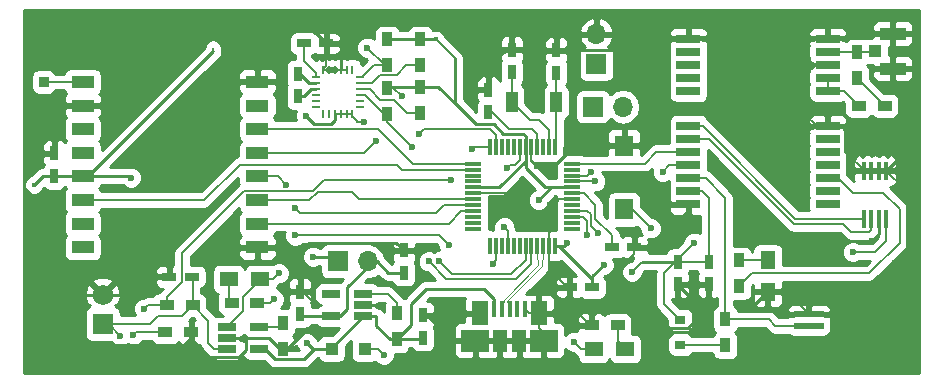
<source format=gbr>
G04 #@! TF.FileFunction,Copper,L1,Top,Signal*
%FSLAX46Y46*%
G04 Gerber Fmt 4.6, Leading zero omitted, Abs format (unit mm)*
G04 Created by KiCad (PCBNEW 4.0.7) date 01/02/18 22:23:31*
%MOMM*%
%LPD*%
G01*
G04 APERTURE LIST*
%ADD10C,0.100000*%
%ADD11R,1.050000X1.000000*%
%ADD12R,2.200000X1.050000*%
%ADD13R,0.300000X1.450000*%
%ADD14R,1.450000X0.300000*%
%ADD15R,1.200000X0.750000*%
%ADD16R,2.000000X0.800000*%
%ADD17R,1.950000X1.050000*%
%ADD18R,2.500000X0.500000*%
%ADD19R,1.100000X1.100000*%
%ADD20R,1.500000X1.300000*%
%ADD21R,1.300000X1.500000*%
%ADD22R,0.900000X0.800000*%
%ADD23R,1.750000X1.750000*%
%ADD24C,1.750000*%
%ADD25R,0.450000X1.380000*%
%ADD26R,1.475000X2.100000*%
%ADD27R,2.375000X1.900000*%
%ADD28R,1.175000X1.900000*%
%ADD29R,1.600000X1.800000*%
%ADD30R,1.560000X0.650000*%
%ADD31R,0.700000X0.290000*%
%ADD32R,0.290000X0.700000*%
%ADD33R,0.457200X1.524000*%
%ADD34R,1.000000X1.800000*%
%ADD35R,0.750000X1.200000*%
%ADD36R,0.900000X1.200000*%
%ADD37R,1.200000X0.900000*%
%ADD38R,1.700000X1.700000*%
%ADD39O,1.700000X1.700000*%
%ADD40R,0.850000X0.850000*%
%ADD41C,0.600000*%
%ADD42C,0.400000*%
%ADD43C,0.203200*%
%ADD44C,0.101600*%
%ADD45C,0.254000*%
%ADD46C,0.152400*%
%ADD47C,0.125000*%
G04 APERTURE END LIST*
D10*
D11*
X181675000Y-97100000D03*
D12*
X183200000Y-95625000D03*
X183200000Y-98575000D03*
D13*
X154593000Y-105180000D03*
X154093000Y-105180000D03*
X153593000Y-105180000D03*
X153093000Y-105180000D03*
X152593000Y-105180000D03*
X152093000Y-105180000D03*
X151593000Y-105180000D03*
X151093000Y-105180000D03*
X150593000Y-105180000D03*
X149593000Y-105180000D03*
X149093000Y-105180000D03*
D14*
X147643000Y-106630000D03*
X147643000Y-107130000D03*
X147643000Y-107630000D03*
X147643000Y-108130000D03*
X147643000Y-108630000D03*
X147643000Y-109130000D03*
X147643000Y-109630000D03*
X147643000Y-110130000D03*
X147643000Y-110630000D03*
X147643000Y-111130000D03*
X147643000Y-111630000D03*
X147643000Y-112130000D03*
D13*
X150093000Y-105180000D03*
X149093000Y-113550000D03*
X149593000Y-113580000D03*
X150093000Y-113580000D03*
X150593000Y-113580000D03*
X151093000Y-113580000D03*
X151593000Y-113580000D03*
X152093000Y-113580000D03*
X152593000Y-113580000D03*
X153093000Y-113580000D03*
X154093000Y-113580000D03*
X154593000Y-113580000D03*
X153593000Y-113580000D03*
D14*
X156043000Y-112130000D03*
X156043000Y-111630000D03*
X156043000Y-111130000D03*
X156043000Y-110630000D03*
X156043000Y-110130000D03*
X156043000Y-109630000D03*
X156043000Y-109130000D03*
X156043000Y-108630000D03*
X156043000Y-108130000D03*
X156043000Y-107630000D03*
X156043000Y-107130000D03*
X156043000Y-106630000D03*
D15*
X157750000Y-117100000D03*
X155850000Y-117100000D03*
D16*
X177686000Y-110045000D03*
X177686000Y-108945000D03*
X177686000Y-107845000D03*
X177686000Y-106745000D03*
X177686000Y-105645000D03*
X177686000Y-104545000D03*
X177686000Y-103445000D03*
X177686000Y-100445000D03*
X177686000Y-99345000D03*
X177686000Y-98245000D03*
X177686000Y-97145000D03*
X177686000Y-96045000D03*
X165886000Y-96045000D03*
X165886000Y-97145000D03*
X165886000Y-98245000D03*
X165886000Y-99345000D03*
X165886000Y-100445000D03*
X165886000Y-103445000D03*
X165886000Y-104545000D03*
X165886000Y-105645000D03*
X165886000Y-106745000D03*
X165886000Y-107845000D03*
X165886000Y-108945000D03*
X165886000Y-110045000D03*
D17*
X114600000Y-99700000D03*
X114600000Y-101700000D03*
X114600000Y-103700000D03*
X114600000Y-105700000D03*
X114600000Y-107700000D03*
X114600000Y-109700000D03*
X114600000Y-111700000D03*
X114600000Y-113700000D03*
X129400000Y-113700000D03*
X129400000Y-111700000D03*
X129400000Y-109700000D03*
X129400000Y-107700000D03*
X129400000Y-105700000D03*
X129400000Y-103700000D03*
X129400000Y-101700000D03*
X129400000Y-99700000D03*
D18*
X176089840Y-119357500D03*
X176089840Y-120357500D03*
D19*
X135700000Y-122300000D03*
X138500000Y-122300000D03*
D20*
X129650000Y-116400000D03*
X126950000Y-116400000D03*
X160550000Y-122300000D03*
X157850000Y-122300000D03*
D21*
X172600000Y-117450000D03*
X172600000Y-114750000D03*
D22*
X165200000Y-121950000D03*
X165200000Y-119850000D03*
D23*
X116300000Y-120200000D03*
D24*
X116300000Y-117700000D03*
D25*
X149437500Y-118940000D03*
X150087500Y-118940000D03*
X150737500Y-118940000D03*
X151387500Y-118940000D03*
X152037500Y-118940000D03*
D26*
X148275000Y-119300000D03*
X153200000Y-119300000D03*
D27*
X147827500Y-121600000D03*
X153647500Y-121600000D03*
D28*
X149897500Y-121600000D03*
X151577500Y-121600000D03*
D29*
X160443440Y-105100000D03*
X160443440Y-110500000D03*
D30*
X138350000Y-119550000D03*
X138350000Y-118600000D03*
X138350000Y-117650000D03*
X135650000Y-117650000D03*
X135650000Y-119550000D03*
X126850000Y-120450000D03*
X126850000Y-121400000D03*
X126850000Y-122350000D03*
X129550000Y-122350000D03*
X129550000Y-120450000D03*
D31*
X138063680Y-99291800D03*
X138063680Y-99791800D03*
X138063680Y-100291800D03*
X138063680Y-100791800D03*
X138063680Y-101291800D03*
X138063680Y-101791800D03*
D32*
X137438680Y-102416800D03*
X136938680Y-102416800D03*
X136438680Y-102416800D03*
X135938680Y-102416800D03*
X135438680Y-102416800D03*
X134938680Y-102416800D03*
D31*
X134313680Y-101791800D03*
X134313680Y-101291800D03*
X134313680Y-100791800D03*
X134313680Y-100291800D03*
X134313680Y-99791800D03*
X134313680Y-99291800D03*
D32*
X134938680Y-98666800D03*
X135438680Y-98666800D03*
X135938680Y-98666800D03*
X136438680Y-98666800D03*
X136938680Y-98666800D03*
X137438680Y-98666800D03*
D33*
X182653200Y-107221000D03*
X182018200Y-107221000D03*
X181357800Y-107221000D03*
X180722800Y-107221000D03*
X180722800Y-111285000D03*
X181357800Y-111285000D03*
X182018200Y-111285000D03*
X182653200Y-111285000D03*
D34*
X150933360Y-101394240D03*
X154683360Y-101394240D03*
D35*
X143400000Y-121350000D03*
X143400000Y-119450000D03*
X141800000Y-115850000D03*
X141800000Y-113950000D03*
X133000000Y-119350000D03*
X133000000Y-117450000D03*
D15*
X123850000Y-116200000D03*
X121950000Y-116200000D03*
D35*
X112200000Y-107650000D03*
X112200000Y-105750000D03*
X148952480Y-102283280D03*
X148952480Y-100383280D03*
X154703040Y-98930480D03*
X154703040Y-97030480D03*
X150943840Y-98889840D03*
X150943840Y-96989840D03*
D15*
X159400000Y-113700000D03*
X161300000Y-113700000D03*
X133313360Y-96442240D03*
X135213360Y-96442240D03*
D35*
X132800000Y-100900000D03*
X132800000Y-99000000D03*
X167600000Y-114950000D03*
X167600000Y-116850000D03*
X165000000Y-114950000D03*
X165000000Y-116850000D03*
D36*
X180200000Y-99400000D03*
X180200000Y-97200000D03*
X131600000Y-120100000D03*
X131600000Y-122300000D03*
X141200000Y-121500000D03*
X141200000Y-119300000D03*
D37*
X129400000Y-118400000D03*
X127200000Y-118400000D03*
X123900000Y-118600000D03*
X121700000Y-118600000D03*
X121600000Y-120900000D03*
X123800000Y-120900000D03*
X159900000Y-120300000D03*
X157700000Y-120300000D03*
D36*
X140400000Y-100193640D03*
X140400000Y-102393640D03*
X140400000Y-96100000D03*
X140400000Y-98300000D03*
X143200000Y-100100000D03*
X143200000Y-102300000D03*
X143200000Y-96100000D03*
X143200000Y-98300000D03*
X170200000Y-117000000D03*
X170200000Y-114800000D03*
D37*
X180300000Y-101700000D03*
X182500000Y-101700000D03*
D36*
X169000000Y-122000000D03*
X169000000Y-119800000D03*
D38*
X157800000Y-101800000D03*
D39*
X160340000Y-101800000D03*
D38*
X158100000Y-98200000D03*
D39*
X158100000Y-95660000D03*
D38*
X136200000Y-114900000D03*
D39*
X138740000Y-114900000D03*
D40*
X111300000Y-99700000D03*
D41*
X131200000Y-115900000D03*
X132600000Y-112700000D03*
X145600000Y-113500000D03*
X150300000Y-112000000D03*
D42*
X182500000Y-100000000D03*
X184000000Y-100000000D03*
X183250000Y-100000000D03*
X184250000Y-97250000D03*
X183250000Y-97250000D03*
X175500000Y-101250000D03*
X175500000Y-100250000D03*
X175500000Y-99250000D03*
X175500000Y-98250000D03*
X175500000Y-97500000D03*
X175500000Y-96750000D03*
X175500000Y-96000000D03*
X175500000Y-95250000D03*
X184000000Y-94000000D03*
X183000000Y-94000000D03*
X182000000Y-94000000D03*
X181000000Y-94000000D03*
X180000000Y-94000000D03*
X179000000Y-94000000D03*
X178000000Y-94000000D03*
X177000000Y-94000000D03*
X176000000Y-94000000D03*
X175000000Y-94000000D03*
X174000000Y-94000000D03*
X173000000Y-94000000D03*
X172000000Y-94000000D03*
X171000000Y-94000000D03*
X170000000Y-94000000D03*
X169000000Y-94000000D03*
X168000000Y-94000000D03*
X167000000Y-94000000D03*
X166000000Y-94000000D03*
X165000000Y-94000000D03*
X164000000Y-94000000D03*
D41*
X183400000Y-115000000D03*
X181400000Y-113200000D03*
X166800000Y-118700000D03*
X171200000Y-118800000D03*
X139900000Y-118600000D03*
X145100000Y-120800000D03*
X134200000Y-120700000D03*
X134200000Y-118400000D03*
X153100000Y-106800000D03*
X154200000Y-110100000D03*
X140100000Y-122800000D03*
X117800000Y-121200000D03*
X133600000Y-121800000D03*
X130800000Y-118100000D03*
D42*
X110500000Y-108400000D03*
X144500000Y-96100000D03*
D41*
X118700000Y-107800000D03*
X133500000Y-102600000D03*
X134100000Y-114500000D03*
X158700000Y-115200000D03*
X161100000Y-115800000D03*
X153200000Y-109700000D03*
X155600000Y-113300000D03*
X138400000Y-103100000D03*
X141600000Y-100900000D03*
X166400000Y-113300000D03*
X179800000Y-114100000D03*
X143100000Y-104100000D03*
X139400000Y-104700000D03*
X131800000Y-108400000D03*
X132600000Y-110400000D03*
X156200000Y-121700000D03*
X149300000Y-115100000D03*
X138700000Y-96800000D03*
X144800000Y-114900000D03*
X143900000Y-114900000D03*
X142500000Y-105200000D03*
X162700000Y-112100000D03*
X158200000Y-112500000D03*
X158000000Y-108100000D03*
X157600000Y-107300000D03*
X163700000Y-107300000D03*
X157300000Y-112700000D03*
X145800000Y-108000000D03*
X150500000Y-107000000D03*
X119800000Y-118900000D03*
X118900000Y-121100000D03*
X147600000Y-105400000D03*
D43*
X150593000Y-113580000D02*
X150593000Y-112293000D01*
X130700000Y-116400000D02*
X129650000Y-116400000D01*
X131200000Y-115900000D02*
X130700000Y-116400000D01*
X144800000Y-112700000D02*
X132600000Y-112700000D01*
X145600000Y-113500000D02*
X144800000Y-112700000D01*
X150593000Y-112293000D02*
X150300000Y-112000000D01*
X129650000Y-116400000D02*
X129650000Y-116450000D01*
X129650000Y-116450000D02*
X128200000Y-117900000D01*
X128200000Y-117900000D02*
X128200000Y-119100000D01*
X128200000Y-119100000D02*
X126850000Y-120450000D01*
D44*
X183200000Y-98575000D02*
X183200000Y-99950000D01*
X184000000Y-100000000D02*
X182500000Y-100000000D01*
X183200000Y-99950000D02*
X183250000Y-100000000D01*
X183200000Y-95625000D02*
X183200000Y-97200000D01*
X183200000Y-97200000D02*
X183250000Y-97250000D01*
X177686000Y-96045000D02*
X176295000Y-96045000D01*
X175500000Y-99250000D02*
X175500000Y-100250000D01*
X175500000Y-97500000D02*
X175500000Y-98250000D01*
X175500000Y-96000000D02*
X175500000Y-96750000D01*
X176295000Y-96045000D02*
X175500000Y-95250000D01*
X165886000Y-96045000D02*
X164045000Y-96045000D01*
X183000000Y-94000000D02*
X184000000Y-94000000D01*
X181000000Y-94000000D02*
X182000000Y-94000000D01*
X179000000Y-94000000D02*
X180000000Y-94000000D01*
X177000000Y-94000000D02*
X178000000Y-94000000D01*
X175000000Y-94000000D02*
X176000000Y-94000000D01*
X173000000Y-94000000D02*
X174000000Y-94000000D01*
X171000000Y-94000000D02*
X172000000Y-94000000D01*
X169000000Y-94000000D02*
X170000000Y-94000000D01*
X167000000Y-94000000D02*
X168000000Y-94000000D01*
X165000000Y-94000000D02*
X166000000Y-94000000D01*
X164000000Y-96000000D02*
X164000000Y-94000000D01*
X164045000Y-96045000D02*
X164000000Y-96000000D01*
D45*
X182018200Y-111285000D02*
X182018200Y-112581800D01*
X183450000Y-115050000D02*
X184250000Y-115050000D01*
D46*
X183400000Y-115000000D02*
X183450000Y-115050000D01*
D45*
X182018200Y-112581800D02*
X181400000Y-113200000D01*
X183200000Y-98575000D02*
X183200000Y-100200000D01*
X183700000Y-106174200D02*
X182653200Y-107221000D01*
X183700000Y-100700000D02*
X183700000Y-106174200D01*
X183200000Y-100200000D02*
X183700000Y-100700000D01*
D46*
X182653200Y-107221000D02*
X182018200Y-107221000D01*
X180722800Y-107221000D02*
X181357800Y-107221000D01*
D45*
X166800000Y-118700000D02*
X166800000Y-119557202D01*
X166800000Y-119557202D02*
X165853201Y-120504001D01*
X165853201Y-120504001D02*
X161957201Y-120504001D01*
X161957201Y-120504001D02*
X159400000Y-117946800D01*
X172600000Y-117450000D02*
X172550000Y-117450000D01*
X172550000Y-117450000D02*
X171200000Y-118800000D01*
X166800000Y-118700000D02*
X165000000Y-116900000D01*
X165000000Y-116900000D02*
X165000000Y-116850000D01*
X138350000Y-118600000D02*
X139900000Y-118600000D01*
X154703040Y-97030480D02*
X155369520Y-97030480D01*
X156740000Y-95660000D02*
X158100000Y-95660000D01*
X155369520Y-97030480D02*
X156740000Y-95660000D01*
X143400000Y-119450000D02*
X143750000Y-119450000D01*
X143750000Y-119450000D02*
X145100000Y-120800000D01*
X133000000Y-117450000D02*
X133000000Y-114100000D01*
X141150000Y-113300000D02*
X141800000Y-113950000D01*
X133800000Y-113300000D02*
X141150000Y-113300000D01*
X133000000Y-114100000D02*
X133800000Y-113300000D01*
D46*
X129400000Y-113700000D02*
X131800000Y-113700000D01*
X133000000Y-114900000D02*
X133000000Y-117450000D01*
X131800000Y-113700000D02*
X133000000Y-114900000D01*
D43*
X131600000Y-122300000D02*
X131900000Y-122300000D01*
D45*
X131900000Y-122300000D02*
X133500000Y-120700000D01*
X133500000Y-120700000D02*
X134200000Y-120700000D01*
D43*
X134200000Y-118400000D02*
X133250000Y-117450000D01*
X133250000Y-117450000D02*
X133000000Y-117450000D01*
X160443440Y-105100000D02*
X161600000Y-105100000D01*
D45*
X162500000Y-99528960D02*
X160001520Y-97030480D01*
X162500000Y-104200000D02*
X162500000Y-99528960D01*
X161600000Y-105100000D02*
X162500000Y-104200000D01*
D43*
X159400000Y-116178200D02*
X159400000Y-117800000D01*
X159400000Y-117800000D02*
X159400000Y-117946800D01*
X153200000Y-119300000D02*
X153200000Y-120553200D01*
X153200000Y-120553200D02*
X153647500Y-121000700D01*
X153647500Y-121000700D02*
X153647500Y-121600000D01*
D45*
X127900000Y-95300000D02*
X125475000Y-95300000D01*
X125475000Y-95300000D02*
X123975000Y-96800000D01*
D43*
X123975000Y-96800000D02*
X123750000Y-96800000D01*
D45*
X129400000Y-96800000D02*
X127900000Y-95300000D01*
X129400000Y-99700000D02*
X129400000Y-96800000D01*
D43*
X129400000Y-99700000D02*
X129400000Y-98971800D01*
X123750000Y-96800000D02*
X123750000Y-97378200D01*
D45*
X123750000Y-97378200D02*
X119428200Y-101700000D01*
X119428200Y-101700000D02*
X115778200Y-101700000D01*
X115778200Y-101700000D02*
X114600000Y-101700000D01*
D43*
X143400000Y-119450000D02*
X148125000Y-119450000D01*
X148125000Y-119450000D02*
X148275000Y-119300000D01*
X123800000Y-120900000D02*
X123800000Y-121400000D01*
D45*
X114500000Y-117700000D02*
X116300000Y-117700000D01*
X114300000Y-117900000D02*
X114500000Y-117700000D01*
X114300000Y-120900000D02*
X114300000Y-117900000D01*
D43*
X115400000Y-122000000D02*
X114300000Y-120900000D01*
D45*
X123200000Y-122000000D02*
X115400000Y-122000000D01*
X123800000Y-121400000D02*
X123200000Y-122000000D01*
D43*
X123800000Y-120900000D02*
X123800000Y-121500000D01*
D45*
X128400000Y-122400000D02*
X128400000Y-121400000D01*
X127800000Y-123000000D02*
X128400000Y-122400000D01*
X125300000Y-123000000D02*
X127800000Y-123000000D01*
X123800000Y-121500000D02*
X125300000Y-123000000D01*
D43*
X128400000Y-121400000D02*
X128300000Y-121500000D01*
X128300000Y-121500000D02*
X128300000Y-121400000D01*
X131600000Y-122300000D02*
X131300000Y-122300000D01*
D45*
X131300000Y-122300000D02*
X130400000Y-121400000D01*
X130400000Y-121400000D02*
X128400000Y-121400000D01*
D43*
X128400000Y-121400000D02*
X128300000Y-121400000D01*
D45*
X128300000Y-121400000D02*
X126850000Y-121400000D01*
X116300000Y-117700000D02*
X119100000Y-117700000D01*
X119100000Y-117700000D02*
X120600000Y-116200000D01*
X120600000Y-116200000D02*
X121950000Y-116200000D01*
D43*
X177686000Y-103445000D02*
X176745000Y-103445000D01*
X176745000Y-103445000D02*
X175700000Y-102400000D01*
X176655000Y-98245000D02*
X177686000Y-98245000D01*
X175700000Y-99200000D02*
X176655000Y-98245000D01*
X175700000Y-102400000D02*
X175700000Y-99200000D01*
X129400000Y-99700000D02*
X129400000Y-97700000D01*
D45*
X134171120Y-95400000D02*
X135213360Y-96442240D01*
X131700000Y-95400000D02*
X134171120Y-95400000D01*
X129400000Y-97700000D02*
X131700000Y-95400000D01*
D43*
X138350000Y-118600000D02*
X137700000Y-118600000D01*
D45*
X148952480Y-100383280D02*
X148952480Y-98552480D01*
X136438680Y-95861320D02*
X136438680Y-98666800D01*
X137700000Y-94600000D02*
X136438680Y-95861320D01*
X145000000Y-94600000D02*
X137700000Y-94600000D01*
X148952480Y-98552480D02*
X145000000Y-94600000D01*
D43*
X148952480Y-100383280D02*
X148952480Y-98447520D01*
X150410160Y-96989840D02*
X150943840Y-96989840D01*
D45*
X148952480Y-98447520D02*
X150410160Y-96989840D01*
D43*
X154700000Y-109630000D02*
X154670000Y-109630000D01*
X152593000Y-106293000D02*
X152593000Y-105180000D01*
X153100000Y-106800000D02*
X152593000Y-106293000D01*
X154670000Y-109630000D02*
X154200000Y-110100000D01*
X147643000Y-109130000D02*
X151030000Y-109130000D01*
X154093000Y-112193000D02*
X154093000Y-113580000D01*
X151030000Y-109130000D02*
X154093000Y-112193000D01*
X154093000Y-113580000D02*
X154093000Y-110107000D01*
X154570000Y-109630000D02*
X154700000Y-109630000D01*
X154700000Y-109630000D02*
X156043000Y-109630000D01*
X154093000Y-110107000D02*
X154570000Y-109630000D01*
X152593000Y-105180000D02*
X152593000Y-106393000D01*
X152593000Y-106393000D02*
X153100000Y-106900000D01*
D45*
X153100000Y-106900000D02*
X154400000Y-106900000D01*
X154400000Y-106900000D02*
X156200000Y-105100000D01*
X156200000Y-105100000D02*
X160443440Y-105100000D01*
D43*
X153200000Y-119300000D02*
X152397500Y-119300000D01*
X152397500Y-119300000D02*
X152037500Y-118940000D01*
X143400000Y-119450000D02*
X143400000Y-119000000D01*
X143400000Y-119000000D02*
X143700000Y-119300000D01*
X155850000Y-117100000D02*
X155850000Y-117678200D01*
X155850000Y-117678200D02*
X154228200Y-119300000D01*
X154228200Y-119300000D02*
X154140700Y-119300000D01*
X154140700Y-119300000D02*
X153200000Y-119300000D01*
X155850000Y-117100000D02*
X155850000Y-118600000D01*
X155850000Y-118600000D02*
X157550000Y-120300000D01*
X157550000Y-120300000D02*
X157700000Y-120300000D01*
X159400000Y-117946800D02*
X157700000Y-119646800D01*
X157700000Y-119646800D02*
X157700000Y-120300000D01*
X161300000Y-113700000D02*
X161300000Y-114278200D01*
X161300000Y-114278200D02*
X159400000Y-116178200D01*
X165886000Y-110045000D02*
X165886000Y-110648200D01*
X165886000Y-110648200D02*
X162834200Y-113700000D01*
X162834200Y-113700000D02*
X162103200Y-113700000D01*
X162103200Y-113700000D02*
X161300000Y-113700000D01*
X154093000Y-113580000D02*
X154093000Y-115568000D01*
X154093000Y-115568000D02*
X155625000Y-117100000D01*
X155625000Y-117100000D02*
X155850000Y-117100000D01*
X134938680Y-98666800D02*
X136938680Y-98666800D01*
X135213360Y-96442240D02*
X135213360Y-98392120D01*
X135213360Y-98392120D02*
X134938680Y-98666800D01*
X165000000Y-116850000D02*
X167600000Y-116850000D01*
X177686000Y-96045000D02*
X179255000Y-96045000D01*
X179675000Y-95625000D02*
X183200000Y-95625000D01*
X179255000Y-96045000D02*
X179675000Y-95625000D01*
X177686000Y-96045000D02*
X176455000Y-96045000D01*
X176545000Y-98245000D02*
X177686000Y-98245000D01*
X176000000Y-97700000D02*
X176545000Y-98245000D01*
X176000000Y-96500000D02*
X176000000Y-97700000D01*
X176455000Y-96045000D02*
X176000000Y-96500000D01*
X176089840Y-119357500D02*
X179942500Y-119357500D01*
X184400000Y-108967800D02*
X182653200Y-107221000D01*
X184400000Y-114900000D02*
X184400000Y-108967800D01*
X179942500Y-119357500D02*
X184250000Y-115050000D01*
X184250000Y-115050000D02*
X184400000Y-114900000D01*
X172600000Y-117450000D02*
X174182340Y-117450000D01*
X174182340Y-117450000D02*
X176089840Y-119357500D01*
X180722800Y-107221000D02*
X180722800Y-107195600D01*
X180722800Y-107195600D02*
X179168320Y-105641120D01*
X178780680Y-103445000D02*
X177686000Y-103445000D01*
X179168320Y-103832640D02*
X178780680Y-103445000D01*
X179168320Y-105641120D02*
X179168320Y-103832640D01*
X180722800Y-107221000D02*
X182653200Y-107221000D01*
D45*
X154703040Y-97030480D02*
X160001520Y-97030480D01*
X160001520Y-97030480D02*
X160987000Y-96045000D01*
X160987000Y-96045000D02*
X165886000Y-96045000D01*
D43*
X148952480Y-100383280D02*
X148952480Y-98468160D01*
D45*
X150430800Y-96989840D02*
X154662400Y-96989840D01*
D43*
X148952480Y-98468160D02*
X150430800Y-96989840D01*
X154662400Y-96989840D02*
X154703040Y-97030480D01*
X116300000Y-120200000D02*
X116800000Y-120200000D01*
X116800000Y-120200000D02*
X117800000Y-121200000D01*
X139600000Y-122300000D02*
X138500000Y-122300000D01*
X140100000Y-122800000D02*
X139600000Y-122300000D01*
X126850000Y-122350000D02*
X125750000Y-122350000D01*
X125200000Y-119900000D02*
X123900000Y-118600000D01*
X125200000Y-121800000D02*
X125200000Y-119900000D01*
X125750000Y-122350000D02*
X125200000Y-121800000D01*
X123900000Y-118600000D02*
X123900000Y-116250000D01*
X123900000Y-116250000D02*
X123850000Y-116200000D01*
X116300000Y-120200000D02*
X120300000Y-120200000D01*
X123000000Y-119500000D02*
X123900000Y-118600000D01*
X121000000Y-119500000D02*
X123000000Y-119500000D01*
X120300000Y-120200000D02*
X121000000Y-119500000D01*
X129400000Y-118400000D02*
X130500000Y-118400000D01*
D45*
X134100000Y-122300000D02*
X135700000Y-122300000D01*
X133600000Y-121800000D02*
X134100000Y-122300000D01*
D43*
X130500000Y-118400000D02*
X130800000Y-118100000D01*
X129550000Y-122350000D02*
X130050000Y-122350000D01*
D45*
X130050000Y-122350000D02*
X130900000Y-123200000D01*
X130900000Y-123200000D02*
X133300000Y-123200000D01*
X133300000Y-123200000D02*
X134200000Y-122300000D01*
D43*
X134200000Y-122300000D02*
X135700000Y-122300000D01*
X135700000Y-122300000D02*
X135700000Y-122200000D01*
D45*
X135700000Y-122200000D02*
X138350000Y-119550000D01*
X141200000Y-121500000D02*
X142400000Y-120300000D01*
X149437500Y-118037500D02*
X149437500Y-118940000D01*
X148600000Y-117200000D02*
X149437500Y-118037500D01*
X143700000Y-117200000D02*
X148600000Y-117200000D01*
X142400000Y-118500000D02*
X143700000Y-117200000D01*
X142400000Y-120300000D02*
X142400000Y-118500000D01*
X141200000Y-121500000D02*
X143250000Y-121500000D01*
D43*
X143250000Y-121500000D02*
X143400000Y-121350000D01*
D45*
X139450000Y-119550000D02*
X139450000Y-120350000D01*
X140600000Y-121500000D02*
X141200000Y-121500000D01*
X139450000Y-120350000D02*
X140600000Y-121500000D01*
X139450000Y-119550000D02*
X138350000Y-119550000D01*
D43*
X129550000Y-120450000D02*
X131250000Y-120450000D01*
X131250000Y-120450000D02*
X131600000Y-120100000D01*
X129600000Y-120400000D02*
X129550000Y-120450000D01*
X154703040Y-98930480D02*
X154703040Y-101374560D01*
X154703040Y-101374560D02*
X154683360Y-101394240D01*
X154683360Y-101394240D02*
X154683360Y-105089640D01*
X154683360Y-105089640D02*
X154593000Y-105180000D01*
D46*
X154683360Y-105089640D02*
X154593000Y-105180000D01*
D43*
X150933360Y-101394240D02*
X150933360Y-98900320D01*
X150933360Y-98900320D02*
X150943840Y-98889840D01*
X154093000Y-105180000D02*
X154093000Y-103751800D01*
X152431960Y-102892840D02*
X150933360Y-101394240D01*
X153234040Y-102892840D02*
X152431960Y-102892840D01*
X154093000Y-103751800D02*
X153234040Y-102892840D01*
X148952480Y-102283280D02*
X149252240Y-102283280D01*
X149252240Y-102283280D02*
X150664440Y-103695480D01*
X152676120Y-103695480D02*
X153093000Y-104112360D01*
X150664440Y-103695480D02*
X152676120Y-103695480D01*
X153093000Y-104112360D02*
X153093000Y-105180000D01*
D44*
X149252240Y-102283280D02*
X150618720Y-103649760D01*
X150618720Y-103649760D02*
X152630400Y-103649760D01*
X152630400Y-103649760D02*
X153093000Y-104112360D01*
X153093000Y-104112360D02*
X153093000Y-105180000D01*
D45*
X112200000Y-107650000D02*
X111250000Y-107650000D01*
X111250000Y-107650000D02*
X110500000Y-108400000D01*
X114600000Y-107700000D02*
X112250000Y-107700000D01*
X112250000Y-107700000D02*
X112200000Y-107650000D01*
X118600000Y-107700000D02*
X114600000Y-107700000D01*
X118700000Y-107800000D02*
X118600000Y-107700000D01*
X135800000Y-114500000D02*
X134100000Y-114500000D01*
X134200000Y-103300000D02*
X135600000Y-103300000D01*
X133500000Y-102600000D02*
X134200000Y-103300000D01*
X135600000Y-103300000D02*
X135938680Y-102961320D01*
X135938680Y-102961320D02*
X135938680Y-102416800D01*
D46*
X135800000Y-114500000D02*
X136200000Y-114900000D01*
X136938680Y-102416800D02*
X137438680Y-102416800D01*
X135938680Y-102416800D02*
X136438680Y-102416800D01*
D45*
X143200000Y-96100000D02*
X144500000Y-96100000D01*
X146100000Y-97700000D02*
X146100000Y-101500000D01*
D43*
X144500000Y-96100000D02*
X146100000Y-97700000D01*
D45*
X158700000Y-115200000D02*
X157750000Y-116150000D01*
X157750000Y-116150000D02*
X157750000Y-117100000D01*
X165000000Y-114950000D02*
X161950000Y-114950000D01*
D43*
X161950000Y-114950000D02*
X161100000Y-115800000D01*
D45*
X143200000Y-100100000D02*
X144700000Y-100100000D01*
X144700000Y-100100000D02*
X146100000Y-101500000D01*
X152093000Y-104293000D02*
X152093000Y-105180000D01*
X146100000Y-101500000D02*
X147900000Y-103300000D01*
X147900000Y-103300000D02*
X149400000Y-103300000D01*
X149400000Y-103300000D02*
X150200000Y-104100000D01*
X150200000Y-104100000D02*
X151900000Y-104100000D01*
X151900000Y-104100000D02*
X152093000Y-104293000D01*
X154900000Y-113580000D02*
X155320000Y-113580000D01*
X154270000Y-108630000D02*
X156043000Y-108630000D01*
X153200000Y-109700000D02*
X154270000Y-108630000D01*
X155320000Y-113580000D02*
X155600000Y-113300000D01*
X156043000Y-108630000D02*
X153730000Y-108630000D01*
X153730000Y-108630000D02*
X153550000Y-108450000D01*
X152093000Y-106993000D02*
X152093000Y-105180000D01*
X153550000Y-108450000D02*
X152093000Y-106993000D01*
D43*
X152093000Y-105180000D02*
X152093000Y-106407000D01*
D45*
X152093000Y-106407000D02*
X149870000Y-108630000D01*
X149870000Y-108630000D02*
X147643000Y-108630000D01*
X154593000Y-113580000D02*
X154900000Y-113580000D01*
D43*
X154900000Y-113580000D02*
X154946200Y-113580000D01*
D45*
X154946200Y-113580000D02*
X157750000Y-116383800D01*
D43*
X157750000Y-116383800D02*
X157750000Y-116521800D01*
X157750000Y-116521800D02*
X157750000Y-117100000D01*
D45*
X140400000Y-96100000D02*
X143200000Y-96100000D01*
D43*
X137438680Y-102416800D02*
X135938680Y-102416800D01*
X137800000Y-103100000D02*
X137800000Y-102983120D01*
X137800000Y-102983120D02*
X137438680Y-102621800D01*
X137438680Y-102621800D02*
X137438680Y-102416800D01*
X138400000Y-103100000D02*
X137800000Y-103100000D01*
X140400000Y-100193640D02*
X140893640Y-100193640D01*
X140893640Y-100193640D02*
X141600000Y-100900000D01*
D45*
X143200000Y-100100000D02*
X140493640Y-100100000D01*
D43*
X140493640Y-100100000D02*
X140400000Y-100193640D01*
X182653200Y-111285000D02*
X182653200Y-113146800D01*
X166400000Y-113300000D02*
X165000000Y-114700000D01*
X181700000Y-114100000D02*
X179800000Y-114100000D01*
X182653200Y-113146800D02*
X181700000Y-114100000D01*
X165000000Y-114700000D02*
X165000000Y-114950000D01*
X165000000Y-114950000D02*
X164750000Y-114950000D01*
X164750000Y-114950000D02*
X163800000Y-115900000D01*
X163800000Y-118500000D02*
X165150000Y-119850000D01*
X163800000Y-115900000D02*
X163800000Y-118500000D01*
X165150000Y-119850000D02*
X165200000Y-119850000D01*
X165000000Y-114950000D02*
X165000000Y-115100000D01*
X165000000Y-114950000D02*
X167600000Y-114950000D01*
X165886000Y-108945000D02*
X167045000Y-108945000D01*
X167600000Y-109500000D02*
X167600000Y-114950000D01*
X167045000Y-108945000D02*
X167600000Y-109500000D01*
X114600000Y-107700000D02*
X115050000Y-107700000D01*
D45*
X115050000Y-107700000D02*
X125650000Y-97100000D01*
D43*
X125650000Y-97100000D02*
X125650000Y-96800000D01*
X129400000Y-105700000D02*
X138400000Y-105700000D01*
X149593000Y-104193000D02*
X149593000Y-105180000D01*
X149100000Y-103700000D02*
X149593000Y-104193000D01*
X143500000Y-103700000D02*
X149100000Y-103700000D01*
X143100000Y-104100000D02*
X143500000Y-103700000D01*
X138400000Y-105700000D02*
X139400000Y-104700000D01*
X129400000Y-103700000D02*
X139600000Y-103700000D01*
X139600000Y-103700000D02*
X142530000Y-106630000D01*
X142530000Y-106630000D02*
X147068000Y-106630000D01*
X147068000Y-106630000D02*
X147643000Y-106630000D01*
X114600000Y-109700000D02*
X124900000Y-109700000D01*
X124900000Y-109700000D02*
X127900000Y-106700000D01*
X127900000Y-106700000D02*
X141200000Y-106700000D01*
X141200000Y-106700000D02*
X141630000Y-107130000D01*
X141630000Y-107130000D02*
X146812330Y-107130000D01*
X146812330Y-107130000D02*
X147643000Y-107130000D01*
X129400000Y-109700000D02*
X133800000Y-109700000D01*
X138030000Y-109630000D02*
X147643000Y-109630000D01*
X137400000Y-109000000D02*
X138030000Y-109630000D01*
X134500000Y-109000000D02*
X137400000Y-109000000D01*
X133800000Y-109700000D02*
X134500000Y-109000000D01*
X147573000Y-109700000D02*
X147643000Y-109630000D01*
X147643000Y-110130000D02*
X145170000Y-110130000D01*
X131100000Y-107700000D02*
X129400000Y-107700000D01*
X131800000Y-108400000D02*
X131100000Y-107700000D01*
X133000000Y-110800000D02*
X132600000Y-110400000D01*
X144500000Y-110800000D02*
X133000000Y-110800000D01*
X145170000Y-110130000D02*
X144500000Y-110800000D01*
X129400000Y-111700000D02*
X145600000Y-111700000D01*
X146670000Y-110630000D02*
X147643000Y-110630000D01*
X145600000Y-111700000D02*
X146670000Y-110630000D01*
X149593000Y-113580000D02*
X149593000Y-114807000D01*
X156800000Y-122300000D02*
X156200000Y-121700000D01*
X156800000Y-122300000D02*
X157850000Y-122300000D01*
X149593000Y-114807000D02*
X149300000Y-115100000D01*
X152093000Y-113580000D02*
X152093000Y-114807000D01*
X138700000Y-96800000D02*
X140200000Y-98300000D01*
X145900000Y-116000000D02*
X144800000Y-114900000D01*
X150900000Y-116000000D02*
X145900000Y-116000000D01*
X152093000Y-114807000D02*
X150900000Y-116000000D01*
X140200000Y-98300000D02*
X140400000Y-98300000D01*
X139260480Y-98300000D02*
X140400000Y-98300000D01*
X138063680Y-99291800D02*
X138268680Y-99291800D01*
X138268680Y-99291800D02*
X139260480Y-98300000D01*
X140400000Y-102393640D02*
X140400000Y-103100000D01*
X152593000Y-115107000D02*
X152593000Y-113580000D01*
X151300000Y-116400000D02*
X152593000Y-115107000D01*
X145400000Y-116400000D02*
X151300000Y-116400000D01*
X143900000Y-114900000D02*
X145400000Y-116400000D01*
X140400000Y-103100000D02*
X142500000Y-105200000D01*
X138063680Y-100791800D02*
X138491800Y-100791800D01*
X138491800Y-100791800D02*
X140093640Y-102393640D01*
X140093640Y-102393640D02*
X140400000Y-102393640D01*
D47*
X150260000Y-118124334D02*
X150260000Y-118302500D01*
X153190500Y-115193834D02*
X150260000Y-118124334D01*
X150260000Y-118302500D02*
X150087500Y-118475000D01*
X150087500Y-118475000D02*
X150087500Y-118940000D01*
X153093000Y-114667500D02*
X153190500Y-114765000D01*
X153093000Y-113580000D02*
X153093000Y-114667500D01*
X153190500Y-114765000D02*
X153190500Y-115193834D01*
X153093000Y-113580000D02*
X153093000Y-113648665D01*
X153495500Y-115320166D02*
X150565000Y-118250666D01*
X150565000Y-118250666D02*
X150565000Y-118302500D01*
X150565000Y-118302500D02*
X150737500Y-118475000D01*
X150737500Y-118475000D02*
X150737500Y-118940000D01*
X153593000Y-113580000D02*
X153593000Y-114667500D01*
X153593000Y-114667500D02*
X153495500Y-114765000D01*
X153495500Y-114765000D02*
X153495500Y-115320166D01*
D43*
X156043000Y-110630000D02*
X157330000Y-110630000D01*
X162700000Y-112100000D02*
X161100000Y-110500000D01*
D46*
X157600000Y-111900000D02*
X158200000Y-112500000D01*
X157600000Y-110900000D02*
X157600000Y-111900000D01*
D43*
X157330000Y-110630000D02*
X157600000Y-110900000D01*
D46*
X161100000Y-110500000D02*
X160443440Y-110500000D01*
D43*
X158000000Y-111300000D02*
X158000000Y-110100000D01*
X158000000Y-110100000D02*
X157030000Y-109130000D01*
X157030000Y-109130000D02*
X156971200Y-109130000D01*
X156971200Y-109130000D02*
X156043000Y-109130000D01*
X159400000Y-113700000D02*
X159400000Y-112700000D01*
X159400000Y-112700000D02*
X158000000Y-111300000D01*
X156043000Y-108130000D02*
X157970000Y-108130000D01*
X157970000Y-108130000D02*
X158000000Y-108100000D01*
X156043000Y-107630000D02*
X157270000Y-107630000D01*
X157270000Y-107630000D02*
X157600000Y-107300000D01*
X180722800Y-111285000D02*
X174931600Y-111285000D01*
X167091600Y-103445000D02*
X165886000Y-103445000D01*
X174931600Y-111285000D02*
X167091600Y-103445000D01*
X165886000Y-104545000D02*
X167617560Y-104545000D01*
X181357800Y-112199400D02*
X181357800Y-111285000D01*
X181139360Y-112417840D02*
X181357800Y-112199400D01*
X179645840Y-112417840D02*
X181139360Y-112417840D01*
X178990520Y-111762520D02*
X179645840Y-112417840D01*
X174835080Y-111762520D02*
X178990520Y-111762520D01*
X167617560Y-104545000D02*
X174835080Y-111762520D01*
X177686000Y-107845000D02*
X178545000Y-107845000D01*
X178545000Y-107845000D02*
X179800000Y-109100000D01*
X179800000Y-109100000D02*
X182400000Y-109100000D01*
X182400000Y-109100000D02*
X183800000Y-110500000D01*
X183800000Y-110500000D02*
X183800000Y-113300000D01*
X183800000Y-113300000D02*
X181200000Y-115900000D01*
X181200000Y-115900000D02*
X171300000Y-115900000D01*
X171300000Y-115900000D02*
X170200000Y-117000000D01*
X177686000Y-100445000D02*
X177686000Y-99345000D01*
X177686000Y-100445000D02*
X179045000Y-100445000D01*
X179045000Y-100445000D02*
X180300000Y-101700000D01*
X156043000Y-106630000D02*
X162170000Y-106630000D01*
X163155000Y-105645000D02*
X165886000Y-105645000D01*
X162170000Y-106630000D02*
X163155000Y-105645000D01*
D46*
X156043000Y-111130000D02*
X156930000Y-111130000D01*
X164255000Y-106745000D02*
X165886000Y-106745000D01*
X163700000Y-107300000D02*
X164255000Y-106745000D01*
X157300000Y-111500000D02*
X157300000Y-112700000D01*
X156930000Y-111130000D02*
X157300000Y-111500000D01*
D43*
X169000000Y-119800000D02*
X169000000Y-109500000D01*
X167345000Y-107845000D02*
X165886000Y-107845000D01*
X169000000Y-109500000D02*
X167345000Y-107845000D01*
X169000000Y-119800000D02*
X172700000Y-119800000D01*
X173257500Y-120357500D02*
X176089840Y-120357500D01*
X172700000Y-119800000D02*
X173257500Y-120357500D01*
X133313360Y-96442240D02*
X133313360Y-97913360D01*
X133313360Y-97913360D02*
X134313680Y-98913680D01*
X134313680Y-98913680D02*
X134313680Y-99291800D01*
D45*
X134313680Y-100291800D02*
X133908200Y-100291800D01*
X133300000Y-100900000D02*
X132800000Y-100900000D01*
X133908200Y-100291800D02*
X133300000Y-100900000D01*
X134313680Y-99791800D02*
X133791800Y-99791800D01*
X133791800Y-99791800D02*
X133000000Y-99000000D01*
X133000000Y-99000000D02*
X132800000Y-99000000D01*
D43*
X126950000Y-116400000D02*
X126950000Y-118150000D01*
X126950000Y-118150000D02*
X127200000Y-118400000D01*
X159900000Y-120300000D02*
X159900000Y-121650000D01*
X159900000Y-121650000D02*
X160550000Y-122300000D01*
X170200000Y-114800000D02*
X172550000Y-114800000D01*
X172550000Y-114800000D02*
X172600000Y-114750000D01*
X165200000Y-121950000D02*
X168950000Y-121950000D01*
X168950000Y-121950000D02*
X169000000Y-122000000D01*
X182500000Y-101700000D02*
X180200000Y-99400000D01*
X138350000Y-117650000D02*
X140450000Y-117650000D01*
X141200000Y-118400000D02*
X141200000Y-119300000D01*
X140450000Y-117650000D02*
X141200000Y-118400000D01*
X138063680Y-100291800D02*
X138891800Y-100291800D01*
X142100000Y-102300000D02*
X143200000Y-102300000D01*
X141000000Y-101200000D02*
X142100000Y-102300000D01*
X139800000Y-101200000D02*
X141000000Y-101200000D01*
X138891800Y-100291800D02*
X139800000Y-101200000D01*
X138063680Y-99791800D02*
X139108200Y-99791800D01*
X139108200Y-99791800D02*
X139771399Y-99128601D01*
X139771399Y-99128601D02*
X141171399Y-99128601D01*
X142000000Y-98300000D02*
X143200000Y-98300000D01*
X141171399Y-99128601D02*
X142000000Y-98300000D01*
X177686000Y-97145000D02*
X181630000Y-97145000D01*
X181630000Y-97145000D02*
X181675000Y-97100000D01*
D46*
X114600000Y-99700000D02*
X111300000Y-99700000D01*
D43*
X134086614Y-108946399D02*
X135033013Y-108000000D01*
X121700000Y-117946800D02*
X123021399Y-116625401D01*
X123021399Y-116625401D02*
X123021399Y-114167119D01*
X121700000Y-118600000D02*
X121700000Y-117946800D01*
X123021399Y-114167119D02*
X128242119Y-108946399D01*
X145375736Y-108000000D02*
X145800000Y-108000000D01*
X135033013Y-108000000D02*
X145375736Y-108000000D01*
X128242119Y-108946399D02*
X134086614Y-108946399D01*
X151199999Y-106700001D02*
X151593000Y-106307000D01*
X151593000Y-106307000D02*
X151593000Y-105180000D01*
X150500000Y-107000000D02*
X150799999Y-106700001D01*
X150799999Y-106700001D02*
X151199999Y-106700001D01*
X121700000Y-118600000D02*
X121700000Y-118200000D01*
X121600000Y-120900000D02*
X119100000Y-120900000D01*
X120100000Y-118600000D02*
X121700000Y-118600000D01*
X119800000Y-118900000D02*
X120100000Y-118600000D01*
X119100000Y-120900000D02*
X118900000Y-121100000D01*
X121100000Y-120900000D02*
X121600000Y-120900000D01*
X149093000Y-105180000D02*
X147820000Y-105180000D01*
X147820000Y-105180000D02*
X147600000Y-105400000D01*
D46*
X138740000Y-114900000D02*
X139500000Y-114900000D01*
D45*
X139500000Y-114900000D02*
X140450000Y-115850000D01*
X140450000Y-115850000D02*
X141800000Y-115850000D01*
D46*
X135650000Y-119550000D02*
X136350000Y-119550000D01*
D45*
X136350000Y-119550000D02*
X137000000Y-118900000D01*
X137000000Y-117100000D02*
X138740000Y-115360000D01*
X137000000Y-118900000D02*
X137000000Y-117100000D01*
D46*
X138740000Y-115360000D02*
X138740000Y-114900000D01*
D45*
X135650000Y-119550000D02*
X133200000Y-119550000D01*
D43*
X133200000Y-119550000D02*
X133000000Y-119350000D01*
D45*
G36*
X185373000Y-124373000D02*
X109627000Y-124373000D01*
X109627000Y-116637940D01*
X115417545Y-116637940D01*
X116300000Y-117520395D01*
X117182455Y-116637940D01*
X117099116Y-116384047D01*
X116534694Y-116178410D01*
X115934542Y-116204421D01*
X115500884Y-116384047D01*
X115417545Y-116637940D01*
X109627000Y-116637940D01*
X109627000Y-115698690D01*
X120715000Y-115698690D01*
X120715000Y-115914250D01*
X120873750Y-116073000D01*
X121823000Y-116073000D01*
X121823000Y-115348750D01*
X121664250Y-115190000D01*
X121223691Y-115190000D01*
X120990302Y-115286673D01*
X120811673Y-115465301D01*
X120715000Y-115698690D01*
X109627000Y-115698690D01*
X109627000Y-108565363D01*
X109664855Y-108565363D01*
X109791708Y-108872372D01*
X110026393Y-109107466D01*
X110333179Y-109234855D01*
X110665363Y-109235145D01*
X110972372Y-109108292D01*
X111207466Y-108873607D01*
X111280920Y-108696710D01*
X111327739Y-108649891D01*
X111360910Y-108701441D01*
X111573110Y-108846431D01*
X111825000Y-108897440D01*
X112575000Y-108897440D01*
X112810317Y-108853162D01*
X113026441Y-108714090D01*
X113108168Y-108594478D01*
X113160910Y-108676441D01*
X113193025Y-108698384D01*
X113173559Y-108710910D01*
X113028569Y-108923110D01*
X112977560Y-109175000D01*
X112977560Y-110225000D01*
X113021838Y-110460317D01*
X113160910Y-110676441D01*
X113193025Y-110698384D01*
X113173559Y-110710910D01*
X113028569Y-110923110D01*
X112977560Y-111175000D01*
X112977560Y-112225000D01*
X113021838Y-112460317D01*
X113160910Y-112676441D01*
X113193025Y-112698384D01*
X113173559Y-112710910D01*
X113028569Y-112923110D01*
X112977560Y-113175000D01*
X112977560Y-114225000D01*
X113021838Y-114460317D01*
X113160910Y-114676441D01*
X113373110Y-114821431D01*
X113625000Y-114872440D01*
X115575000Y-114872440D01*
X115810317Y-114828162D01*
X116026441Y-114689090D01*
X116171431Y-114476890D01*
X116222440Y-114225000D01*
X116222440Y-113175000D01*
X116178162Y-112939683D01*
X116039090Y-112723559D01*
X116006975Y-112701616D01*
X116026441Y-112689090D01*
X116171431Y-112476890D01*
X116222440Y-112225000D01*
X116222440Y-111175000D01*
X116178162Y-110939683D01*
X116039090Y-110723559D01*
X116006975Y-110701616D01*
X116026441Y-110689090D01*
X116171431Y-110476890D01*
X116179590Y-110436600D01*
X124900000Y-110436600D01*
X125181885Y-110380530D01*
X125420855Y-110220855D01*
X127777560Y-107864150D01*
X127777560Y-108225000D01*
X127804793Y-108369731D01*
X127721264Y-108425544D01*
X122500544Y-113646264D01*
X122340869Y-113885234D01*
X122284799Y-114167119D01*
X122284799Y-115190000D01*
X122235750Y-115190000D01*
X122077000Y-115348750D01*
X122077000Y-116073000D01*
X122097000Y-116073000D01*
X122097000Y-116327000D01*
X122077000Y-116327000D01*
X122077000Y-116347000D01*
X121823000Y-116347000D01*
X121823000Y-116327000D01*
X120873750Y-116327000D01*
X120715000Y-116485750D01*
X120715000Y-116701310D01*
X120811673Y-116934699D01*
X120990302Y-117113327D01*
X121223691Y-117210000D01*
X121395090Y-117210000D01*
X121179145Y-117425945D01*
X121127952Y-117502560D01*
X121100000Y-117502560D01*
X120864683Y-117546838D01*
X120648559Y-117685910D01*
X120527285Y-117863400D01*
X120100000Y-117863400D01*
X119818115Y-117919470D01*
X119750041Y-117964956D01*
X119614833Y-117964838D01*
X119271057Y-118106883D01*
X119007808Y-118369673D01*
X118865162Y-118713201D01*
X118864838Y-119085167D01*
X119006883Y-119428943D01*
X119041280Y-119463400D01*
X117822440Y-119463400D01*
X117822440Y-119325000D01*
X117778162Y-119089683D01*
X117639090Y-118873559D01*
X117437774Y-118736006D01*
X117476694Y-118697086D01*
X117362062Y-118582454D01*
X117615953Y-118499116D01*
X117821590Y-117934694D01*
X117795579Y-117334542D01*
X117615953Y-116900884D01*
X117362060Y-116817545D01*
X116479605Y-117700000D01*
X116493748Y-117714143D01*
X116314143Y-117893748D01*
X116300000Y-117879605D01*
X116285858Y-117893748D01*
X116106253Y-117714143D01*
X116120395Y-117700000D01*
X115237940Y-116817545D01*
X114984047Y-116900884D01*
X114778410Y-117465306D01*
X114804421Y-118065458D01*
X114984047Y-118499116D01*
X115237938Y-118582454D01*
X115123306Y-118697086D01*
X115164356Y-118738136D01*
X114973559Y-118860910D01*
X114828569Y-119073110D01*
X114777560Y-119325000D01*
X114777560Y-121075000D01*
X114821838Y-121310317D01*
X114960910Y-121526441D01*
X115173110Y-121671431D01*
X115425000Y-121722440D01*
X117004196Y-121722440D01*
X117006883Y-121728943D01*
X117269673Y-121992192D01*
X117613201Y-122134838D01*
X117985167Y-122135162D01*
X118328943Y-121993117D01*
X118412309Y-121909896D01*
X118713201Y-122034838D01*
X119085167Y-122035162D01*
X119428943Y-121893117D01*
X119685908Y-121636600D01*
X120429838Y-121636600D01*
X120535910Y-121801441D01*
X120748110Y-121946431D01*
X121000000Y-121997440D01*
X122200000Y-121997440D01*
X122435317Y-121953162D01*
X122651441Y-121814090D01*
X122697969Y-121745994D01*
X122840302Y-121888327D01*
X123073691Y-121985000D01*
X123514250Y-121985000D01*
X123673000Y-121826250D01*
X123673000Y-121027000D01*
X123653000Y-121027000D01*
X123653000Y-120773000D01*
X123673000Y-120773000D01*
X123673000Y-119973750D01*
X123620480Y-119921230D01*
X123844270Y-119697440D01*
X123955730Y-119697440D01*
X124079520Y-119821230D01*
X123927000Y-119973750D01*
X123927000Y-120773000D01*
X123947000Y-120773000D01*
X123947000Y-121027000D01*
X123927000Y-121027000D01*
X123927000Y-121826250D01*
X124085750Y-121985000D01*
X124500199Y-121985000D01*
X124519470Y-122081885D01*
X124679145Y-122320855D01*
X125229145Y-122870855D01*
X125468115Y-123030530D01*
X125555360Y-123047884D01*
X125605910Y-123126441D01*
X125818110Y-123271431D01*
X126070000Y-123322440D01*
X127630000Y-123322440D01*
X127865317Y-123278162D01*
X128081441Y-123139090D01*
X128201233Y-122963768D01*
X128305910Y-123126441D01*
X128518110Y-123271431D01*
X128770000Y-123322440D01*
X129944809Y-123322440D01*
X130361185Y-123738816D01*
X130608396Y-123903997D01*
X130900000Y-123962000D01*
X133300000Y-123962000D01*
X133591605Y-123903996D01*
X133838815Y-123738815D01*
X134515631Y-123062000D01*
X134542451Y-123062000D01*
X134546838Y-123085317D01*
X134685910Y-123301441D01*
X134898110Y-123446431D01*
X135150000Y-123497440D01*
X136250000Y-123497440D01*
X136485317Y-123453162D01*
X136701441Y-123314090D01*
X136846431Y-123101890D01*
X136897440Y-122850000D01*
X136897440Y-122080190D01*
X137321587Y-121656043D01*
X137302560Y-121750000D01*
X137302560Y-122850000D01*
X137346838Y-123085317D01*
X137485910Y-123301441D01*
X137698110Y-123446431D01*
X137950000Y-123497440D01*
X139050000Y-123497440D01*
X139285317Y-123453162D01*
X139373951Y-123396128D01*
X139569673Y-123592192D01*
X139913201Y-123734838D01*
X140285167Y-123735162D01*
X140628943Y-123593117D01*
X140892192Y-123330327D01*
X141034838Y-122986799D01*
X141035046Y-122747440D01*
X141650000Y-122747440D01*
X141885317Y-122703162D01*
X142101441Y-122564090D01*
X142246431Y-122351890D01*
X142264634Y-122262000D01*
X142471182Y-122262000D01*
X142560910Y-122401441D01*
X142773110Y-122546431D01*
X143025000Y-122597440D01*
X143775000Y-122597440D01*
X144010317Y-122553162D01*
X144226441Y-122414090D01*
X144371431Y-122201890D01*
X144422440Y-121950000D01*
X144422440Y-121885750D01*
X146005000Y-121885750D01*
X146005000Y-122676310D01*
X146101673Y-122909699D01*
X146280302Y-123088327D01*
X146513691Y-123185000D01*
X147541750Y-123185000D01*
X147700500Y-123026250D01*
X147700500Y-121727000D01*
X147954500Y-121727000D01*
X147954500Y-123026250D01*
X148113250Y-123185000D01*
X149141309Y-123185000D01*
X149162500Y-123176222D01*
X149183691Y-123185000D01*
X149611750Y-123185000D01*
X149770500Y-123026250D01*
X149770500Y-121727000D01*
X150024500Y-121727000D01*
X150024500Y-123026250D01*
X150183250Y-123185000D01*
X150611309Y-123185000D01*
X150737500Y-123132730D01*
X150863691Y-123185000D01*
X151291750Y-123185000D01*
X151450500Y-123026250D01*
X151450500Y-121727000D01*
X151704500Y-121727000D01*
X151704500Y-123026250D01*
X151863250Y-123185000D01*
X152291309Y-123185000D01*
X152312500Y-123176222D01*
X152333691Y-123185000D01*
X153361750Y-123185000D01*
X153520500Y-123026250D01*
X153520500Y-121727000D01*
X151704500Y-121727000D01*
X151450500Y-121727000D01*
X150024500Y-121727000D01*
X149770500Y-121727000D01*
X147954500Y-121727000D01*
X147700500Y-121727000D01*
X146163750Y-121727000D01*
X146005000Y-121885750D01*
X144422440Y-121885750D01*
X144422440Y-120750000D01*
X144378162Y-120514683D01*
X144311671Y-120411354D01*
X144313327Y-120409698D01*
X144410000Y-120176309D01*
X144410000Y-119735750D01*
X144251250Y-119577000D01*
X143527000Y-119577000D01*
X143527000Y-119597000D01*
X143273000Y-119597000D01*
X143273000Y-119577000D01*
X143253000Y-119577000D01*
X143253000Y-119323000D01*
X143273000Y-119323000D01*
X143273000Y-119303000D01*
X143527000Y-119303000D01*
X143527000Y-119323000D01*
X144251250Y-119323000D01*
X144410000Y-119164250D01*
X144410000Y-118723691D01*
X144313327Y-118490302D01*
X144134699Y-118311673D01*
X143901310Y-118215000D01*
X143762631Y-118215000D01*
X144015631Y-117962000D01*
X146969474Y-117962000D01*
X146902500Y-118123690D01*
X146902500Y-119014250D01*
X147061250Y-119173000D01*
X148148000Y-119173000D01*
X148148000Y-119153000D01*
X148402000Y-119153000D01*
X148402000Y-119173000D01*
X148422000Y-119173000D01*
X148422000Y-119427000D01*
X148402000Y-119427000D01*
X148402000Y-119447000D01*
X148148000Y-119447000D01*
X148148000Y-119427000D01*
X147061250Y-119427000D01*
X146902500Y-119585750D01*
X146902500Y-120015000D01*
X146513691Y-120015000D01*
X146280302Y-120111673D01*
X146101673Y-120290301D01*
X146005000Y-120523690D01*
X146005000Y-121314250D01*
X146163750Y-121473000D01*
X147700500Y-121473000D01*
X147700500Y-121453000D01*
X147954500Y-121453000D01*
X147954500Y-121473000D01*
X149770500Y-121473000D01*
X149770500Y-121453000D01*
X150024500Y-121453000D01*
X150024500Y-121473000D01*
X151450500Y-121473000D01*
X151450500Y-121453000D01*
X151704500Y-121453000D01*
X151704500Y-121473000D01*
X153520500Y-121473000D01*
X153520500Y-121453000D01*
X153774500Y-121453000D01*
X153774500Y-121473000D01*
X153794500Y-121473000D01*
X153794500Y-121727000D01*
X153774500Y-121727000D01*
X153774500Y-123026250D01*
X153933250Y-123185000D01*
X154961309Y-123185000D01*
X155194698Y-123088327D01*
X155373327Y-122909699D01*
X155470000Y-122676310D01*
X155470000Y-122292170D01*
X155669673Y-122492192D01*
X156013201Y-122634838D01*
X156093198Y-122634908D01*
X156279145Y-122820855D01*
X156452560Y-122936727D01*
X156452560Y-122950000D01*
X156496838Y-123185317D01*
X156635910Y-123401441D01*
X156848110Y-123546431D01*
X157100000Y-123597440D01*
X158600000Y-123597440D01*
X158835317Y-123553162D01*
X159051441Y-123414090D01*
X159196431Y-123201890D01*
X159199081Y-123188803D01*
X159335910Y-123401441D01*
X159548110Y-123546431D01*
X159800000Y-123597440D01*
X161300000Y-123597440D01*
X161535317Y-123553162D01*
X161751441Y-123414090D01*
X161896431Y-123201890D01*
X161947440Y-122950000D01*
X161947440Y-121650000D01*
X161903162Y-121414683D01*
X161764090Y-121198559D01*
X161551890Y-121053569D01*
X161300000Y-121002560D01*
X161095973Y-121002560D01*
X161096431Y-121001890D01*
X161147440Y-120750000D01*
X161147440Y-119850000D01*
X161103162Y-119614683D01*
X160964090Y-119398559D01*
X160751890Y-119253569D01*
X160500000Y-119202560D01*
X159300000Y-119202560D01*
X159064683Y-119246838D01*
X158848559Y-119385910D01*
X158802031Y-119454006D01*
X158659698Y-119311673D01*
X158426309Y-119215000D01*
X157985750Y-119215000D01*
X157827000Y-119373750D01*
X157827000Y-120173000D01*
X157847000Y-120173000D01*
X157847000Y-120427000D01*
X157827000Y-120427000D01*
X157827000Y-120447000D01*
X157573000Y-120447000D01*
X157573000Y-120427000D01*
X156623750Y-120427000D01*
X156465000Y-120585750D01*
X156465000Y-120797634D01*
X156386799Y-120765162D01*
X156014833Y-120764838D01*
X155671057Y-120906883D01*
X155470000Y-121107589D01*
X155470000Y-120523690D01*
X155373327Y-120290301D01*
X155194698Y-120111673D01*
X154961309Y-120015000D01*
X154572500Y-120015000D01*
X154572500Y-119723690D01*
X156465000Y-119723690D01*
X156465000Y-120014250D01*
X156623750Y-120173000D01*
X157573000Y-120173000D01*
X157573000Y-119373750D01*
X157414250Y-119215000D01*
X156973691Y-119215000D01*
X156740302Y-119311673D01*
X156561673Y-119490301D01*
X156465000Y-119723690D01*
X154572500Y-119723690D01*
X154572500Y-119585750D01*
X154413750Y-119427000D01*
X153327000Y-119427000D01*
X153327000Y-119447000D01*
X153073000Y-119447000D01*
X153073000Y-119427000D01*
X153053000Y-119427000D01*
X153053000Y-119173000D01*
X153073000Y-119173000D01*
X153073000Y-117773750D01*
X153327000Y-117773750D01*
X153327000Y-119173000D01*
X154413750Y-119173000D01*
X154572500Y-119014250D01*
X154572500Y-118123690D01*
X154475827Y-117890301D01*
X154297198Y-117711673D01*
X154063809Y-117615000D01*
X153485750Y-117615000D01*
X153327000Y-117773750D01*
X153073000Y-117773750D01*
X152914250Y-117615000D01*
X152308750Y-117615000D01*
X152289346Y-117634404D01*
X152164502Y-117686116D01*
X152164502Y-117637578D01*
X152416330Y-117385750D01*
X154615000Y-117385750D01*
X154615000Y-117601310D01*
X154711673Y-117834699D01*
X154890302Y-118013327D01*
X155123691Y-118110000D01*
X155564250Y-118110000D01*
X155723000Y-117951250D01*
X155723000Y-117227000D01*
X154773750Y-117227000D01*
X154615000Y-117385750D01*
X152416330Y-117385750D01*
X153203390Y-116598690D01*
X154615000Y-116598690D01*
X154615000Y-116814250D01*
X154773750Y-116973000D01*
X155723000Y-116973000D01*
X155723000Y-116248750D01*
X155564250Y-116090000D01*
X155123691Y-116090000D01*
X154890302Y-116186673D01*
X154711673Y-116365301D01*
X154615000Y-116598690D01*
X153203390Y-116598690D01*
X153988707Y-115813373D01*
X154029341Y-115752560D01*
X154139906Y-115587088D01*
X154193000Y-115320166D01*
X154193000Y-115000880D01*
X154237406Y-114934422D01*
X154241922Y-114911721D01*
X154312830Y-114926080D01*
X154326750Y-114940000D01*
X154369310Y-114940000D01*
X154373335Y-114938333D01*
X154443000Y-114952440D01*
X154743000Y-114952440D01*
X154978317Y-114908162D01*
X155111215Y-114822645D01*
X156378570Y-116090000D01*
X156135750Y-116090000D01*
X155977000Y-116248750D01*
X155977000Y-116973000D01*
X155997000Y-116973000D01*
X155997000Y-117227000D01*
X155977000Y-117227000D01*
X155977000Y-117951250D01*
X156135750Y-118110000D01*
X156576309Y-118110000D01*
X156809698Y-118013327D01*
X156811068Y-118011957D01*
X156898110Y-118071431D01*
X157150000Y-118122440D01*
X158350000Y-118122440D01*
X158585317Y-118078162D01*
X158801441Y-117939090D01*
X158946431Y-117726890D01*
X158997440Y-117475000D01*
X158997440Y-116725000D01*
X158953162Y-116489683D01*
X158814090Y-116273559D01*
X158748730Y-116228900D01*
X158842505Y-116135125D01*
X158885167Y-116135162D01*
X159228943Y-115993117D01*
X159492192Y-115730327D01*
X159634838Y-115386799D01*
X159635162Y-115014833D01*
X159514348Y-114722440D01*
X160000000Y-114722440D01*
X160235317Y-114678162D01*
X160338646Y-114611671D01*
X160340302Y-114613327D01*
X160573691Y-114710000D01*
X161014250Y-114710000D01*
X161172998Y-114551252D01*
X161172998Y-114685292D01*
X160993384Y-114864906D01*
X160914833Y-114864838D01*
X160571057Y-115006883D01*
X160307808Y-115269673D01*
X160165162Y-115613201D01*
X160164838Y-115985167D01*
X160306883Y-116328943D01*
X160569673Y-116592192D01*
X160913201Y-116734838D01*
X161285167Y-116735162D01*
X161628943Y-116593117D01*
X161892192Y-116330327D01*
X162034838Y-115986799D01*
X162034908Y-115906802D01*
X162229710Y-115712000D01*
X163100795Y-115712000D01*
X163063400Y-115900000D01*
X163063400Y-118500000D01*
X163119470Y-118781885D01*
X163279145Y-119020855D01*
X164102560Y-119844270D01*
X164102560Y-120250000D01*
X164146838Y-120485317D01*
X164285910Y-120701441D01*
X164498110Y-120846431D01*
X164750000Y-120897440D01*
X165650000Y-120897440D01*
X165885317Y-120853162D01*
X166101441Y-120714090D01*
X166246431Y-120501890D01*
X166297440Y-120250000D01*
X166297440Y-119450000D01*
X166253162Y-119214683D01*
X166114090Y-118998559D01*
X165901890Y-118853569D01*
X165650000Y-118802560D01*
X165144270Y-118802560D01*
X164536600Y-118194890D01*
X164536600Y-118085000D01*
X164714250Y-118085000D01*
X164873000Y-117926250D01*
X164873000Y-116977000D01*
X165127000Y-116977000D01*
X165127000Y-117926250D01*
X165285750Y-118085000D01*
X165501310Y-118085000D01*
X165734699Y-117988327D01*
X165913327Y-117809698D01*
X166010000Y-117576309D01*
X166010000Y-117135750D01*
X166590000Y-117135750D01*
X166590000Y-117576309D01*
X166686673Y-117809698D01*
X166865301Y-117988327D01*
X167098690Y-118085000D01*
X167314250Y-118085000D01*
X167473000Y-117926250D01*
X167473000Y-116977000D01*
X166748750Y-116977000D01*
X166590000Y-117135750D01*
X166010000Y-117135750D01*
X165851250Y-116977000D01*
X165127000Y-116977000D01*
X164873000Y-116977000D01*
X164853000Y-116977000D01*
X164853000Y-116723000D01*
X164873000Y-116723000D01*
X164873000Y-116703000D01*
X165127000Y-116703000D01*
X165127000Y-116723000D01*
X165851250Y-116723000D01*
X166010000Y-116564250D01*
X166010000Y-116123691D01*
X165913327Y-115890302D01*
X165911957Y-115888932D01*
X165971431Y-115801890D01*
X165994778Y-115686600D01*
X166603263Y-115686600D01*
X166621838Y-115785317D01*
X166688329Y-115888646D01*
X166686673Y-115890302D01*
X166590000Y-116123691D01*
X166590000Y-116564250D01*
X166748750Y-116723000D01*
X167473000Y-116723000D01*
X167473000Y-116703000D01*
X167727000Y-116703000D01*
X167727000Y-116723000D01*
X167747000Y-116723000D01*
X167747000Y-116977000D01*
X167727000Y-116977000D01*
X167727000Y-117926250D01*
X167885750Y-118085000D01*
X168101310Y-118085000D01*
X168263400Y-118017860D01*
X168263400Y-118629838D01*
X168098559Y-118735910D01*
X167953569Y-118948110D01*
X167902560Y-119200000D01*
X167902560Y-120400000D01*
X167946838Y-120635317D01*
X168085910Y-120851441D01*
X168155711Y-120899134D01*
X168098559Y-120935910D01*
X167953569Y-121148110D01*
X167940347Y-121213400D01*
X166187988Y-121213400D01*
X166114090Y-121098559D01*
X165901890Y-120953569D01*
X165650000Y-120902560D01*
X164750000Y-120902560D01*
X164514683Y-120946838D01*
X164298559Y-121085910D01*
X164153569Y-121298110D01*
X164102560Y-121550000D01*
X164102560Y-122350000D01*
X164146838Y-122585317D01*
X164285910Y-122801441D01*
X164498110Y-122946431D01*
X164750000Y-122997440D01*
X165650000Y-122997440D01*
X165885317Y-122953162D01*
X166101441Y-122814090D01*
X166188551Y-122686600D01*
X167918855Y-122686600D01*
X167946838Y-122835317D01*
X168085910Y-123051441D01*
X168298110Y-123196431D01*
X168550000Y-123247440D01*
X169450000Y-123247440D01*
X169685317Y-123203162D01*
X169901441Y-123064090D01*
X170046431Y-122851890D01*
X170097440Y-122600000D01*
X170097440Y-121400000D01*
X170053162Y-121164683D01*
X169914090Y-120948559D01*
X169844289Y-120900866D01*
X169901441Y-120864090D01*
X170046431Y-120651890D01*
X170069778Y-120536600D01*
X172394890Y-120536600D01*
X172736645Y-120878355D01*
X172975615Y-121038030D01*
X173257500Y-121094100D01*
X174427207Y-121094100D01*
X174587950Y-121203931D01*
X174839840Y-121254940D01*
X177339840Y-121254940D01*
X177575157Y-121210662D01*
X177791281Y-121071590D01*
X177936271Y-120859390D01*
X177987280Y-120607500D01*
X177987280Y-120107500D01*
X177943002Y-119872183D01*
X177927502Y-119848095D01*
X177974840Y-119733810D01*
X177974840Y-119641250D01*
X177816090Y-119482500D01*
X177450652Y-119482500D01*
X177339840Y-119460060D01*
X174839840Y-119460060D01*
X174720582Y-119482500D01*
X174363590Y-119482500D01*
X174225190Y-119620900D01*
X173562610Y-119620900D01*
X173220855Y-119279145D01*
X172981885Y-119119470D01*
X172700000Y-119063400D01*
X170071737Y-119063400D01*
X170056269Y-118981190D01*
X174204840Y-118981190D01*
X174204840Y-119073750D01*
X174363590Y-119232500D01*
X175962840Y-119232500D01*
X175962840Y-118631250D01*
X176216840Y-118631250D01*
X176216840Y-119232500D01*
X177816090Y-119232500D01*
X177974840Y-119073750D01*
X177974840Y-118981190D01*
X177878167Y-118747801D01*
X177699538Y-118569173D01*
X177466149Y-118472500D01*
X176375590Y-118472500D01*
X176216840Y-118631250D01*
X175962840Y-118631250D01*
X175804090Y-118472500D01*
X174713531Y-118472500D01*
X174480142Y-118569173D01*
X174301513Y-118747801D01*
X174204840Y-118981190D01*
X170056269Y-118981190D01*
X170053162Y-118964683D01*
X169914090Y-118748559D01*
X169736600Y-118627285D01*
X169736600Y-118244726D01*
X169750000Y-118247440D01*
X170650000Y-118247440D01*
X170885317Y-118203162D01*
X171101441Y-118064090D01*
X171246431Y-117851890D01*
X171269949Y-117735750D01*
X171315000Y-117735750D01*
X171315000Y-118326309D01*
X171411673Y-118559698D01*
X171590301Y-118738327D01*
X171823690Y-118835000D01*
X172314250Y-118835000D01*
X172473000Y-118676250D01*
X172473000Y-117577000D01*
X172727000Y-117577000D01*
X172727000Y-118676250D01*
X172885750Y-118835000D01*
X173376310Y-118835000D01*
X173609699Y-118738327D01*
X173788327Y-118559698D01*
X173885000Y-118326309D01*
X173885000Y-117735750D01*
X173726250Y-117577000D01*
X172727000Y-117577000D01*
X172473000Y-117577000D01*
X171473750Y-117577000D01*
X171315000Y-117735750D01*
X171269949Y-117735750D01*
X171297440Y-117600000D01*
X171297440Y-116944270D01*
X171315000Y-116926710D01*
X171315000Y-117164250D01*
X171473750Y-117323000D01*
X172473000Y-117323000D01*
X172473000Y-117303000D01*
X172727000Y-117303000D01*
X172727000Y-117323000D01*
X173726250Y-117323000D01*
X173885000Y-117164250D01*
X173885000Y-116636600D01*
X181200000Y-116636600D01*
X181481885Y-116580530D01*
X181720855Y-116420855D01*
X184320855Y-113820855D01*
X184480530Y-113581885D01*
X184536600Y-113300000D01*
X184536600Y-110500000D01*
X184480530Y-110218115D01*
X184320855Y-109979145D01*
X182959710Y-108618000D01*
X183008110Y-108618000D01*
X183241499Y-108521327D01*
X183420127Y-108342698D01*
X183516800Y-108109309D01*
X183516800Y-107506750D01*
X183358050Y-107348000D01*
X182767500Y-107348000D01*
X182767500Y-107368000D01*
X182743050Y-107368000D01*
X182723050Y-107348000D01*
X180652950Y-107348000D01*
X180632950Y-107368000D01*
X180608500Y-107368000D01*
X180608500Y-107348000D01*
X180017950Y-107348000D01*
X179859200Y-107506750D01*
X179859200Y-108109309D01*
X179864985Y-108123275D01*
X179333440Y-107591730D01*
X179333440Y-107445000D01*
X179304179Y-107289493D01*
X179333440Y-107145000D01*
X179333440Y-106345000D01*
X179331124Y-106332691D01*
X179859200Y-106332691D01*
X179859200Y-106935250D01*
X180017950Y-107094000D01*
X180608500Y-107094000D01*
X180608500Y-107049550D01*
X180652950Y-107094000D01*
X182723050Y-107094000D01*
X182767500Y-107049550D01*
X182767500Y-107094000D01*
X183358050Y-107094000D01*
X183516800Y-106935250D01*
X183516800Y-106332691D01*
X183420127Y-106099302D01*
X183241499Y-105920673D01*
X183008110Y-105824000D01*
X182926250Y-105824000D01*
X182767500Y-105982750D01*
X182767500Y-106081675D01*
X182606499Y-105920673D01*
X182385128Y-105828978D01*
X182380150Y-105824000D01*
X182291250Y-105824000D01*
X182286272Y-105828978D01*
X182064901Y-105920673D01*
X182005500Y-105980074D01*
X181946099Y-105920673D01*
X181768089Y-105846939D01*
X181745150Y-105824000D01*
X181630850Y-105824000D01*
X181607911Y-105846939D01*
X181429901Y-105920673D01*
X181370500Y-105980074D01*
X181311099Y-105920673D01*
X181089728Y-105828978D01*
X181084750Y-105824000D01*
X180995850Y-105824000D01*
X180990872Y-105828978D01*
X180769501Y-105920673D01*
X180608500Y-106081675D01*
X180608500Y-105982750D01*
X180449750Y-105824000D01*
X180367890Y-105824000D01*
X180134501Y-105920673D01*
X179955873Y-106099302D01*
X179859200Y-106332691D01*
X179331124Y-106332691D01*
X179304179Y-106189493D01*
X179333440Y-106045000D01*
X179333440Y-105245000D01*
X179304179Y-105089493D01*
X179333440Y-104945000D01*
X179333440Y-104145000D01*
X179307081Y-104004914D01*
X179321000Y-103971310D01*
X179321000Y-103730750D01*
X179162250Y-103572000D01*
X178972182Y-103572000D01*
X178937890Y-103548569D01*
X178686000Y-103497560D01*
X176686000Y-103497560D01*
X176450683Y-103541838D01*
X176403810Y-103572000D01*
X176209750Y-103572000D01*
X176051000Y-103730750D01*
X176051000Y-103971310D01*
X176066268Y-104008171D01*
X176038560Y-104145000D01*
X176038560Y-104945000D01*
X176067821Y-105100507D01*
X176038560Y-105245000D01*
X176038560Y-106045000D01*
X176067821Y-106200507D01*
X176038560Y-106345000D01*
X176038560Y-107145000D01*
X176067821Y-107300507D01*
X176038560Y-107445000D01*
X176038560Y-108245000D01*
X176067821Y-108400507D01*
X176038560Y-108545000D01*
X176038560Y-109345000D01*
X176067821Y-109500507D01*
X176038560Y-109645000D01*
X176038560Y-110445000D01*
X176058016Y-110548400D01*
X175236710Y-110548400D01*
X167612455Y-102924145D01*
X167604292Y-102918690D01*
X176051000Y-102918690D01*
X176051000Y-103159250D01*
X176209750Y-103318000D01*
X177559000Y-103318000D01*
X177559000Y-102568750D01*
X177813000Y-102568750D01*
X177813000Y-103318000D01*
X179162250Y-103318000D01*
X179321000Y-103159250D01*
X179321000Y-102918690D01*
X179224327Y-102685301D01*
X179045698Y-102506673D01*
X178812309Y-102410000D01*
X177971750Y-102410000D01*
X177813000Y-102568750D01*
X177559000Y-102568750D01*
X177400250Y-102410000D01*
X176559691Y-102410000D01*
X176326302Y-102506673D01*
X176147673Y-102685301D01*
X176051000Y-102918690D01*
X167604292Y-102918690D01*
X167496066Y-102846376D01*
X167489162Y-102809683D01*
X167350090Y-102593559D01*
X167137890Y-102448569D01*
X166886000Y-102397560D01*
X164886000Y-102397560D01*
X164650683Y-102441838D01*
X164434559Y-102580910D01*
X164289569Y-102793110D01*
X164238560Y-103045000D01*
X164238560Y-103845000D01*
X164267821Y-104000507D01*
X164238560Y-104145000D01*
X164238560Y-104908400D01*
X163155000Y-104908400D01*
X162873115Y-104964470D01*
X162634145Y-105124145D01*
X161878440Y-105879850D01*
X161878440Y-105385750D01*
X161719690Y-105227000D01*
X160570440Y-105227000D01*
X160570440Y-105247000D01*
X160316440Y-105247000D01*
X160316440Y-105227000D01*
X159167190Y-105227000D01*
X159008440Y-105385750D01*
X159008440Y-105893400D01*
X157034278Y-105893400D01*
X157019890Y-105883569D01*
X156768000Y-105832560D01*
X155390440Y-105832560D01*
X155390440Y-105238048D01*
X155419960Y-105089640D01*
X155419960Y-104073691D01*
X159008440Y-104073691D01*
X159008440Y-104814250D01*
X159167190Y-104973000D01*
X160316440Y-104973000D01*
X160316440Y-103723750D01*
X160570440Y-103723750D01*
X160570440Y-104973000D01*
X161719690Y-104973000D01*
X161878440Y-104814250D01*
X161878440Y-104073691D01*
X161781767Y-103840302D01*
X161603139Y-103661673D01*
X161369750Y-103565000D01*
X160729190Y-103565000D01*
X160570440Y-103723750D01*
X160316440Y-103723750D01*
X160157690Y-103565000D01*
X159517130Y-103565000D01*
X159283741Y-103661673D01*
X159105113Y-103840302D01*
X159008440Y-104073691D01*
X155419960Y-104073691D01*
X155419960Y-102896576D01*
X155634801Y-102758330D01*
X155779791Y-102546130D01*
X155830800Y-102294240D01*
X155830800Y-100950000D01*
X156302560Y-100950000D01*
X156302560Y-102650000D01*
X156346838Y-102885317D01*
X156485910Y-103101441D01*
X156698110Y-103246431D01*
X156950000Y-103297440D01*
X158650000Y-103297440D01*
X158885317Y-103253162D01*
X159101441Y-103114090D01*
X159246431Y-102901890D01*
X159260086Y-102834459D01*
X159289946Y-102879147D01*
X159771715Y-103201054D01*
X160340000Y-103314093D01*
X160908285Y-103201054D01*
X161390054Y-102879147D01*
X161711961Y-102397378D01*
X161825000Y-101829093D01*
X161825000Y-101770907D01*
X161711961Y-101202622D01*
X161390054Y-100720853D01*
X160908285Y-100398946D01*
X160340000Y-100285907D01*
X159771715Y-100398946D01*
X159289946Y-100720853D01*
X159262150Y-100762452D01*
X159253162Y-100714683D01*
X159114090Y-100498559D01*
X158901890Y-100353569D01*
X158650000Y-100302560D01*
X156950000Y-100302560D01*
X156714683Y-100346838D01*
X156498559Y-100485910D01*
X156353569Y-100698110D01*
X156302560Y-100950000D01*
X155830800Y-100950000D01*
X155830800Y-100494240D01*
X155786522Y-100258923D01*
X155647450Y-100042799D01*
X155544562Y-99972499D01*
X155674471Y-99782370D01*
X155725480Y-99530480D01*
X155725480Y-98330480D01*
X155681202Y-98095163D01*
X155614711Y-97991834D01*
X155616367Y-97990178D01*
X155713040Y-97756789D01*
X155713040Y-97350000D01*
X156602560Y-97350000D01*
X156602560Y-99050000D01*
X156646838Y-99285317D01*
X156785910Y-99501441D01*
X156998110Y-99646431D01*
X157250000Y-99697440D01*
X158950000Y-99697440D01*
X159185317Y-99653162D01*
X159401441Y-99514090D01*
X159546431Y-99301890D01*
X159597440Y-99050000D01*
X159597440Y-97350000D01*
X159553162Y-97114683D01*
X159414090Y-96898559D01*
X159201890Y-96753569D01*
X159159576Y-96745000D01*
X164238560Y-96745000D01*
X164238560Y-97545000D01*
X164267821Y-97700507D01*
X164238560Y-97845000D01*
X164238560Y-98645000D01*
X164267821Y-98800507D01*
X164238560Y-98945000D01*
X164238560Y-99745000D01*
X164267821Y-99900507D01*
X164238560Y-100045000D01*
X164238560Y-100845000D01*
X164282838Y-101080317D01*
X164421910Y-101296441D01*
X164634110Y-101441431D01*
X164886000Y-101492440D01*
X166886000Y-101492440D01*
X167121317Y-101448162D01*
X167337441Y-101309090D01*
X167482431Y-101096890D01*
X167533440Y-100845000D01*
X167533440Y-100045000D01*
X167504179Y-99889493D01*
X167533440Y-99745000D01*
X167533440Y-98945000D01*
X167504179Y-98789493D01*
X167533440Y-98645000D01*
X167533440Y-97845000D01*
X167504179Y-97689493D01*
X167533440Y-97545000D01*
X167533440Y-96745000D01*
X176038560Y-96745000D01*
X176038560Y-97545000D01*
X176064919Y-97685086D01*
X176051000Y-97718690D01*
X176051000Y-97959250D01*
X176209750Y-98118000D01*
X176399818Y-98118000D01*
X176434110Y-98141431D01*
X176686000Y-98192440D01*
X177833000Y-98192440D01*
X177833000Y-98297560D01*
X176686000Y-98297560D01*
X176450683Y-98341838D01*
X176403810Y-98372000D01*
X176209750Y-98372000D01*
X176051000Y-98530750D01*
X176051000Y-98771310D01*
X176066268Y-98808171D01*
X176038560Y-98945000D01*
X176038560Y-99745000D01*
X176067821Y-99900507D01*
X176038560Y-100045000D01*
X176038560Y-100845000D01*
X176082838Y-101080317D01*
X176221910Y-101296441D01*
X176434110Y-101441431D01*
X176686000Y-101492440D01*
X178686000Y-101492440D01*
X178921317Y-101448162D01*
X178973119Y-101414829D01*
X179052560Y-101494270D01*
X179052560Y-102150000D01*
X179096838Y-102385317D01*
X179235910Y-102601441D01*
X179448110Y-102746431D01*
X179700000Y-102797440D01*
X180900000Y-102797440D01*
X181135317Y-102753162D01*
X181351441Y-102614090D01*
X181399134Y-102544289D01*
X181435910Y-102601441D01*
X181648110Y-102746431D01*
X181900000Y-102797440D01*
X183100000Y-102797440D01*
X183335317Y-102753162D01*
X183551441Y-102614090D01*
X183696431Y-102401890D01*
X183747440Y-102150000D01*
X183747440Y-101250000D01*
X183703162Y-101014683D01*
X183564090Y-100798559D01*
X183351890Y-100653569D01*
X183100000Y-100602560D01*
X182444270Y-100602560D01*
X181297440Y-99455730D01*
X181297440Y-98860750D01*
X181465000Y-98860750D01*
X181465000Y-99226309D01*
X181561673Y-99459698D01*
X181740301Y-99638327D01*
X181973690Y-99735000D01*
X182914250Y-99735000D01*
X183073000Y-99576250D01*
X183073000Y-98702000D01*
X183327000Y-98702000D01*
X183327000Y-99576250D01*
X183485750Y-99735000D01*
X184426310Y-99735000D01*
X184659699Y-99638327D01*
X184838327Y-99459698D01*
X184935000Y-99226309D01*
X184935000Y-98860750D01*
X184776250Y-98702000D01*
X183327000Y-98702000D01*
X183073000Y-98702000D01*
X181623750Y-98702000D01*
X181465000Y-98860750D01*
X181297440Y-98860750D01*
X181297440Y-98800000D01*
X181253162Y-98564683D01*
X181114090Y-98348559D01*
X181044289Y-98300866D01*
X181101441Y-98264090D01*
X181117337Y-98240826D01*
X181150000Y-98247440D01*
X181465000Y-98247440D01*
X181465000Y-98289250D01*
X181623750Y-98448000D01*
X183073000Y-98448000D01*
X183073000Y-97573750D01*
X183327000Y-97573750D01*
X183327000Y-98448000D01*
X184776250Y-98448000D01*
X184935000Y-98289250D01*
X184935000Y-97923691D01*
X184838327Y-97690302D01*
X184659699Y-97511673D01*
X184426310Y-97415000D01*
X183485750Y-97415000D01*
X183327000Y-97573750D01*
X183073000Y-97573750D01*
X182914250Y-97415000D01*
X182847440Y-97415000D01*
X182847440Y-96785000D01*
X182914250Y-96785000D01*
X183073000Y-96626250D01*
X183073000Y-95752000D01*
X183327000Y-95752000D01*
X183327000Y-96626250D01*
X183485750Y-96785000D01*
X184426310Y-96785000D01*
X184659699Y-96688327D01*
X184838327Y-96509698D01*
X184935000Y-96276309D01*
X184935000Y-95910750D01*
X184776250Y-95752000D01*
X183327000Y-95752000D01*
X183073000Y-95752000D01*
X181623750Y-95752000D01*
X181465000Y-95910750D01*
X181465000Y-95952560D01*
X181150000Y-95952560D01*
X180914683Y-95996838D01*
X180903021Y-96004342D01*
X180901890Y-96003569D01*
X180650000Y-95952560D01*
X179750000Y-95952560D01*
X179514683Y-95996838D01*
X179298559Y-96135910D01*
X179228579Y-96238329D01*
X179162250Y-96172000D01*
X178972182Y-96172000D01*
X178937890Y-96148569D01*
X178686000Y-96097560D01*
X176686000Y-96097560D01*
X176450683Y-96141838D01*
X176403810Y-96172000D01*
X176209750Y-96172000D01*
X176051000Y-96330750D01*
X176051000Y-96571310D01*
X176066268Y-96608171D01*
X176038560Y-96745000D01*
X167533440Y-96745000D01*
X167507081Y-96604914D01*
X167521000Y-96571310D01*
X167521000Y-96330750D01*
X167362250Y-96172000D01*
X167172182Y-96172000D01*
X167137890Y-96148569D01*
X166886000Y-96097560D01*
X164886000Y-96097560D01*
X164650683Y-96141838D01*
X164603810Y-96172000D01*
X164409750Y-96172000D01*
X164251000Y-96330750D01*
X164251000Y-96571310D01*
X164266268Y-96608171D01*
X164238560Y-96745000D01*
X159159576Y-96745000D01*
X159093893Y-96731699D01*
X159371645Y-96426924D01*
X159541476Y-96016890D01*
X159420155Y-95787000D01*
X158227000Y-95787000D01*
X158227000Y-95807000D01*
X157973000Y-95807000D01*
X157973000Y-95787000D01*
X156779845Y-95787000D01*
X156658524Y-96016890D01*
X156828355Y-96426924D01*
X157104501Y-96729937D01*
X157014683Y-96746838D01*
X156798559Y-96885910D01*
X156653569Y-97098110D01*
X156602560Y-97350000D01*
X155713040Y-97350000D01*
X155713040Y-97316230D01*
X155554290Y-97157480D01*
X154830040Y-97157480D01*
X154830040Y-97177480D01*
X154576040Y-97177480D01*
X154576040Y-97157480D01*
X153851790Y-97157480D01*
X153693040Y-97316230D01*
X153693040Y-97756789D01*
X153789713Y-97990178D01*
X153791083Y-97991548D01*
X153731609Y-98078590D01*
X153680600Y-98330480D01*
X153680600Y-99530480D01*
X153724878Y-99765797D01*
X153847235Y-99955946D01*
X153731919Y-100030150D01*
X153586929Y-100242350D01*
X153535920Y-100494240D01*
X153535920Y-102225670D01*
X153515925Y-102212310D01*
X153234040Y-102156240D01*
X152737070Y-102156240D01*
X152080800Y-101499970D01*
X152080800Y-100494240D01*
X152036522Y-100258923D01*
X151897450Y-100042799D01*
X151768790Y-99954889D01*
X151770281Y-99953930D01*
X151915271Y-99741730D01*
X151966280Y-99489840D01*
X151966280Y-98289840D01*
X151922002Y-98054523D01*
X151855511Y-97951194D01*
X151857167Y-97949538D01*
X151953840Y-97716149D01*
X151953840Y-97275590D01*
X151795090Y-97116840D01*
X151070840Y-97116840D01*
X151070840Y-97136840D01*
X150816840Y-97136840D01*
X150816840Y-97116840D01*
X150092590Y-97116840D01*
X149933840Y-97275590D01*
X149933840Y-97716149D01*
X150030513Y-97949538D01*
X150031883Y-97950908D01*
X149972409Y-98037950D01*
X149921400Y-98289840D01*
X149921400Y-99489840D01*
X149944830Y-99614361D01*
X149865807Y-99423582D01*
X149687179Y-99244953D01*
X149453790Y-99148280D01*
X149238230Y-99148280D01*
X149079480Y-99307030D01*
X149079480Y-100256280D01*
X149099480Y-100256280D01*
X149099480Y-100510280D01*
X149079480Y-100510280D01*
X149079480Y-100530280D01*
X148825480Y-100530280D01*
X148825480Y-100510280D01*
X148101230Y-100510280D01*
X147942480Y-100669030D01*
X147942480Y-101109589D01*
X148039153Y-101342978D01*
X148040523Y-101344348D01*
X147981049Y-101431390D01*
X147930040Y-101683280D01*
X147930040Y-102252409D01*
X146862000Y-101184370D01*
X146862000Y-99656971D01*
X147942480Y-99656971D01*
X147942480Y-100097530D01*
X148101230Y-100256280D01*
X148825480Y-100256280D01*
X148825480Y-99307030D01*
X148666730Y-99148280D01*
X148451170Y-99148280D01*
X148217781Y-99244953D01*
X148039153Y-99423582D01*
X147942480Y-99656971D01*
X146862000Y-99656971D01*
X146862000Y-97700000D01*
X146803996Y-97408395D01*
X146638815Y-97161185D01*
X146530563Y-97088853D01*
X145705241Y-96263531D01*
X149933840Y-96263531D01*
X149933840Y-96704090D01*
X150092590Y-96862840D01*
X150816840Y-96862840D01*
X150816840Y-95913590D01*
X151070840Y-95913590D01*
X151070840Y-96862840D01*
X151795090Y-96862840D01*
X151953840Y-96704090D01*
X151953840Y-96304171D01*
X153693040Y-96304171D01*
X153693040Y-96744730D01*
X153851790Y-96903480D01*
X154576040Y-96903480D01*
X154576040Y-95954230D01*
X154830040Y-95954230D01*
X154830040Y-96903480D01*
X155554290Y-96903480D01*
X155713040Y-96744730D01*
X155713040Y-96304171D01*
X155616367Y-96070782D01*
X155437739Y-95892153D01*
X155204350Y-95795480D01*
X154988790Y-95795480D01*
X154830040Y-95954230D01*
X154576040Y-95954230D01*
X154417290Y-95795480D01*
X154201730Y-95795480D01*
X153968341Y-95892153D01*
X153789713Y-96070782D01*
X153693040Y-96304171D01*
X151953840Y-96304171D01*
X151953840Y-96263531D01*
X151857167Y-96030142D01*
X151678539Y-95851513D01*
X151445150Y-95754840D01*
X151229590Y-95754840D01*
X151070840Y-95913590D01*
X150816840Y-95913590D01*
X150658090Y-95754840D01*
X150442530Y-95754840D01*
X150209141Y-95851513D01*
X150030513Y-96030142D01*
X149933840Y-96263531D01*
X145705241Y-96263531D01*
X145306133Y-95864423D01*
X145208292Y-95627628D01*
X144973607Y-95392534D01*
X144758251Y-95303110D01*
X156658524Y-95303110D01*
X156779845Y-95533000D01*
X157973000Y-95533000D01*
X157973000Y-94339181D01*
X158227000Y-94339181D01*
X158227000Y-95533000D01*
X159420155Y-95533000D01*
X159427706Y-95518690D01*
X164251000Y-95518690D01*
X164251000Y-95759250D01*
X164409750Y-95918000D01*
X165759000Y-95918000D01*
X165759000Y-95168750D01*
X166013000Y-95168750D01*
X166013000Y-95918000D01*
X167362250Y-95918000D01*
X167521000Y-95759250D01*
X167521000Y-95518690D01*
X176051000Y-95518690D01*
X176051000Y-95759250D01*
X176209750Y-95918000D01*
X177559000Y-95918000D01*
X177559000Y-95168750D01*
X177813000Y-95168750D01*
X177813000Y-95918000D01*
X179162250Y-95918000D01*
X179321000Y-95759250D01*
X179321000Y-95518690D01*
X179224327Y-95285301D01*
X179045698Y-95106673D01*
X178812309Y-95010000D01*
X177971750Y-95010000D01*
X177813000Y-95168750D01*
X177559000Y-95168750D01*
X177400250Y-95010000D01*
X176559691Y-95010000D01*
X176326302Y-95106673D01*
X176147673Y-95285301D01*
X176051000Y-95518690D01*
X167521000Y-95518690D01*
X167424327Y-95285301D01*
X167245698Y-95106673D01*
X167012309Y-95010000D01*
X166171750Y-95010000D01*
X166013000Y-95168750D01*
X165759000Y-95168750D01*
X165600250Y-95010000D01*
X164759691Y-95010000D01*
X164526302Y-95106673D01*
X164347673Y-95285301D01*
X164251000Y-95518690D01*
X159427706Y-95518690D01*
X159541476Y-95303110D01*
X159405035Y-94973691D01*
X181465000Y-94973691D01*
X181465000Y-95339250D01*
X181623750Y-95498000D01*
X183073000Y-95498000D01*
X183073000Y-94623750D01*
X183327000Y-94623750D01*
X183327000Y-95498000D01*
X184776250Y-95498000D01*
X184935000Y-95339250D01*
X184935000Y-94973691D01*
X184838327Y-94740302D01*
X184659699Y-94561673D01*
X184426310Y-94465000D01*
X183485750Y-94465000D01*
X183327000Y-94623750D01*
X183073000Y-94623750D01*
X182914250Y-94465000D01*
X181973690Y-94465000D01*
X181740301Y-94561673D01*
X181561673Y-94740302D01*
X181465000Y-94973691D01*
X159405035Y-94973691D01*
X159371645Y-94893076D01*
X158981358Y-94464817D01*
X158456892Y-94218514D01*
X158227000Y-94339181D01*
X157973000Y-94339181D01*
X157743108Y-94218514D01*
X157218642Y-94464817D01*
X156828355Y-94893076D01*
X156658524Y-95303110D01*
X144758251Y-95303110D01*
X144666821Y-95265145D01*
X144334637Y-95264855D01*
X144259070Y-95296079D01*
X144253162Y-95264683D01*
X144114090Y-95048559D01*
X143901890Y-94903569D01*
X143650000Y-94852560D01*
X142750000Y-94852560D01*
X142514683Y-94896838D01*
X142298559Y-95035910D01*
X142153569Y-95248110D01*
X142135366Y-95338000D01*
X141466958Y-95338000D01*
X141453162Y-95264683D01*
X141314090Y-95048559D01*
X141101890Y-94903569D01*
X140850000Y-94852560D01*
X139950000Y-94852560D01*
X139714683Y-94896838D01*
X139498559Y-95035910D01*
X139353569Y-95248110D01*
X139302560Y-95500000D01*
X139302560Y-96080167D01*
X139230327Y-96007808D01*
X138886799Y-95865162D01*
X138514833Y-95864838D01*
X138171057Y-96006883D01*
X137907808Y-96269673D01*
X137765162Y-96613201D01*
X137764838Y-96985167D01*
X137906883Y-97328943D01*
X138169673Y-97592192D01*
X138513201Y-97734838D01*
X138593198Y-97734908D01*
X138688530Y-97830240D01*
X138226504Y-98292266D01*
X138186842Y-98081483D01*
X138047770Y-97865359D01*
X137835570Y-97720369D01*
X137583680Y-97669360D01*
X137293680Y-97669360D01*
X137215480Y-97684074D01*
X137209989Y-97681800D01*
X137169930Y-97681800D01*
X137156571Y-97695159D01*
X137058363Y-97713638D01*
X136948949Y-97784044D01*
X136943378Y-97778473D01*
X136709989Y-97681800D01*
X136667371Y-97681800D01*
X136438680Y-97776527D01*
X136209989Y-97681800D01*
X136167371Y-97681800D01*
X135938680Y-97776527D01*
X135709989Y-97681800D01*
X135667371Y-97681800D01*
X135438680Y-97776527D01*
X135209989Y-97681800D01*
X135167371Y-97681800D01*
X134933982Y-97778473D01*
X134866180Y-97846275D01*
X134866180Y-97840550D01*
X134707430Y-97681800D01*
X134667371Y-97681800D01*
X134433982Y-97778473D01*
X134327082Y-97885372D01*
X134049960Y-97608250D01*
X134049960Y-97438977D01*
X134148677Y-97420402D01*
X134252006Y-97353911D01*
X134253662Y-97355567D01*
X134487051Y-97452240D01*
X134927610Y-97452240D01*
X135086360Y-97293490D01*
X135086360Y-96569240D01*
X135340360Y-96569240D01*
X135340360Y-97293490D01*
X135499110Y-97452240D01*
X135939669Y-97452240D01*
X136173058Y-97355567D01*
X136351687Y-97176939D01*
X136448360Y-96943550D01*
X136448360Y-96727990D01*
X136289610Y-96569240D01*
X135340360Y-96569240D01*
X135086360Y-96569240D01*
X135066360Y-96569240D01*
X135066360Y-96315240D01*
X135086360Y-96315240D01*
X135086360Y-95590990D01*
X135340360Y-95590990D01*
X135340360Y-96315240D01*
X136289610Y-96315240D01*
X136448360Y-96156490D01*
X136448360Y-95940930D01*
X136351687Y-95707541D01*
X136173058Y-95528913D01*
X135939669Y-95432240D01*
X135499110Y-95432240D01*
X135340360Y-95590990D01*
X135086360Y-95590990D01*
X134927610Y-95432240D01*
X134487051Y-95432240D01*
X134253662Y-95528913D01*
X134252292Y-95530283D01*
X134165250Y-95470809D01*
X133913360Y-95419800D01*
X132713360Y-95419800D01*
X132478043Y-95464078D01*
X132261919Y-95603150D01*
X132116929Y-95815350D01*
X132065920Y-96067240D01*
X132065920Y-96817240D01*
X132110198Y-97052557D01*
X132249270Y-97268681D01*
X132461470Y-97413671D01*
X132576760Y-97437018D01*
X132576760Y-97752560D01*
X132425000Y-97752560D01*
X132189683Y-97796838D01*
X131973559Y-97935910D01*
X131828569Y-98148110D01*
X131777560Y-98400000D01*
X131777560Y-99600000D01*
X131821838Y-99835317D01*
X131895620Y-99949978D01*
X131828569Y-100048110D01*
X131777560Y-100300000D01*
X131777560Y-101500000D01*
X131821838Y-101735317D01*
X131960910Y-101951441D01*
X132173110Y-102096431D01*
X132425000Y-102147440D01*
X132675516Y-102147440D01*
X132565162Y-102413201D01*
X132564838Y-102785167D01*
X132638482Y-102963400D01*
X130982625Y-102963400D01*
X130978162Y-102939683D01*
X130839090Y-102723559D01*
X130806975Y-102701616D01*
X130826441Y-102689090D01*
X130971431Y-102476890D01*
X131022440Y-102225000D01*
X131022440Y-101175000D01*
X130978162Y-100939683D01*
X130839090Y-100723559D01*
X130800698Y-100697327D01*
X130913327Y-100584699D01*
X131010000Y-100351310D01*
X131010000Y-99985750D01*
X130851250Y-99827000D01*
X129527000Y-99827000D01*
X129527000Y-99847000D01*
X129273000Y-99847000D01*
X129273000Y-99827000D01*
X127948750Y-99827000D01*
X127790000Y-99985750D01*
X127790000Y-100351310D01*
X127886673Y-100584699D01*
X127997487Y-100695513D01*
X127973559Y-100710910D01*
X127828569Y-100923110D01*
X127777560Y-101175000D01*
X127777560Y-102225000D01*
X127821838Y-102460317D01*
X127960910Y-102676441D01*
X127993025Y-102698384D01*
X127973559Y-102710910D01*
X127828569Y-102923110D01*
X127777560Y-103175000D01*
X127777560Y-104225000D01*
X127821838Y-104460317D01*
X127960910Y-104676441D01*
X127993025Y-104698384D01*
X127973559Y-104710910D01*
X127828569Y-104923110D01*
X127777560Y-105175000D01*
X127777560Y-105987755D01*
X127618115Y-106019470D01*
X127445455Y-106134838D01*
X127379145Y-106179145D01*
X124594890Y-108963400D01*
X116182625Y-108963400D01*
X116178162Y-108939683D01*
X116039090Y-108723559D01*
X116006975Y-108701616D01*
X116026441Y-108689090D01*
X116171431Y-108476890D01*
X116174446Y-108462000D01*
X118039708Y-108462000D01*
X118169673Y-108592192D01*
X118513201Y-108734838D01*
X118885167Y-108735162D01*
X119228943Y-108593117D01*
X119492192Y-108330327D01*
X119634838Y-107986799D01*
X119635162Y-107614833D01*
X119493117Y-107271057D01*
X119230327Y-107007808D01*
X118886799Y-106865162D01*
X118514833Y-106864838D01*
X118337767Y-106938000D01*
X116889630Y-106938000D01*
X124778940Y-99048690D01*
X127790000Y-99048690D01*
X127790000Y-99414250D01*
X127948750Y-99573000D01*
X129273000Y-99573000D01*
X129273000Y-98698750D01*
X129527000Y-98698750D01*
X129527000Y-99573000D01*
X130851250Y-99573000D01*
X131010000Y-99414250D01*
X131010000Y-99048690D01*
X130913327Y-98815301D01*
X130734698Y-98636673D01*
X130501309Y-98540000D01*
X129685750Y-98540000D01*
X129527000Y-98698750D01*
X129273000Y-98698750D01*
X129114250Y-98540000D01*
X128298691Y-98540000D01*
X128065302Y-98636673D01*
X127886673Y-98815301D01*
X127790000Y-99048690D01*
X124778940Y-99048690D01*
X126188816Y-97638815D01*
X126353996Y-97391604D01*
X126412000Y-97100000D01*
X126386600Y-96972306D01*
X126386600Y-96800000D01*
X126330530Y-96518115D01*
X126170855Y-96279145D01*
X125931885Y-96119470D01*
X125650000Y-96063400D01*
X125368115Y-96119470D01*
X125129145Y-96279145D01*
X124969470Y-96518115D01*
X124923588Y-96748781D01*
X116222440Y-105449930D01*
X116222440Y-105175000D01*
X116178162Y-104939683D01*
X116039090Y-104723559D01*
X116006975Y-104701616D01*
X116026441Y-104689090D01*
X116171431Y-104476890D01*
X116222440Y-104225000D01*
X116222440Y-103175000D01*
X116178162Y-102939683D01*
X116039090Y-102723559D01*
X116000698Y-102697327D01*
X116113327Y-102584699D01*
X116210000Y-102351310D01*
X116210000Y-101985750D01*
X116051250Y-101827000D01*
X114727000Y-101827000D01*
X114727000Y-101847000D01*
X114473000Y-101847000D01*
X114473000Y-101827000D01*
X113148750Y-101827000D01*
X112990000Y-101985750D01*
X112990000Y-102351310D01*
X113086673Y-102584699D01*
X113197487Y-102695513D01*
X113173559Y-102710910D01*
X113028569Y-102923110D01*
X112977560Y-103175000D01*
X112977560Y-104225000D01*
X113021838Y-104460317D01*
X113160910Y-104676441D01*
X113193025Y-104698384D01*
X113173559Y-104710910D01*
X113115586Y-104795756D01*
X113113327Y-104790302D01*
X112934699Y-104611673D01*
X112701310Y-104515000D01*
X112485750Y-104515000D01*
X112327000Y-104673750D01*
X112327000Y-105623000D01*
X112347000Y-105623000D01*
X112347000Y-105877000D01*
X112327000Y-105877000D01*
X112327000Y-105897000D01*
X112073000Y-105897000D01*
X112073000Y-105877000D01*
X111348750Y-105877000D01*
X111190000Y-106035750D01*
X111190000Y-106476309D01*
X111286673Y-106709698D01*
X111288043Y-106711068D01*
X111228569Y-106798110D01*
X111208702Y-106896215D01*
X110998634Y-106938000D01*
X110958395Y-106946004D01*
X110711185Y-107111185D01*
X110203211Y-107619159D01*
X110027628Y-107691708D01*
X109792534Y-107926393D01*
X109665145Y-108233179D01*
X109664855Y-108565363D01*
X109627000Y-108565363D01*
X109627000Y-105023691D01*
X111190000Y-105023691D01*
X111190000Y-105464250D01*
X111348750Y-105623000D01*
X112073000Y-105623000D01*
X112073000Y-104673750D01*
X111914250Y-104515000D01*
X111698690Y-104515000D01*
X111465301Y-104611673D01*
X111286673Y-104790302D01*
X111190000Y-105023691D01*
X109627000Y-105023691D01*
X109627000Y-99275000D01*
X110227560Y-99275000D01*
X110227560Y-100125000D01*
X110271838Y-100360317D01*
X110410910Y-100576441D01*
X110623110Y-100721431D01*
X110875000Y-100772440D01*
X111725000Y-100772440D01*
X111960317Y-100728162D01*
X112176441Y-100589090D01*
X112297988Y-100411200D01*
X113012596Y-100411200D01*
X113021838Y-100460317D01*
X113160910Y-100676441D01*
X113199302Y-100702673D01*
X113086673Y-100815301D01*
X112990000Y-101048690D01*
X112990000Y-101414250D01*
X113148750Y-101573000D01*
X114473000Y-101573000D01*
X114473000Y-101553000D01*
X114727000Y-101553000D01*
X114727000Y-101573000D01*
X116051250Y-101573000D01*
X116210000Y-101414250D01*
X116210000Y-101048690D01*
X116113327Y-100815301D01*
X116002513Y-100704487D01*
X116026441Y-100689090D01*
X116171431Y-100476890D01*
X116222440Y-100225000D01*
X116222440Y-99175000D01*
X116178162Y-98939683D01*
X116039090Y-98723559D01*
X115826890Y-98578569D01*
X115575000Y-98527560D01*
X113625000Y-98527560D01*
X113389683Y-98571838D01*
X113173559Y-98710910D01*
X113028569Y-98923110D01*
X113015266Y-98988800D01*
X112295420Y-98988800D01*
X112189090Y-98823559D01*
X111976890Y-98678569D01*
X111725000Y-98627560D01*
X110875000Y-98627560D01*
X110639683Y-98671838D01*
X110423559Y-98810910D01*
X110278569Y-99023110D01*
X110227560Y-99275000D01*
X109627000Y-99275000D01*
X109627000Y-93627000D01*
X185373000Y-93627000D01*
X185373000Y-124373000D01*
X185373000Y-124373000D01*
G37*
X185373000Y-124373000D02*
X109627000Y-124373000D01*
X109627000Y-116637940D01*
X115417545Y-116637940D01*
X116300000Y-117520395D01*
X117182455Y-116637940D01*
X117099116Y-116384047D01*
X116534694Y-116178410D01*
X115934542Y-116204421D01*
X115500884Y-116384047D01*
X115417545Y-116637940D01*
X109627000Y-116637940D01*
X109627000Y-115698690D01*
X120715000Y-115698690D01*
X120715000Y-115914250D01*
X120873750Y-116073000D01*
X121823000Y-116073000D01*
X121823000Y-115348750D01*
X121664250Y-115190000D01*
X121223691Y-115190000D01*
X120990302Y-115286673D01*
X120811673Y-115465301D01*
X120715000Y-115698690D01*
X109627000Y-115698690D01*
X109627000Y-108565363D01*
X109664855Y-108565363D01*
X109791708Y-108872372D01*
X110026393Y-109107466D01*
X110333179Y-109234855D01*
X110665363Y-109235145D01*
X110972372Y-109108292D01*
X111207466Y-108873607D01*
X111280920Y-108696710D01*
X111327739Y-108649891D01*
X111360910Y-108701441D01*
X111573110Y-108846431D01*
X111825000Y-108897440D01*
X112575000Y-108897440D01*
X112810317Y-108853162D01*
X113026441Y-108714090D01*
X113108168Y-108594478D01*
X113160910Y-108676441D01*
X113193025Y-108698384D01*
X113173559Y-108710910D01*
X113028569Y-108923110D01*
X112977560Y-109175000D01*
X112977560Y-110225000D01*
X113021838Y-110460317D01*
X113160910Y-110676441D01*
X113193025Y-110698384D01*
X113173559Y-110710910D01*
X113028569Y-110923110D01*
X112977560Y-111175000D01*
X112977560Y-112225000D01*
X113021838Y-112460317D01*
X113160910Y-112676441D01*
X113193025Y-112698384D01*
X113173559Y-112710910D01*
X113028569Y-112923110D01*
X112977560Y-113175000D01*
X112977560Y-114225000D01*
X113021838Y-114460317D01*
X113160910Y-114676441D01*
X113373110Y-114821431D01*
X113625000Y-114872440D01*
X115575000Y-114872440D01*
X115810317Y-114828162D01*
X116026441Y-114689090D01*
X116171431Y-114476890D01*
X116222440Y-114225000D01*
X116222440Y-113175000D01*
X116178162Y-112939683D01*
X116039090Y-112723559D01*
X116006975Y-112701616D01*
X116026441Y-112689090D01*
X116171431Y-112476890D01*
X116222440Y-112225000D01*
X116222440Y-111175000D01*
X116178162Y-110939683D01*
X116039090Y-110723559D01*
X116006975Y-110701616D01*
X116026441Y-110689090D01*
X116171431Y-110476890D01*
X116179590Y-110436600D01*
X124900000Y-110436600D01*
X125181885Y-110380530D01*
X125420855Y-110220855D01*
X127777560Y-107864150D01*
X127777560Y-108225000D01*
X127804793Y-108369731D01*
X127721264Y-108425544D01*
X122500544Y-113646264D01*
X122340869Y-113885234D01*
X122284799Y-114167119D01*
X122284799Y-115190000D01*
X122235750Y-115190000D01*
X122077000Y-115348750D01*
X122077000Y-116073000D01*
X122097000Y-116073000D01*
X122097000Y-116327000D01*
X122077000Y-116327000D01*
X122077000Y-116347000D01*
X121823000Y-116347000D01*
X121823000Y-116327000D01*
X120873750Y-116327000D01*
X120715000Y-116485750D01*
X120715000Y-116701310D01*
X120811673Y-116934699D01*
X120990302Y-117113327D01*
X121223691Y-117210000D01*
X121395090Y-117210000D01*
X121179145Y-117425945D01*
X121127952Y-117502560D01*
X121100000Y-117502560D01*
X120864683Y-117546838D01*
X120648559Y-117685910D01*
X120527285Y-117863400D01*
X120100000Y-117863400D01*
X119818115Y-117919470D01*
X119750041Y-117964956D01*
X119614833Y-117964838D01*
X119271057Y-118106883D01*
X119007808Y-118369673D01*
X118865162Y-118713201D01*
X118864838Y-119085167D01*
X119006883Y-119428943D01*
X119041280Y-119463400D01*
X117822440Y-119463400D01*
X117822440Y-119325000D01*
X117778162Y-119089683D01*
X117639090Y-118873559D01*
X117437774Y-118736006D01*
X117476694Y-118697086D01*
X117362062Y-118582454D01*
X117615953Y-118499116D01*
X117821590Y-117934694D01*
X117795579Y-117334542D01*
X117615953Y-116900884D01*
X117362060Y-116817545D01*
X116479605Y-117700000D01*
X116493748Y-117714143D01*
X116314143Y-117893748D01*
X116300000Y-117879605D01*
X116285858Y-117893748D01*
X116106253Y-117714143D01*
X116120395Y-117700000D01*
X115237940Y-116817545D01*
X114984047Y-116900884D01*
X114778410Y-117465306D01*
X114804421Y-118065458D01*
X114984047Y-118499116D01*
X115237938Y-118582454D01*
X115123306Y-118697086D01*
X115164356Y-118738136D01*
X114973559Y-118860910D01*
X114828569Y-119073110D01*
X114777560Y-119325000D01*
X114777560Y-121075000D01*
X114821838Y-121310317D01*
X114960910Y-121526441D01*
X115173110Y-121671431D01*
X115425000Y-121722440D01*
X117004196Y-121722440D01*
X117006883Y-121728943D01*
X117269673Y-121992192D01*
X117613201Y-122134838D01*
X117985167Y-122135162D01*
X118328943Y-121993117D01*
X118412309Y-121909896D01*
X118713201Y-122034838D01*
X119085167Y-122035162D01*
X119428943Y-121893117D01*
X119685908Y-121636600D01*
X120429838Y-121636600D01*
X120535910Y-121801441D01*
X120748110Y-121946431D01*
X121000000Y-121997440D01*
X122200000Y-121997440D01*
X122435317Y-121953162D01*
X122651441Y-121814090D01*
X122697969Y-121745994D01*
X122840302Y-121888327D01*
X123073691Y-121985000D01*
X123514250Y-121985000D01*
X123673000Y-121826250D01*
X123673000Y-121027000D01*
X123653000Y-121027000D01*
X123653000Y-120773000D01*
X123673000Y-120773000D01*
X123673000Y-119973750D01*
X123620480Y-119921230D01*
X123844270Y-119697440D01*
X123955730Y-119697440D01*
X124079520Y-119821230D01*
X123927000Y-119973750D01*
X123927000Y-120773000D01*
X123947000Y-120773000D01*
X123947000Y-121027000D01*
X123927000Y-121027000D01*
X123927000Y-121826250D01*
X124085750Y-121985000D01*
X124500199Y-121985000D01*
X124519470Y-122081885D01*
X124679145Y-122320855D01*
X125229145Y-122870855D01*
X125468115Y-123030530D01*
X125555360Y-123047884D01*
X125605910Y-123126441D01*
X125818110Y-123271431D01*
X126070000Y-123322440D01*
X127630000Y-123322440D01*
X127865317Y-123278162D01*
X128081441Y-123139090D01*
X128201233Y-122963768D01*
X128305910Y-123126441D01*
X128518110Y-123271431D01*
X128770000Y-123322440D01*
X129944809Y-123322440D01*
X130361185Y-123738816D01*
X130608396Y-123903997D01*
X130900000Y-123962000D01*
X133300000Y-123962000D01*
X133591605Y-123903996D01*
X133838815Y-123738815D01*
X134515631Y-123062000D01*
X134542451Y-123062000D01*
X134546838Y-123085317D01*
X134685910Y-123301441D01*
X134898110Y-123446431D01*
X135150000Y-123497440D01*
X136250000Y-123497440D01*
X136485317Y-123453162D01*
X136701441Y-123314090D01*
X136846431Y-123101890D01*
X136897440Y-122850000D01*
X136897440Y-122080190D01*
X137321587Y-121656043D01*
X137302560Y-121750000D01*
X137302560Y-122850000D01*
X137346838Y-123085317D01*
X137485910Y-123301441D01*
X137698110Y-123446431D01*
X137950000Y-123497440D01*
X139050000Y-123497440D01*
X139285317Y-123453162D01*
X139373951Y-123396128D01*
X139569673Y-123592192D01*
X139913201Y-123734838D01*
X140285167Y-123735162D01*
X140628943Y-123593117D01*
X140892192Y-123330327D01*
X141034838Y-122986799D01*
X141035046Y-122747440D01*
X141650000Y-122747440D01*
X141885317Y-122703162D01*
X142101441Y-122564090D01*
X142246431Y-122351890D01*
X142264634Y-122262000D01*
X142471182Y-122262000D01*
X142560910Y-122401441D01*
X142773110Y-122546431D01*
X143025000Y-122597440D01*
X143775000Y-122597440D01*
X144010317Y-122553162D01*
X144226441Y-122414090D01*
X144371431Y-122201890D01*
X144422440Y-121950000D01*
X144422440Y-121885750D01*
X146005000Y-121885750D01*
X146005000Y-122676310D01*
X146101673Y-122909699D01*
X146280302Y-123088327D01*
X146513691Y-123185000D01*
X147541750Y-123185000D01*
X147700500Y-123026250D01*
X147700500Y-121727000D01*
X147954500Y-121727000D01*
X147954500Y-123026250D01*
X148113250Y-123185000D01*
X149141309Y-123185000D01*
X149162500Y-123176222D01*
X149183691Y-123185000D01*
X149611750Y-123185000D01*
X149770500Y-123026250D01*
X149770500Y-121727000D01*
X150024500Y-121727000D01*
X150024500Y-123026250D01*
X150183250Y-123185000D01*
X150611309Y-123185000D01*
X150737500Y-123132730D01*
X150863691Y-123185000D01*
X151291750Y-123185000D01*
X151450500Y-123026250D01*
X151450500Y-121727000D01*
X151704500Y-121727000D01*
X151704500Y-123026250D01*
X151863250Y-123185000D01*
X152291309Y-123185000D01*
X152312500Y-123176222D01*
X152333691Y-123185000D01*
X153361750Y-123185000D01*
X153520500Y-123026250D01*
X153520500Y-121727000D01*
X151704500Y-121727000D01*
X151450500Y-121727000D01*
X150024500Y-121727000D01*
X149770500Y-121727000D01*
X147954500Y-121727000D01*
X147700500Y-121727000D01*
X146163750Y-121727000D01*
X146005000Y-121885750D01*
X144422440Y-121885750D01*
X144422440Y-120750000D01*
X144378162Y-120514683D01*
X144311671Y-120411354D01*
X144313327Y-120409698D01*
X144410000Y-120176309D01*
X144410000Y-119735750D01*
X144251250Y-119577000D01*
X143527000Y-119577000D01*
X143527000Y-119597000D01*
X143273000Y-119597000D01*
X143273000Y-119577000D01*
X143253000Y-119577000D01*
X143253000Y-119323000D01*
X143273000Y-119323000D01*
X143273000Y-119303000D01*
X143527000Y-119303000D01*
X143527000Y-119323000D01*
X144251250Y-119323000D01*
X144410000Y-119164250D01*
X144410000Y-118723691D01*
X144313327Y-118490302D01*
X144134699Y-118311673D01*
X143901310Y-118215000D01*
X143762631Y-118215000D01*
X144015631Y-117962000D01*
X146969474Y-117962000D01*
X146902500Y-118123690D01*
X146902500Y-119014250D01*
X147061250Y-119173000D01*
X148148000Y-119173000D01*
X148148000Y-119153000D01*
X148402000Y-119153000D01*
X148402000Y-119173000D01*
X148422000Y-119173000D01*
X148422000Y-119427000D01*
X148402000Y-119427000D01*
X148402000Y-119447000D01*
X148148000Y-119447000D01*
X148148000Y-119427000D01*
X147061250Y-119427000D01*
X146902500Y-119585750D01*
X146902500Y-120015000D01*
X146513691Y-120015000D01*
X146280302Y-120111673D01*
X146101673Y-120290301D01*
X146005000Y-120523690D01*
X146005000Y-121314250D01*
X146163750Y-121473000D01*
X147700500Y-121473000D01*
X147700500Y-121453000D01*
X147954500Y-121453000D01*
X147954500Y-121473000D01*
X149770500Y-121473000D01*
X149770500Y-121453000D01*
X150024500Y-121453000D01*
X150024500Y-121473000D01*
X151450500Y-121473000D01*
X151450500Y-121453000D01*
X151704500Y-121453000D01*
X151704500Y-121473000D01*
X153520500Y-121473000D01*
X153520500Y-121453000D01*
X153774500Y-121453000D01*
X153774500Y-121473000D01*
X153794500Y-121473000D01*
X153794500Y-121727000D01*
X153774500Y-121727000D01*
X153774500Y-123026250D01*
X153933250Y-123185000D01*
X154961309Y-123185000D01*
X155194698Y-123088327D01*
X155373327Y-122909699D01*
X155470000Y-122676310D01*
X155470000Y-122292170D01*
X155669673Y-122492192D01*
X156013201Y-122634838D01*
X156093198Y-122634908D01*
X156279145Y-122820855D01*
X156452560Y-122936727D01*
X156452560Y-122950000D01*
X156496838Y-123185317D01*
X156635910Y-123401441D01*
X156848110Y-123546431D01*
X157100000Y-123597440D01*
X158600000Y-123597440D01*
X158835317Y-123553162D01*
X159051441Y-123414090D01*
X159196431Y-123201890D01*
X159199081Y-123188803D01*
X159335910Y-123401441D01*
X159548110Y-123546431D01*
X159800000Y-123597440D01*
X161300000Y-123597440D01*
X161535317Y-123553162D01*
X161751441Y-123414090D01*
X161896431Y-123201890D01*
X161947440Y-122950000D01*
X161947440Y-121650000D01*
X161903162Y-121414683D01*
X161764090Y-121198559D01*
X161551890Y-121053569D01*
X161300000Y-121002560D01*
X161095973Y-121002560D01*
X161096431Y-121001890D01*
X161147440Y-120750000D01*
X161147440Y-119850000D01*
X161103162Y-119614683D01*
X160964090Y-119398559D01*
X160751890Y-119253569D01*
X160500000Y-119202560D01*
X159300000Y-119202560D01*
X159064683Y-119246838D01*
X158848559Y-119385910D01*
X158802031Y-119454006D01*
X158659698Y-119311673D01*
X158426309Y-119215000D01*
X157985750Y-119215000D01*
X157827000Y-119373750D01*
X157827000Y-120173000D01*
X157847000Y-120173000D01*
X157847000Y-120427000D01*
X157827000Y-120427000D01*
X157827000Y-120447000D01*
X157573000Y-120447000D01*
X157573000Y-120427000D01*
X156623750Y-120427000D01*
X156465000Y-120585750D01*
X156465000Y-120797634D01*
X156386799Y-120765162D01*
X156014833Y-120764838D01*
X155671057Y-120906883D01*
X155470000Y-121107589D01*
X155470000Y-120523690D01*
X155373327Y-120290301D01*
X155194698Y-120111673D01*
X154961309Y-120015000D01*
X154572500Y-120015000D01*
X154572500Y-119723690D01*
X156465000Y-119723690D01*
X156465000Y-120014250D01*
X156623750Y-120173000D01*
X157573000Y-120173000D01*
X157573000Y-119373750D01*
X157414250Y-119215000D01*
X156973691Y-119215000D01*
X156740302Y-119311673D01*
X156561673Y-119490301D01*
X156465000Y-119723690D01*
X154572500Y-119723690D01*
X154572500Y-119585750D01*
X154413750Y-119427000D01*
X153327000Y-119427000D01*
X153327000Y-119447000D01*
X153073000Y-119447000D01*
X153073000Y-119427000D01*
X153053000Y-119427000D01*
X153053000Y-119173000D01*
X153073000Y-119173000D01*
X153073000Y-117773750D01*
X153327000Y-117773750D01*
X153327000Y-119173000D01*
X154413750Y-119173000D01*
X154572500Y-119014250D01*
X154572500Y-118123690D01*
X154475827Y-117890301D01*
X154297198Y-117711673D01*
X154063809Y-117615000D01*
X153485750Y-117615000D01*
X153327000Y-117773750D01*
X153073000Y-117773750D01*
X152914250Y-117615000D01*
X152308750Y-117615000D01*
X152289346Y-117634404D01*
X152164502Y-117686116D01*
X152164502Y-117637578D01*
X152416330Y-117385750D01*
X154615000Y-117385750D01*
X154615000Y-117601310D01*
X154711673Y-117834699D01*
X154890302Y-118013327D01*
X155123691Y-118110000D01*
X155564250Y-118110000D01*
X155723000Y-117951250D01*
X155723000Y-117227000D01*
X154773750Y-117227000D01*
X154615000Y-117385750D01*
X152416330Y-117385750D01*
X153203390Y-116598690D01*
X154615000Y-116598690D01*
X154615000Y-116814250D01*
X154773750Y-116973000D01*
X155723000Y-116973000D01*
X155723000Y-116248750D01*
X155564250Y-116090000D01*
X155123691Y-116090000D01*
X154890302Y-116186673D01*
X154711673Y-116365301D01*
X154615000Y-116598690D01*
X153203390Y-116598690D01*
X153988707Y-115813373D01*
X154029341Y-115752560D01*
X154139906Y-115587088D01*
X154193000Y-115320166D01*
X154193000Y-115000880D01*
X154237406Y-114934422D01*
X154241922Y-114911721D01*
X154312830Y-114926080D01*
X154326750Y-114940000D01*
X154369310Y-114940000D01*
X154373335Y-114938333D01*
X154443000Y-114952440D01*
X154743000Y-114952440D01*
X154978317Y-114908162D01*
X155111215Y-114822645D01*
X156378570Y-116090000D01*
X156135750Y-116090000D01*
X155977000Y-116248750D01*
X155977000Y-116973000D01*
X155997000Y-116973000D01*
X155997000Y-117227000D01*
X155977000Y-117227000D01*
X155977000Y-117951250D01*
X156135750Y-118110000D01*
X156576309Y-118110000D01*
X156809698Y-118013327D01*
X156811068Y-118011957D01*
X156898110Y-118071431D01*
X157150000Y-118122440D01*
X158350000Y-118122440D01*
X158585317Y-118078162D01*
X158801441Y-117939090D01*
X158946431Y-117726890D01*
X158997440Y-117475000D01*
X158997440Y-116725000D01*
X158953162Y-116489683D01*
X158814090Y-116273559D01*
X158748730Y-116228900D01*
X158842505Y-116135125D01*
X158885167Y-116135162D01*
X159228943Y-115993117D01*
X159492192Y-115730327D01*
X159634838Y-115386799D01*
X159635162Y-115014833D01*
X159514348Y-114722440D01*
X160000000Y-114722440D01*
X160235317Y-114678162D01*
X160338646Y-114611671D01*
X160340302Y-114613327D01*
X160573691Y-114710000D01*
X161014250Y-114710000D01*
X161172998Y-114551252D01*
X161172998Y-114685292D01*
X160993384Y-114864906D01*
X160914833Y-114864838D01*
X160571057Y-115006883D01*
X160307808Y-115269673D01*
X160165162Y-115613201D01*
X160164838Y-115985167D01*
X160306883Y-116328943D01*
X160569673Y-116592192D01*
X160913201Y-116734838D01*
X161285167Y-116735162D01*
X161628943Y-116593117D01*
X161892192Y-116330327D01*
X162034838Y-115986799D01*
X162034908Y-115906802D01*
X162229710Y-115712000D01*
X163100795Y-115712000D01*
X163063400Y-115900000D01*
X163063400Y-118500000D01*
X163119470Y-118781885D01*
X163279145Y-119020855D01*
X164102560Y-119844270D01*
X164102560Y-120250000D01*
X164146838Y-120485317D01*
X164285910Y-120701441D01*
X164498110Y-120846431D01*
X164750000Y-120897440D01*
X165650000Y-120897440D01*
X165885317Y-120853162D01*
X166101441Y-120714090D01*
X166246431Y-120501890D01*
X166297440Y-120250000D01*
X166297440Y-119450000D01*
X166253162Y-119214683D01*
X166114090Y-118998559D01*
X165901890Y-118853569D01*
X165650000Y-118802560D01*
X165144270Y-118802560D01*
X164536600Y-118194890D01*
X164536600Y-118085000D01*
X164714250Y-118085000D01*
X164873000Y-117926250D01*
X164873000Y-116977000D01*
X165127000Y-116977000D01*
X165127000Y-117926250D01*
X165285750Y-118085000D01*
X165501310Y-118085000D01*
X165734699Y-117988327D01*
X165913327Y-117809698D01*
X166010000Y-117576309D01*
X166010000Y-117135750D01*
X166590000Y-117135750D01*
X166590000Y-117576309D01*
X166686673Y-117809698D01*
X166865301Y-117988327D01*
X167098690Y-118085000D01*
X167314250Y-118085000D01*
X167473000Y-117926250D01*
X167473000Y-116977000D01*
X166748750Y-116977000D01*
X166590000Y-117135750D01*
X166010000Y-117135750D01*
X165851250Y-116977000D01*
X165127000Y-116977000D01*
X164873000Y-116977000D01*
X164853000Y-116977000D01*
X164853000Y-116723000D01*
X164873000Y-116723000D01*
X164873000Y-116703000D01*
X165127000Y-116703000D01*
X165127000Y-116723000D01*
X165851250Y-116723000D01*
X166010000Y-116564250D01*
X166010000Y-116123691D01*
X165913327Y-115890302D01*
X165911957Y-115888932D01*
X165971431Y-115801890D01*
X165994778Y-115686600D01*
X166603263Y-115686600D01*
X166621838Y-115785317D01*
X166688329Y-115888646D01*
X166686673Y-115890302D01*
X166590000Y-116123691D01*
X166590000Y-116564250D01*
X166748750Y-116723000D01*
X167473000Y-116723000D01*
X167473000Y-116703000D01*
X167727000Y-116703000D01*
X167727000Y-116723000D01*
X167747000Y-116723000D01*
X167747000Y-116977000D01*
X167727000Y-116977000D01*
X167727000Y-117926250D01*
X167885750Y-118085000D01*
X168101310Y-118085000D01*
X168263400Y-118017860D01*
X168263400Y-118629838D01*
X168098559Y-118735910D01*
X167953569Y-118948110D01*
X167902560Y-119200000D01*
X167902560Y-120400000D01*
X167946838Y-120635317D01*
X168085910Y-120851441D01*
X168155711Y-120899134D01*
X168098559Y-120935910D01*
X167953569Y-121148110D01*
X167940347Y-121213400D01*
X166187988Y-121213400D01*
X166114090Y-121098559D01*
X165901890Y-120953569D01*
X165650000Y-120902560D01*
X164750000Y-120902560D01*
X164514683Y-120946838D01*
X164298559Y-121085910D01*
X164153569Y-121298110D01*
X164102560Y-121550000D01*
X164102560Y-122350000D01*
X164146838Y-122585317D01*
X164285910Y-122801441D01*
X164498110Y-122946431D01*
X164750000Y-122997440D01*
X165650000Y-122997440D01*
X165885317Y-122953162D01*
X166101441Y-122814090D01*
X166188551Y-122686600D01*
X167918855Y-122686600D01*
X167946838Y-122835317D01*
X168085910Y-123051441D01*
X168298110Y-123196431D01*
X168550000Y-123247440D01*
X169450000Y-123247440D01*
X169685317Y-123203162D01*
X169901441Y-123064090D01*
X170046431Y-122851890D01*
X170097440Y-122600000D01*
X170097440Y-121400000D01*
X170053162Y-121164683D01*
X169914090Y-120948559D01*
X169844289Y-120900866D01*
X169901441Y-120864090D01*
X170046431Y-120651890D01*
X170069778Y-120536600D01*
X172394890Y-120536600D01*
X172736645Y-120878355D01*
X172975615Y-121038030D01*
X173257500Y-121094100D01*
X174427207Y-121094100D01*
X174587950Y-121203931D01*
X174839840Y-121254940D01*
X177339840Y-121254940D01*
X177575157Y-121210662D01*
X177791281Y-121071590D01*
X177936271Y-120859390D01*
X177987280Y-120607500D01*
X177987280Y-120107500D01*
X177943002Y-119872183D01*
X177927502Y-119848095D01*
X177974840Y-119733810D01*
X177974840Y-119641250D01*
X177816090Y-119482500D01*
X177450652Y-119482500D01*
X177339840Y-119460060D01*
X174839840Y-119460060D01*
X174720582Y-119482500D01*
X174363590Y-119482500D01*
X174225190Y-119620900D01*
X173562610Y-119620900D01*
X173220855Y-119279145D01*
X172981885Y-119119470D01*
X172700000Y-119063400D01*
X170071737Y-119063400D01*
X170056269Y-118981190D01*
X174204840Y-118981190D01*
X174204840Y-119073750D01*
X174363590Y-119232500D01*
X175962840Y-119232500D01*
X175962840Y-118631250D01*
X176216840Y-118631250D01*
X176216840Y-119232500D01*
X177816090Y-119232500D01*
X177974840Y-119073750D01*
X177974840Y-118981190D01*
X177878167Y-118747801D01*
X177699538Y-118569173D01*
X177466149Y-118472500D01*
X176375590Y-118472500D01*
X176216840Y-118631250D01*
X175962840Y-118631250D01*
X175804090Y-118472500D01*
X174713531Y-118472500D01*
X174480142Y-118569173D01*
X174301513Y-118747801D01*
X174204840Y-118981190D01*
X170056269Y-118981190D01*
X170053162Y-118964683D01*
X169914090Y-118748559D01*
X169736600Y-118627285D01*
X169736600Y-118244726D01*
X169750000Y-118247440D01*
X170650000Y-118247440D01*
X170885317Y-118203162D01*
X171101441Y-118064090D01*
X171246431Y-117851890D01*
X171269949Y-117735750D01*
X171315000Y-117735750D01*
X171315000Y-118326309D01*
X171411673Y-118559698D01*
X171590301Y-118738327D01*
X171823690Y-118835000D01*
X172314250Y-118835000D01*
X172473000Y-118676250D01*
X172473000Y-117577000D01*
X172727000Y-117577000D01*
X172727000Y-118676250D01*
X172885750Y-118835000D01*
X173376310Y-118835000D01*
X173609699Y-118738327D01*
X173788327Y-118559698D01*
X173885000Y-118326309D01*
X173885000Y-117735750D01*
X173726250Y-117577000D01*
X172727000Y-117577000D01*
X172473000Y-117577000D01*
X171473750Y-117577000D01*
X171315000Y-117735750D01*
X171269949Y-117735750D01*
X171297440Y-117600000D01*
X171297440Y-116944270D01*
X171315000Y-116926710D01*
X171315000Y-117164250D01*
X171473750Y-117323000D01*
X172473000Y-117323000D01*
X172473000Y-117303000D01*
X172727000Y-117303000D01*
X172727000Y-117323000D01*
X173726250Y-117323000D01*
X173885000Y-117164250D01*
X173885000Y-116636600D01*
X181200000Y-116636600D01*
X181481885Y-116580530D01*
X181720855Y-116420855D01*
X184320855Y-113820855D01*
X184480530Y-113581885D01*
X184536600Y-113300000D01*
X184536600Y-110500000D01*
X184480530Y-110218115D01*
X184320855Y-109979145D01*
X182959710Y-108618000D01*
X183008110Y-108618000D01*
X183241499Y-108521327D01*
X183420127Y-108342698D01*
X183516800Y-108109309D01*
X183516800Y-107506750D01*
X183358050Y-107348000D01*
X182767500Y-107348000D01*
X182767500Y-107368000D01*
X182743050Y-107368000D01*
X182723050Y-107348000D01*
X180652950Y-107348000D01*
X180632950Y-107368000D01*
X180608500Y-107368000D01*
X180608500Y-107348000D01*
X180017950Y-107348000D01*
X179859200Y-107506750D01*
X179859200Y-108109309D01*
X179864985Y-108123275D01*
X179333440Y-107591730D01*
X179333440Y-107445000D01*
X179304179Y-107289493D01*
X179333440Y-107145000D01*
X179333440Y-106345000D01*
X179331124Y-106332691D01*
X179859200Y-106332691D01*
X179859200Y-106935250D01*
X180017950Y-107094000D01*
X180608500Y-107094000D01*
X180608500Y-107049550D01*
X180652950Y-107094000D01*
X182723050Y-107094000D01*
X182767500Y-107049550D01*
X182767500Y-107094000D01*
X183358050Y-107094000D01*
X183516800Y-106935250D01*
X183516800Y-106332691D01*
X183420127Y-106099302D01*
X183241499Y-105920673D01*
X183008110Y-105824000D01*
X182926250Y-105824000D01*
X182767500Y-105982750D01*
X182767500Y-106081675D01*
X182606499Y-105920673D01*
X182385128Y-105828978D01*
X182380150Y-105824000D01*
X182291250Y-105824000D01*
X182286272Y-105828978D01*
X182064901Y-105920673D01*
X182005500Y-105980074D01*
X181946099Y-105920673D01*
X181768089Y-105846939D01*
X181745150Y-105824000D01*
X181630850Y-105824000D01*
X181607911Y-105846939D01*
X181429901Y-105920673D01*
X181370500Y-105980074D01*
X181311099Y-105920673D01*
X181089728Y-105828978D01*
X181084750Y-105824000D01*
X180995850Y-105824000D01*
X180990872Y-105828978D01*
X180769501Y-105920673D01*
X180608500Y-106081675D01*
X180608500Y-105982750D01*
X180449750Y-105824000D01*
X180367890Y-105824000D01*
X180134501Y-105920673D01*
X179955873Y-106099302D01*
X179859200Y-106332691D01*
X179331124Y-106332691D01*
X179304179Y-106189493D01*
X179333440Y-106045000D01*
X179333440Y-105245000D01*
X179304179Y-105089493D01*
X179333440Y-104945000D01*
X179333440Y-104145000D01*
X179307081Y-104004914D01*
X179321000Y-103971310D01*
X179321000Y-103730750D01*
X179162250Y-103572000D01*
X178972182Y-103572000D01*
X178937890Y-103548569D01*
X178686000Y-103497560D01*
X176686000Y-103497560D01*
X176450683Y-103541838D01*
X176403810Y-103572000D01*
X176209750Y-103572000D01*
X176051000Y-103730750D01*
X176051000Y-103971310D01*
X176066268Y-104008171D01*
X176038560Y-104145000D01*
X176038560Y-104945000D01*
X176067821Y-105100507D01*
X176038560Y-105245000D01*
X176038560Y-106045000D01*
X176067821Y-106200507D01*
X176038560Y-106345000D01*
X176038560Y-107145000D01*
X176067821Y-107300507D01*
X176038560Y-107445000D01*
X176038560Y-108245000D01*
X176067821Y-108400507D01*
X176038560Y-108545000D01*
X176038560Y-109345000D01*
X176067821Y-109500507D01*
X176038560Y-109645000D01*
X176038560Y-110445000D01*
X176058016Y-110548400D01*
X175236710Y-110548400D01*
X167612455Y-102924145D01*
X167604292Y-102918690D01*
X176051000Y-102918690D01*
X176051000Y-103159250D01*
X176209750Y-103318000D01*
X177559000Y-103318000D01*
X177559000Y-102568750D01*
X177813000Y-102568750D01*
X177813000Y-103318000D01*
X179162250Y-103318000D01*
X179321000Y-103159250D01*
X179321000Y-102918690D01*
X179224327Y-102685301D01*
X179045698Y-102506673D01*
X178812309Y-102410000D01*
X177971750Y-102410000D01*
X177813000Y-102568750D01*
X177559000Y-102568750D01*
X177400250Y-102410000D01*
X176559691Y-102410000D01*
X176326302Y-102506673D01*
X176147673Y-102685301D01*
X176051000Y-102918690D01*
X167604292Y-102918690D01*
X167496066Y-102846376D01*
X167489162Y-102809683D01*
X167350090Y-102593559D01*
X167137890Y-102448569D01*
X166886000Y-102397560D01*
X164886000Y-102397560D01*
X164650683Y-102441838D01*
X164434559Y-102580910D01*
X164289569Y-102793110D01*
X164238560Y-103045000D01*
X164238560Y-103845000D01*
X164267821Y-104000507D01*
X164238560Y-104145000D01*
X164238560Y-104908400D01*
X163155000Y-104908400D01*
X162873115Y-104964470D01*
X162634145Y-105124145D01*
X161878440Y-105879850D01*
X161878440Y-105385750D01*
X161719690Y-105227000D01*
X160570440Y-105227000D01*
X160570440Y-105247000D01*
X160316440Y-105247000D01*
X160316440Y-105227000D01*
X159167190Y-105227000D01*
X159008440Y-105385750D01*
X159008440Y-105893400D01*
X157034278Y-105893400D01*
X157019890Y-105883569D01*
X156768000Y-105832560D01*
X155390440Y-105832560D01*
X155390440Y-105238048D01*
X155419960Y-105089640D01*
X155419960Y-104073691D01*
X159008440Y-104073691D01*
X159008440Y-104814250D01*
X159167190Y-104973000D01*
X160316440Y-104973000D01*
X160316440Y-103723750D01*
X160570440Y-103723750D01*
X160570440Y-104973000D01*
X161719690Y-104973000D01*
X161878440Y-104814250D01*
X161878440Y-104073691D01*
X161781767Y-103840302D01*
X161603139Y-103661673D01*
X161369750Y-103565000D01*
X160729190Y-103565000D01*
X160570440Y-103723750D01*
X160316440Y-103723750D01*
X160157690Y-103565000D01*
X159517130Y-103565000D01*
X159283741Y-103661673D01*
X159105113Y-103840302D01*
X159008440Y-104073691D01*
X155419960Y-104073691D01*
X155419960Y-102896576D01*
X155634801Y-102758330D01*
X155779791Y-102546130D01*
X155830800Y-102294240D01*
X155830800Y-100950000D01*
X156302560Y-100950000D01*
X156302560Y-102650000D01*
X156346838Y-102885317D01*
X156485910Y-103101441D01*
X156698110Y-103246431D01*
X156950000Y-103297440D01*
X158650000Y-103297440D01*
X158885317Y-103253162D01*
X159101441Y-103114090D01*
X159246431Y-102901890D01*
X159260086Y-102834459D01*
X159289946Y-102879147D01*
X159771715Y-103201054D01*
X160340000Y-103314093D01*
X160908285Y-103201054D01*
X161390054Y-102879147D01*
X161711961Y-102397378D01*
X161825000Y-101829093D01*
X161825000Y-101770907D01*
X161711961Y-101202622D01*
X161390054Y-100720853D01*
X160908285Y-100398946D01*
X160340000Y-100285907D01*
X159771715Y-100398946D01*
X159289946Y-100720853D01*
X159262150Y-100762452D01*
X159253162Y-100714683D01*
X159114090Y-100498559D01*
X158901890Y-100353569D01*
X158650000Y-100302560D01*
X156950000Y-100302560D01*
X156714683Y-100346838D01*
X156498559Y-100485910D01*
X156353569Y-100698110D01*
X156302560Y-100950000D01*
X155830800Y-100950000D01*
X155830800Y-100494240D01*
X155786522Y-100258923D01*
X155647450Y-100042799D01*
X155544562Y-99972499D01*
X155674471Y-99782370D01*
X155725480Y-99530480D01*
X155725480Y-98330480D01*
X155681202Y-98095163D01*
X155614711Y-97991834D01*
X155616367Y-97990178D01*
X155713040Y-97756789D01*
X155713040Y-97350000D01*
X156602560Y-97350000D01*
X156602560Y-99050000D01*
X156646838Y-99285317D01*
X156785910Y-99501441D01*
X156998110Y-99646431D01*
X157250000Y-99697440D01*
X158950000Y-99697440D01*
X159185317Y-99653162D01*
X159401441Y-99514090D01*
X159546431Y-99301890D01*
X159597440Y-99050000D01*
X159597440Y-97350000D01*
X159553162Y-97114683D01*
X159414090Y-96898559D01*
X159201890Y-96753569D01*
X159159576Y-96745000D01*
X164238560Y-96745000D01*
X164238560Y-97545000D01*
X164267821Y-97700507D01*
X164238560Y-97845000D01*
X164238560Y-98645000D01*
X164267821Y-98800507D01*
X164238560Y-98945000D01*
X164238560Y-99745000D01*
X164267821Y-99900507D01*
X164238560Y-100045000D01*
X164238560Y-100845000D01*
X164282838Y-101080317D01*
X164421910Y-101296441D01*
X164634110Y-101441431D01*
X164886000Y-101492440D01*
X166886000Y-101492440D01*
X167121317Y-101448162D01*
X167337441Y-101309090D01*
X167482431Y-101096890D01*
X167533440Y-100845000D01*
X167533440Y-100045000D01*
X167504179Y-99889493D01*
X167533440Y-99745000D01*
X167533440Y-98945000D01*
X167504179Y-98789493D01*
X167533440Y-98645000D01*
X167533440Y-97845000D01*
X167504179Y-97689493D01*
X167533440Y-97545000D01*
X167533440Y-96745000D01*
X176038560Y-96745000D01*
X176038560Y-97545000D01*
X176064919Y-97685086D01*
X176051000Y-97718690D01*
X176051000Y-97959250D01*
X176209750Y-98118000D01*
X176399818Y-98118000D01*
X176434110Y-98141431D01*
X176686000Y-98192440D01*
X177833000Y-98192440D01*
X177833000Y-98297560D01*
X176686000Y-98297560D01*
X176450683Y-98341838D01*
X176403810Y-98372000D01*
X176209750Y-98372000D01*
X176051000Y-98530750D01*
X176051000Y-98771310D01*
X176066268Y-98808171D01*
X176038560Y-98945000D01*
X176038560Y-99745000D01*
X176067821Y-99900507D01*
X176038560Y-100045000D01*
X176038560Y-100845000D01*
X176082838Y-101080317D01*
X176221910Y-101296441D01*
X176434110Y-101441431D01*
X176686000Y-101492440D01*
X178686000Y-101492440D01*
X178921317Y-101448162D01*
X178973119Y-101414829D01*
X179052560Y-101494270D01*
X179052560Y-102150000D01*
X179096838Y-102385317D01*
X179235910Y-102601441D01*
X179448110Y-102746431D01*
X179700000Y-102797440D01*
X180900000Y-102797440D01*
X181135317Y-102753162D01*
X181351441Y-102614090D01*
X181399134Y-102544289D01*
X181435910Y-102601441D01*
X181648110Y-102746431D01*
X181900000Y-102797440D01*
X183100000Y-102797440D01*
X183335317Y-102753162D01*
X183551441Y-102614090D01*
X183696431Y-102401890D01*
X183747440Y-102150000D01*
X183747440Y-101250000D01*
X183703162Y-101014683D01*
X183564090Y-100798559D01*
X183351890Y-100653569D01*
X183100000Y-100602560D01*
X182444270Y-100602560D01*
X181297440Y-99455730D01*
X181297440Y-98860750D01*
X181465000Y-98860750D01*
X181465000Y-99226309D01*
X181561673Y-99459698D01*
X181740301Y-99638327D01*
X181973690Y-99735000D01*
X182914250Y-99735000D01*
X183073000Y-99576250D01*
X183073000Y-98702000D01*
X183327000Y-98702000D01*
X183327000Y-99576250D01*
X183485750Y-99735000D01*
X184426310Y-99735000D01*
X184659699Y-99638327D01*
X184838327Y-99459698D01*
X184935000Y-99226309D01*
X184935000Y-98860750D01*
X184776250Y-98702000D01*
X183327000Y-98702000D01*
X183073000Y-98702000D01*
X181623750Y-98702000D01*
X181465000Y-98860750D01*
X181297440Y-98860750D01*
X181297440Y-98800000D01*
X181253162Y-98564683D01*
X181114090Y-98348559D01*
X181044289Y-98300866D01*
X181101441Y-98264090D01*
X181117337Y-98240826D01*
X181150000Y-98247440D01*
X181465000Y-98247440D01*
X181465000Y-98289250D01*
X181623750Y-98448000D01*
X183073000Y-98448000D01*
X183073000Y-97573750D01*
X183327000Y-97573750D01*
X183327000Y-98448000D01*
X184776250Y-98448000D01*
X184935000Y-98289250D01*
X184935000Y-97923691D01*
X184838327Y-97690302D01*
X184659699Y-97511673D01*
X184426310Y-97415000D01*
X183485750Y-97415000D01*
X183327000Y-97573750D01*
X183073000Y-97573750D01*
X182914250Y-97415000D01*
X182847440Y-97415000D01*
X182847440Y-96785000D01*
X182914250Y-96785000D01*
X183073000Y-96626250D01*
X183073000Y-95752000D01*
X183327000Y-95752000D01*
X183327000Y-96626250D01*
X183485750Y-96785000D01*
X184426310Y-96785000D01*
X184659699Y-96688327D01*
X184838327Y-96509698D01*
X184935000Y-96276309D01*
X184935000Y-95910750D01*
X184776250Y-95752000D01*
X183327000Y-95752000D01*
X183073000Y-95752000D01*
X181623750Y-95752000D01*
X181465000Y-95910750D01*
X181465000Y-95952560D01*
X181150000Y-95952560D01*
X180914683Y-95996838D01*
X180903021Y-96004342D01*
X180901890Y-96003569D01*
X180650000Y-95952560D01*
X179750000Y-95952560D01*
X179514683Y-95996838D01*
X179298559Y-96135910D01*
X179228579Y-96238329D01*
X179162250Y-96172000D01*
X178972182Y-96172000D01*
X178937890Y-96148569D01*
X178686000Y-96097560D01*
X176686000Y-96097560D01*
X176450683Y-96141838D01*
X176403810Y-96172000D01*
X176209750Y-96172000D01*
X176051000Y-96330750D01*
X176051000Y-96571310D01*
X176066268Y-96608171D01*
X176038560Y-96745000D01*
X167533440Y-96745000D01*
X167507081Y-96604914D01*
X167521000Y-96571310D01*
X167521000Y-96330750D01*
X167362250Y-96172000D01*
X167172182Y-96172000D01*
X167137890Y-96148569D01*
X166886000Y-96097560D01*
X164886000Y-96097560D01*
X164650683Y-96141838D01*
X164603810Y-96172000D01*
X164409750Y-96172000D01*
X164251000Y-96330750D01*
X164251000Y-96571310D01*
X164266268Y-96608171D01*
X164238560Y-96745000D01*
X159159576Y-96745000D01*
X159093893Y-96731699D01*
X159371645Y-96426924D01*
X159541476Y-96016890D01*
X159420155Y-95787000D01*
X158227000Y-95787000D01*
X158227000Y-95807000D01*
X157973000Y-95807000D01*
X157973000Y-95787000D01*
X156779845Y-95787000D01*
X156658524Y-96016890D01*
X156828355Y-96426924D01*
X157104501Y-96729937D01*
X157014683Y-96746838D01*
X156798559Y-96885910D01*
X156653569Y-97098110D01*
X156602560Y-97350000D01*
X155713040Y-97350000D01*
X155713040Y-97316230D01*
X155554290Y-97157480D01*
X154830040Y-97157480D01*
X154830040Y-97177480D01*
X154576040Y-97177480D01*
X154576040Y-97157480D01*
X153851790Y-97157480D01*
X153693040Y-97316230D01*
X153693040Y-97756789D01*
X153789713Y-97990178D01*
X153791083Y-97991548D01*
X153731609Y-98078590D01*
X153680600Y-98330480D01*
X153680600Y-99530480D01*
X153724878Y-99765797D01*
X153847235Y-99955946D01*
X153731919Y-100030150D01*
X153586929Y-100242350D01*
X153535920Y-100494240D01*
X153535920Y-102225670D01*
X153515925Y-102212310D01*
X153234040Y-102156240D01*
X152737070Y-102156240D01*
X152080800Y-101499970D01*
X152080800Y-100494240D01*
X152036522Y-100258923D01*
X151897450Y-100042799D01*
X151768790Y-99954889D01*
X151770281Y-99953930D01*
X151915271Y-99741730D01*
X151966280Y-99489840D01*
X151966280Y-98289840D01*
X151922002Y-98054523D01*
X151855511Y-97951194D01*
X151857167Y-97949538D01*
X151953840Y-97716149D01*
X151953840Y-97275590D01*
X151795090Y-97116840D01*
X151070840Y-97116840D01*
X151070840Y-97136840D01*
X150816840Y-97136840D01*
X150816840Y-97116840D01*
X150092590Y-97116840D01*
X149933840Y-97275590D01*
X149933840Y-97716149D01*
X150030513Y-97949538D01*
X150031883Y-97950908D01*
X149972409Y-98037950D01*
X149921400Y-98289840D01*
X149921400Y-99489840D01*
X149944830Y-99614361D01*
X149865807Y-99423582D01*
X149687179Y-99244953D01*
X149453790Y-99148280D01*
X149238230Y-99148280D01*
X149079480Y-99307030D01*
X149079480Y-100256280D01*
X149099480Y-100256280D01*
X149099480Y-100510280D01*
X149079480Y-100510280D01*
X149079480Y-100530280D01*
X148825480Y-100530280D01*
X148825480Y-100510280D01*
X148101230Y-100510280D01*
X147942480Y-100669030D01*
X147942480Y-101109589D01*
X148039153Y-101342978D01*
X148040523Y-101344348D01*
X147981049Y-101431390D01*
X147930040Y-101683280D01*
X147930040Y-102252409D01*
X146862000Y-101184370D01*
X146862000Y-99656971D01*
X147942480Y-99656971D01*
X147942480Y-100097530D01*
X148101230Y-100256280D01*
X148825480Y-100256280D01*
X148825480Y-99307030D01*
X148666730Y-99148280D01*
X148451170Y-99148280D01*
X148217781Y-99244953D01*
X148039153Y-99423582D01*
X147942480Y-99656971D01*
X146862000Y-99656971D01*
X146862000Y-97700000D01*
X146803996Y-97408395D01*
X146638815Y-97161185D01*
X146530563Y-97088853D01*
X145705241Y-96263531D01*
X149933840Y-96263531D01*
X149933840Y-96704090D01*
X150092590Y-96862840D01*
X150816840Y-96862840D01*
X150816840Y-95913590D01*
X151070840Y-95913590D01*
X151070840Y-96862840D01*
X151795090Y-96862840D01*
X151953840Y-96704090D01*
X151953840Y-96304171D01*
X153693040Y-96304171D01*
X153693040Y-96744730D01*
X153851790Y-96903480D01*
X154576040Y-96903480D01*
X154576040Y-95954230D01*
X154830040Y-95954230D01*
X154830040Y-96903480D01*
X155554290Y-96903480D01*
X155713040Y-96744730D01*
X155713040Y-96304171D01*
X155616367Y-96070782D01*
X155437739Y-95892153D01*
X155204350Y-95795480D01*
X154988790Y-95795480D01*
X154830040Y-95954230D01*
X154576040Y-95954230D01*
X154417290Y-95795480D01*
X154201730Y-95795480D01*
X153968341Y-95892153D01*
X153789713Y-96070782D01*
X153693040Y-96304171D01*
X151953840Y-96304171D01*
X151953840Y-96263531D01*
X151857167Y-96030142D01*
X151678539Y-95851513D01*
X151445150Y-95754840D01*
X151229590Y-95754840D01*
X151070840Y-95913590D01*
X150816840Y-95913590D01*
X150658090Y-95754840D01*
X150442530Y-95754840D01*
X150209141Y-95851513D01*
X150030513Y-96030142D01*
X149933840Y-96263531D01*
X145705241Y-96263531D01*
X145306133Y-95864423D01*
X145208292Y-95627628D01*
X144973607Y-95392534D01*
X144758251Y-95303110D01*
X156658524Y-95303110D01*
X156779845Y-95533000D01*
X157973000Y-95533000D01*
X157973000Y-94339181D01*
X158227000Y-94339181D01*
X158227000Y-95533000D01*
X159420155Y-95533000D01*
X159427706Y-95518690D01*
X164251000Y-95518690D01*
X164251000Y-95759250D01*
X164409750Y-95918000D01*
X165759000Y-95918000D01*
X165759000Y-95168750D01*
X166013000Y-95168750D01*
X166013000Y-95918000D01*
X167362250Y-95918000D01*
X167521000Y-95759250D01*
X167521000Y-95518690D01*
X176051000Y-95518690D01*
X176051000Y-95759250D01*
X176209750Y-95918000D01*
X177559000Y-95918000D01*
X177559000Y-95168750D01*
X177813000Y-95168750D01*
X177813000Y-95918000D01*
X179162250Y-95918000D01*
X179321000Y-95759250D01*
X179321000Y-95518690D01*
X179224327Y-95285301D01*
X179045698Y-95106673D01*
X178812309Y-95010000D01*
X177971750Y-95010000D01*
X177813000Y-95168750D01*
X177559000Y-95168750D01*
X177400250Y-95010000D01*
X176559691Y-95010000D01*
X176326302Y-95106673D01*
X176147673Y-95285301D01*
X176051000Y-95518690D01*
X167521000Y-95518690D01*
X167424327Y-95285301D01*
X167245698Y-95106673D01*
X167012309Y-95010000D01*
X166171750Y-95010000D01*
X166013000Y-95168750D01*
X165759000Y-95168750D01*
X165600250Y-95010000D01*
X164759691Y-95010000D01*
X164526302Y-95106673D01*
X164347673Y-95285301D01*
X164251000Y-95518690D01*
X159427706Y-95518690D01*
X159541476Y-95303110D01*
X159405035Y-94973691D01*
X181465000Y-94973691D01*
X181465000Y-95339250D01*
X181623750Y-95498000D01*
X183073000Y-95498000D01*
X183073000Y-94623750D01*
X183327000Y-94623750D01*
X183327000Y-95498000D01*
X184776250Y-95498000D01*
X184935000Y-95339250D01*
X184935000Y-94973691D01*
X184838327Y-94740302D01*
X184659699Y-94561673D01*
X184426310Y-94465000D01*
X183485750Y-94465000D01*
X183327000Y-94623750D01*
X183073000Y-94623750D01*
X182914250Y-94465000D01*
X181973690Y-94465000D01*
X181740301Y-94561673D01*
X181561673Y-94740302D01*
X181465000Y-94973691D01*
X159405035Y-94973691D01*
X159371645Y-94893076D01*
X158981358Y-94464817D01*
X158456892Y-94218514D01*
X158227000Y-94339181D01*
X157973000Y-94339181D01*
X157743108Y-94218514D01*
X157218642Y-94464817D01*
X156828355Y-94893076D01*
X156658524Y-95303110D01*
X144758251Y-95303110D01*
X144666821Y-95265145D01*
X144334637Y-95264855D01*
X144259070Y-95296079D01*
X144253162Y-95264683D01*
X144114090Y-95048559D01*
X143901890Y-94903569D01*
X143650000Y-94852560D01*
X142750000Y-94852560D01*
X142514683Y-94896838D01*
X142298559Y-95035910D01*
X142153569Y-95248110D01*
X142135366Y-95338000D01*
X141466958Y-95338000D01*
X141453162Y-95264683D01*
X141314090Y-95048559D01*
X141101890Y-94903569D01*
X140850000Y-94852560D01*
X139950000Y-94852560D01*
X139714683Y-94896838D01*
X139498559Y-95035910D01*
X139353569Y-95248110D01*
X139302560Y-95500000D01*
X139302560Y-96080167D01*
X139230327Y-96007808D01*
X138886799Y-95865162D01*
X138514833Y-95864838D01*
X138171057Y-96006883D01*
X137907808Y-96269673D01*
X137765162Y-96613201D01*
X137764838Y-96985167D01*
X137906883Y-97328943D01*
X138169673Y-97592192D01*
X138513201Y-97734838D01*
X138593198Y-97734908D01*
X138688530Y-97830240D01*
X138226504Y-98292266D01*
X138186842Y-98081483D01*
X138047770Y-97865359D01*
X137835570Y-97720369D01*
X137583680Y-97669360D01*
X137293680Y-97669360D01*
X137215480Y-97684074D01*
X137209989Y-97681800D01*
X137169930Y-97681800D01*
X137156571Y-97695159D01*
X137058363Y-97713638D01*
X136948949Y-97784044D01*
X136943378Y-97778473D01*
X136709989Y-97681800D01*
X136667371Y-97681800D01*
X136438680Y-97776527D01*
X136209989Y-97681800D01*
X136167371Y-97681800D01*
X135938680Y-97776527D01*
X135709989Y-97681800D01*
X135667371Y-97681800D01*
X135438680Y-97776527D01*
X135209989Y-97681800D01*
X135167371Y-97681800D01*
X134933982Y-97778473D01*
X134866180Y-97846275D01*
X134866180Y-97840550D01*
X134707430Y-97681800D01*
X134667371Y-97681800D01*
X134433982Y-97778473D01*
X134327082Y-97885372D01*
X134049960Y-97608250D01*
X134049960Y-97438977D01*
X134148677Y-97420402D01*
X134252006Y-97353911D01*
X134253662Y-97355567D01*
X134487051Y-97452240D01*
X134927610Y-97452240D01*
X135086360Y-97293490D01*
X135086360Y-96569240D01*
X135340360Y-96569240D01*
X135340360Y-97293490D01*
X135499110Y-97452240D01*
X135939669Y-97452240D01*
X136173058Y-97355567D01*
X136351687Y-97176939D01*
X136448360Y-96943550D01*
X136448360Y-96727990D01*
X136289610Y-96569240D01*
X135340360Y-96569240D01*
X135086360Y-96569240D01*
X135066360Y-96569240D01*
X135066360Y-96315240D01*
X135086360Y-96315240D01*
X135086360Y-95590990D01*
X135340360Y-95590990D01*
X135340360Y-96315240D01*
X136289610Y-96315240D01*
X136448360Y-96156490D01*
X136448360Y-95940930D01*
X136351687Y-95707541D01*
X136173058Y-95528913D01*
X135939669Y-95432240D01*
X135499110Y-95432240D01*
X135340360Y-95590990D01*
X135086360Y-95590990D01*
X134927610Y-95432240D01*
X134487051Y-95432240D01*
X134253662Y-95528913D01*
X134252292Y-95530283D01*
X134165250Y-95470809D01*
X133913360Y-95419800D01*
X132713360Y-95419800D01*
X132478043Y-95464078D01*
X132261919Y-95603150D01*
X132116929Y-95815350D01*
X132065920Y-96067240D01*
X132065920Y-96817240D01*
X132110198Y-97052557D01*
X132249270Y-97268681D01*
X132461470Y-97413671D01*
X132576760Y-97437018D01*
X132576760Y-97752560D01*
X132425000Y-97752560D01*
X132189683Y-97796838D01*
X131973559Y-97935910D01*
X131828569Y-98148110D01*
X131777560Y-98400000D01*
X131777560Y-99600000D01*
X131821838Y-99835317D01*
X131895620Y-99949978D01*
X131828569Y-100048110D01*
X131777560Y-100300000D01*
X131777560Y-101500000D01*
X131821838Y-101735317D01*
X131960910Y-101951441D01*
X132173110Y-102096431D01*
X132425000Y-102147440D01*
X132675516Y-102147440D01*
X132565162Y-102413201D01*
X132564838Y-102785167D01*
X132638482Y-102963400D01*
X130982625Y-102963400D01*
X130978162Y-102939683D01*
X130839090Y-102723559D01*
X130806975Y-102701616D01*
X130826441Y-102689090D01*
X130971431Y-102476890D01*
X131022440Y-102225000D01*
X131022440Y-101175000D01*
X130978162Y-100939683D01*
X130839090Y-100723559D01*
X130800698Y-100697327D01*
X130913327Y-100584699D01*
X131010000Y-100351310D01*
X131010000Y-99985750D01*
X130851250Y-99827000D01*
X129527000Y-99827000D01*
X129527000Y-99847000D01*
X129273000Y-99847000D01*
X129273000Y-99827000D01*
X127948750Y-99827000D01*
X127790000Y-99985750D01*
X127790000Y-100351310D01*
X127886673Y-100584699D01*
X127997487Y-100695513D01*
X127973559Y-100710910D01*
X127828569Y-100923110D01*
X127777560Y-101175000D01*
X127777560Y-102225000D01*
X127821838Y-102460317D01*
X127960910Y-102676441D01*
X127993025Y-102698384D01*
X127973559Y-102710910D01*
X127828569Y-102923110D01*
X127777560Y-103175000D01*
X127777560Y-104225000D01*
X127821838Y-104460317D01*
X127960910Y-104676441D01*
X127993025Y-104698384D01*
X127973559Y-104710910D01*
X127828569Y-104923110D01*
X127777560Y-105175000D01*
X127777560Y-105987755D01*
X127618115Y-106019470D01*
X127445455Y-106134838D01*
X127379145Y-106179145D01*
X124594890Y-108963400D01*
X116182625Y-108963400D01*
X116178162Y-108939683D01*
X116039090Y-108723559D01*
X116006975Y-108701616D01*
X116026441Y-108689090D01*
X116171431Y-108476890D01*
X116174446Y-108462000D01*
X118039708Y-108462000D01*
X118169673Y-108592192D01*
X118513201Y-108734838D01*
X118885167Y-108735162D01*
X119228943Y-108593117D01*
X119492192Y-108330327D01*
X119634838Y-107986799D01*
X119635162Y-107614833D01*
X119493117Y-107271057D01*
X119230327Y-107007808D01*
X118886799Y-106865162D01*
X118514833Y-106864838D01*
X118337767Y-106938000D01*
X116889630Y-106938000D01*
X124778940Y-99048690D01*
X127790000Y-99048690D01*
X127790000Y-99414250D01*
X127948750Y-99573000D01*
X129273000Y-99573000D01*
X129273000Y-98698750D01*
X129527000Y-98698750D01*
X129527000Y-99573000D01*
X130851250Y-99573000D01*
X131010000Y-99414250D01*
X131010000Y-99048690D01*
X130913327Y-98815301D01*
X130734698Y-98636673D01*
X130501309Y-98540000D01*
X129685750Y-98540000D01*
X129527000Y-98698750D01*
X129273000Y-98698750D01*
X129114250Y-98540000D01*
X128298691Y-98540000D01*
X128065302Y-98636673D01*
X127886673Y-98815301D01*
X127790000Y-99048690D01*
X124778940Y-99048690D01*
X126188816Y-97638815D01*
X126353996Y-97391604D01*
X126412000Y-97100000D01*
X126386600Y-96972306D01*
X126386600Y-96800000D01*
X126330530Y-96518115D01*
X126170855Y-96279145D01*
X125931885Y-96119470D01*
X125650000Y-96063400D01*
X125368115Y-96119470D01*
X125129145Y-96279145D01*
X124969470Y-96518115D01*
X124923588Y-96748781D01*
X116222440Y-105449930D01*
X116222440Y-105175000D01*
X116178162Y-104939683D01*
X116039090Y-104723559D01*
X116006975Y-104701616D01*
X116026441Y-104689090D01*
X116171431Y-104476890D01*
X116222440Y-104225000D01*
X116222440Y-103175000D01*
X116178162Y-102939683D01*
X116039090Y-102723559D01*
X116000698Y-102697327D01*
X116113327Y-102584699D01*
X116210000Y-102351310D01*
X116210000Y-101985750D01*
X116051250Y-101827000D01*
X114727000Y-101827000D01*
X114727000Y-101847000D01*
X114473000Y-101847000D01*
X114473000Y-101827000D01*
X113148750Y-101827000D01*
X112990000Y-101985750D01*
X112990000Y-102351310D01*
X113086673Y-102584699D01*
X113197487Y-102695513D01*
X113173559Y-102710910D01*
X113028569Y-102923110D01*
X112977560Y-103175000D01*
X112977560Y-104225000D01*
X113021838Y-104460317D01*
X113160910Y-104676441D01*
X113193025Y-104698384D01*
X113173559Y-104710910D01*
X113115586Y-104795756D01*
X113113327Y-104790302D01*
X112934699Y-104611673D01*
X112701310Y-104515000D01*
X112485750Y-104515000D01*
X112327000Y-104673750D01*
X112327000Y-105623000D01*
X112347000Y-105623000D01*
X112347000Y-105877000D01*
X112327000Y-105877000D01*
X112327000Y-105897000D01*
X112073000Y-105897000D01*
X112073000Y-105877000D01*
X111348750Y-105877000D01*
X111190000Y-106035750D01*
X111190000Y-106476309D01*
X111286673Y-106709698D01*
X111288043Y-106711068D01*
X111228569Y-106798110D01*
X111208702Y-106896215D01*
X110998634Y-106938000D01*
X110958395Y-106946004D01*
X110711185Y-107111185D01*
X110203211Y-107619159D01*
X110027628Y-107691708D01*
X109792534Y-107926393D01*
X109665145Y-108233179D01*
X109664855Y-108565363D01*
X109627000Y-108565363D01*
X109627000Y-105023691D01*
X111190000Y-105023691D01*
X111190000Y-105464250D01*
X111348750Y-105623000D01*
X112073000Y-105623000D01*
X112073000Y-104673750D01*
X111914250Y-104515000D01*
X111698690Y-104515000D01*
X111465301Y-104611673D01*
X111286673Y-104790302D01*
X111190000Y-105023691D01*
X109627000Y-105023691D01*
X109627000Y-99275000D01*
X110227560Y-99275000D01*
X110227560Y-100125000D01*
X110271838Y-100360317D01*
X110410910Y-100576441D01*
X110623110Y-100721431D01*
X110875000Y-100772440D01*
X111725000Y-100772440D01*
X111960317Y-100728162D01*
X112176441Y-100589090D01*
X112297988Y-100411200D01*
X113012596Y-100411200D01*
X113021838Y-100460317D01*
X113160910Y-100676441D01*
X113199302Y-100702673D01*
X113086673Y-100815301D01*
X112990000Y-101048690D01*
X112990000Y-101414250D01*
X113148750Y-101573000D01*
X114473000Y-101573000D01*
X114473000Y-101553000D01*
X114727000Y-101553000D01*
X114727000Y-101573000D01*
X116051250Y-101573000D01*
X116210000Y-101414250D01*
X116210000Y-101048690D01*
X116113327Y-100815301D01*
X116002513Y-100704487D01*
X116026441Y-100689090D01*
X116171431Y-100476890D01*
X116222440Y-100225000D01*
X116222440Y-99175000D01*
X116178162Y-98939683D01*
X116039090Y-98723559D01*
X115826890Y-98578569D01*
X115575000Y-98527560D01*
X113625000Y-98527560D01*
X113389683Y-98571838D01*
X113173559Y-98710910D01*
X113028569Y-98923110D01*
X113015266Y-98988800D01*
X112295420Y-98988800D01*
X112189090Y-98823559D01*
X111976890Y-98678569D01*
X111725000Y-98627560D01*
X110875000Y-98627560D01*
X110639683Y-98671838D01*
X110423559Y-98810910D01*
X110278569Y-99023110D01*
X110227560Y-99275000D01*
X109627000Y-99275000D01*
X109627000Y-93627000D01*
X185373000Y-93627000D01*
X185373000Y-124373000D01*
G36*
X132806883Y-122328943D02*
X132915750Y-122438000D01*
X132537250Y-122438000D01*
X132526250Y-122427000D01*
X131727000Y-122427000D01*
X131727000Y-122438000D01*
X131473000Y-122438000D01*
X131473000Y-122427000D01*
X131453000Y-122427000D01*
X131453000Y-122173000D01*
X131473000Y-122173000D01*
X131473000Y-122153000D01*
X131727000Y-122153000D01*
X131727000Y-122173000D01*
X132526250Y-122173000D01*
X132679236Y-122020014D01*
X132806883Y-122328943D01*
X132806883Y-122328943D01*
G37*
X132806883Y-122328943D02*
X132915750Y-122438000D01*
X132537250Y-122438000D01*
X132526250Y-122427000D01*
X131727000Y-122427000D01*
X131727000Y-122438000D01*
X131473000Y-122438000D01*
X131473000Y-122427000D01*
X131453000Y-122427000D01*
X131453000Y-122173000D01*
X131473000Y-122173000D01*
X131473000Y-122153000D01*
X131727000Y-122153000D01*
X131727000Y-122173000D01*
X132526250Y-122173000D01*
X132679236Y-122020014D01*
X132806883Y-122328943D01*
G36*
X128305910Y-121226441D02*
X128518110Y-121371431D01*
X128655120Y-121399176D01*
X128534683Y-121421838D01*
X128318559Y-121560910D01*
X128246144Y-121666894D01*
X128106250Y-121527000D01*
X128025949Y-121527000D01*
X127881890Y-121428569D01*
X127744880Y-121400824D01*
X127865317Y-121378162D01*
X128028743Y-121273000D01*
X128106250Y-121273000D01*
X128245965Y-121133285D01*
X128305910Y-121226441D01*
X128305910Y-121226441D01*
G37*
X128305910Y-121226441D02*
X128518110Y-121371431D01*
X128655120Y-121399176D01*
X128534683Y-121421838D01*
X128318559Y-121560910D01*
X128246144Y-121666894D01*
X128106250Y-121527000D01*
X128025949Y-121527000D01*
X127881890Y-121428569D01*
X127744880Y-121400824D01*
X127865317Y-121378162D01*
X128028743Y-121273000D01*
X128106250Y-121273000D01*
X128245965Y-121133285D01*
X128305910Y-121226441D01*
G36*
X134405910Y-120326441D02*
X134618110Y-120471431D01*
X134870000Y-120522440D01*
X136299930Y-120522440D01*
X135719810Y-121102560D01*
X135150000Y-121102560D01*
X134914683Y-121146838D01*
X134698559Y-121285910D01*
X134553569Y-121498110D01*
X134545491Y-121538000D01*
X134503415Y-121538000D01*
X134393117Y-121271057D01*
X134130327Y-121007808D01*
X133786799Y-120865162D01*
X133414833Y-120864838D01*
X133071057Y-121006883D01*
X132807808Y-121269673D01*
X132683286Y-121569553D01*
X132588327Y-121340302D01*
X132447090Y-121199064D01*
X132501441Y-121164090D01*
X132646431Y-120951890D01*
X132697440Y-120700000D01*
X132697440Y-120597440D01*
X133375000Y-120597440D01*
X133610317Y-120553162D01*
X133826441Y-120414090D01*
X133896196Y-120312000D01*
X134396617Y-120312000D01*
X134405910Y-120326441D01*
X134405910Y-120326441D01*
G37*
X134405910Y-120326441D02*
X134618110Y-120471431D01*
X134870000Y-120522440D01*
X136299930Y-120522440D01*
X135719810Y-121102560D01*
X135150000Y-121102560D01*
X134914683Y-121146838D01*
X134698559Y-121285910D01*
X134553569Y-121498110D01*
X134545491Y-121538000D01*
X134503415Y-121538000D01*
X134393117Y-121271057D01*
X134130327Y-121007808D01*
X133786799Y-120865162D01*
X133414833Y-120864838D01*
X133071057Y-121006883D01*
X132807808Y-121269673D01*
X132683286Y-121569553D01*
X132588327Y-121340302D01*
X132447090Y-121199064D01*
X132501441Y-121164090D01*
X132646431Y-120951890D01*
X132697440Y-120700000D01*
X132697440Y-120597440D01*
X133375000Y-120597440D01*
X133610317Y-120553162D01*
X133826441Y-120414090D01*
X133896196Y-120312000D01*
X134396617Y-120312000D01*
X134405910Y-120326441D01*
G36*
X127821838Y-110460317D02*
X127960910Y-110676441D01*
X127993025Y-110698384D01*
X127973559Y-110710910D01*
X127828569Y-110923110D01*
X127777560Y-111175000D01*
X127777560Y-112225000D01*
X127821838Y-112460317D01*
X127960910Y-112676441D01*
X127999302Y-112702673D01*
X127886673Y-112815301D01*
X127790000Y-113048690D01*
X127790000Y-113414250D01*
X127948750Y-113573000D01*
X129273000Y-113573000D01*
X129273000Y-113553000D01*
X129527000Y-113553000D01*
X129527000Y-113573000D01*
X130851250Y-113573000D01*
X131010000Y-113414250D01*
X131010000Y-113048690D01*
X130913327Y-112815301D01*
X130802513Y-112704487D01*
X130826441Y-112689090D01*
X130971431Y-112476890D01*
X130979590Y-112436600D01*
X131696970Y-112436600D01*
X131665162Y-112513201D01*
X131664838Y-112885167D01*
X131806883Y-113228943D01*
X132069673Y-113492192D01*
X132413201Y-113634838D01*
X132785167Y-113635162D01*
X133128943Y-113493117D01*
X133185559Y-113436600D01*
X135169093Y-113436600D01*
X135114683Y-113446838D01*
X134898559Y-113585910D01*
X134794640Y-113738000D01*
X134660466Y-113738000D01*
X134630327Y-113707808D01*
X134286799Y-113565162D01*
X133914833Y-113564838D01*
X133571057Y-113706883D01*
X133307808Y-113969673D01*
X133165162Y-114313201D01*
X133164838Y-114685167D01*
X133306883Y-115028943D01*
X133569673Y-115292192D01*
X133913201Y-115434838D01*
X134285167Y-115435162D01*
X134628943Y-115293117D01*
X134660114Y-115262000D01*
X134702560Y-115262000D01*
X134702560Y-115750000D01*
X134746838Y-115985317D01*
X134885910Y-116201441D01*
X135098110Y-116346431D01*
X135350000Y-116397440D01*
X136624930Y-116397440D01*
X136461185Y-116561185D01*
X136383425Y-116677560D01*
X134870000Y-116677560D01*
X134634683Y-116721838D01*
X134418559Y-116860910D01*
X134273569Y-117073110D01*
X134222560Y-117325000D01*
X134222560Y-117975000D01*
X134266838Y-118210317D01*
X134405910Y-118426441D01*
X134618110Y-118571431D01*
X134755120Y-118599176D01*
X134634683Y-118621838D01*
X134418559Y-118760910D01*
X134400049Y-118788000D01*
X134022440Y-118788000D01*
X134022440Y-118750000D01*
X133978162Y-118514683D01*
X133911671Y-118411354D01*
X133913327Y-118409698D01*
X134010000Y-118176309D01*
X134010000Y-117735750D01*
X133851250Y-117577000D01*
X133127000Y-117577000D01*
X133127000Y-117597000D01*
X132873000Y-117597000D01*
X132873000Y-117577000D01*
X132148750Y-117577000D01*
X131990000Y-117735750D01*
X131990000Y-118176309D01*
X132086673Y-118409698D01*
X132088043Y-118411068D01*
X132028569Y-118498110D01*
X131977560Y-118750000D01*
X131977560Y-118852560D01*
X131369571Y-118852560D01*
X131592192Y-118630327D01*
X131734838Y-118286799D01*
X131735162Y-117914833D01*
X131593117Y-117571057D01*
X131330327Y-117307808D01*
X131021224Y-117179457D01*
X131047440Y-117050000D01*
X131047440Y-117036727D01*
X131220855Y-116920855D01*
X131306616Y-116835094D01*
X131385167Y-116835162D01*
X131654948Y-116723691D01*
X131990000Y-116723691D01*
X131990000Y-117164250D01*
X132148750Y-117323000D01*
X132873000Y-117323000D01*
X132873000Y-116373750D01*
X133127000Y-116373750D01*
X133127000Y-117323000D01*
X133851250Y-117323000D01*
X134010000Y-117164250D01*
X134010000Y-116723691D01*
X133913327Y-116490302D01*
X133734699Y-116311673D01*
X133501310Y-116215000D01*
X133285750Y-116215000D01*
X133127000Y-116373750D01*
X132873000Y-116373750D01*
X132714250Y-116215000D01*
X132498690Y-116215000D01*
X132265301Y-116311673D01*
X132086673Y-116490302D01*
X131990000Y-116723691D01*
X131654948Y-116723691D01*
X131728943Y-116693117D01*
X131992192Y-116430327D01*
X132134838Y-116086799D01*
X132135162Y-115714833D01*
X131993117Y-115371057D01*
X131730327Y-115107808D01*
X131386799Y-114965162D01*
X131014833Y-114964838D01*
X130671057Y-115106883D01*
X130628944Y-115148922D01*
X130400000Y-115102560D01*
X128900000Y-115102560D01*
X128664683Y-115146838D01*
X128448559Y-115285910D01*
X128303569Y-115498110D01*
X128300919Y-115511197D01*
X128164090Y-115298559D01*
X127951890Y-115153569D01*
X127700000Y-115102560D01*
X126200000Y-115102560D01*
X125964683Y-115146838D01*
X125748559Y-115285910D01*
X125603569Y-115498110D01*
X125552560Y-115750000D01*
X125552560Y-117050000D01*
X125596838Y-117285317D01*
X125735910Y-117501441D01*
X125948110Y-117646431D01*
X126027847Y-117662578D01*
X126003569Y-117698110D01*
X125952560Y-117950000D01*
X125952560Y-118850000D01*
X125996838Y-119085317D01*
X126135910Y-119301441D01*
X126348110Y-119446431D01*
X126501830Y-119477560D01*
X126070000Y-119477560D01*
X125834683Y-119521838D01*
X125821757Y-119530156D01*
X125720855Y-119379145D01*
X125147440Y-118805730D01*
X125147440Y-118150000D01*
X125103162Y-117914683D01*
X124964090Y-117698559D01*
X124751890Y-117553569D01*
X124636600Y-117530222D01*
X124636600Y-117187329D01*
X124685317Y-117178162D01*
X124901441Y-117039090D01*
X125046431Y-116826890D01*
X125097440Y-116575000D01*
X125097440Y-115825000D01*
X125053162Y-115589683D01*
X124914090Y-115373559D01*
X124701890Y-115228569D01*
X124450000Y-115177560D01*
X123757999Y-115177560D01*
X123757999Y-114472229D01*
X124244478Y-113985750D01*
X127790000Y-113985750D01*
X127790000Y-114351310D01*
X127886673Y-114584699D01*
X128065302Y-114763327D01*
X128298691Y-114860000D01*
X129114250Y-114860000D01*
X129273000Y-114701250D01*
X129273000Y-113827000D01*
X129527000Y-113827000D01*
X129527000Y-114701250D01*
X129685750Y-114860000D01*
X130501309Y-114860000D01*
X130734698Y-114763327D01*
X130913327Y-114584699D01*
X131010000Y-114351310D01*
X131010000Y-113985750D01*
X130851250Y-113827000D01*
X129527000Y-113827000D01*
X129273000Y-113827000D01*
X127948750Y-113827000D01*
X127790000Y-113985750D01*
X124244478Y-113985750D01*
X127813615Y-110416613D01*
X127821838Y-110460317D01*
X127821838Y-110460317D01*
G37*
X127821838Y-110460317D02*
X127960910Y-110676441D01*
X127993025Y-110698384D01*
X127973559Y-110710910D01*
X127828569Y-110923110D01*
X127777560Y-111175000D01*
X127777560Y-112225000D01*
X127821838Y-112460317D01*
X127960910Y-112676441D01*
X127999302Y-112702673D01*
X127886673Y-112815301D01*
X127790000Y-113048690D01*
X127790000Y-113414250D01*
X127948750Y-113573000D01*
X129273000Y-113573000D01*
X129273000Y-113553000D01*
X129527000Y-113553000D01*
X129527000Y-113573000D01*
X130851250Y-113573000D01*
X131010000Y-113414250D01*
X131010000Y-113048690D01*
X130913327Y-112815301D01*
X130802513Y-112704487D01*
X130826441Y-112689090D01*
X130971431Y-112476890D01*
X130979590Y-112436600D01*
X131696970Y-112436600D01*
X131665162Y-112513201D01*
X131664838Y-112885167D01*
X131806883Y-113228943D01*
X132069673Y-113492192D01*
X132413201Y-113634838D01*
X132785167Y-113635162D01*
X133128943Y-113493117D01*
X133185559Y-113436600D01*
X135169093Y-113436600D01*
X135114683Y-113446838D01*
X134898559Y-113585910D01*
X134794640Y-113738000D01*
X134660466Y-113738000D01*
X134630327Y-113707808D01*
X134286799Y-113565162D01*
X133914833Y-113564838D01*
X133571057Y-113706883D01*
X133307808Y-113969673D01*
X133165162Y-114313201D01*
X133164838Y-114685167D01*
X133306883Y-115028943D01*
X133569673Y-115292192D01*
X133913201Y-115434838D01*
X134285167Y-115435162D01*
X134628943Y-115293117D01*
X134660114Y-115262000D01*
X134702560Y-115262000D01*
X134702560Y-115750000D01*
X134746838Y-115985317D01*
X134885910Y-116201441D01*
X135098110Y-116346431D01*
X135350000Y-116397440D01*
X136624930Y-116397440D01*
X136461185Y-116561185D01*
X136383425Y-116677560D01*
X134870000Y-116677560D01*
X134634683Y-116721838D01*
X134418559Y-116860910D01*
X134273569Y-117073110D01*
X134222560Y-117325000D01*
X134222560Y-117975000D01*
X134266838Y-118210317D01*
X134405910Y-118426441D01*
X134618110Y-118571431D01*
X134755120Y-118599176D01*
X134634683Y-118621838D01*
X134418559Y-118760910D01*
X134400049Y-118788000D01*
X134022440Y-118788000D01*
X134022440Y-118750000D01*
X133978162Y-118514683D01*
X133911671Y-118411354D01*
X133913327Y-118409698D01*
X134010000Y-118176309D01*
X134010000Y-117735750D01*
X133851250Y-117577000D01*
X133127000Y-117577000D01*
X133127000Y-117597000D01*
X132873000Y-117597000D01*
X132873000Y-117577000D01*
X132148750Y-117577000D01*
X131990000Y-117735750D01*
X131990000Y-118176309D01*
X132086673Y-118409698D01*
X132088043Y-118411068D01*
X132028569Y-118498110D01*
X131977560Y-118750000D01*
X131977560Y-118852560D01*
X131369571Y-118852560D01*
X131592192Y-118630327D01*
X131734838Y-118286799D01*
X131735162Y-117914833D01*
X131593117Y-117571057D01*
X131330327Y-117307808D01*
X131021224Y-117179457D01*
X131047440Y-117050000D01*
X131047440Y-117036727D01*
X131220855Y-116920855D01*
X131306616Y-116835094D01*
X131385167Y-116835162D01*
X131654948Y-116723691D01*
X131990000Y-116723691D01*
X131990000Y-117164250D01*
X132148750Y-117323000D01*
X132873000Y-117323000D01*
X132873000Y-116373750D01*
X133127000Y-116373750D01*
X133127000Y-117323000D01*
X133851250Y-117323000D01*
X134010000Y-117164250D01*
X134010000Y-116723691D01*
X133913327Y-116490302D01*
X133734699Y-116311673D01*
X133501310Y-116215000D01*
X133285750Y-116215000D01*
X133127000Y-116373750D01*
X132873000Y-116373750D01*
X132714250Y-116215000D01*
X132498690Y-116215000D01*
X132265301Y-116311673D01*
X132086673Y-116490302D01*
X131990000Y-116723691D01*
X131654948Y-116723691D01*
X131728943Y-116693117D01*
X131992192Y-116430327D01*
X132134838Y-116086799D01*
X132135162Y-115714833D01*
X131993117Y-115371057D01*
X131730327Y-115107808D01*
X131386799Y-114965162D01*
X131014833Y-114964838D01*
X130671057Y-115106883D01*
X130628944Y-115148922D01*
X130400000Y-115102560D01*
X128900000Y-115102560D01*
X128664683Y-115146838D01*
X128448559Y-115285910D01*
X128303569Y-115498110D01*
X128300919Y-115511197D01*
X128164090Y-115298559D01*
X127951890Y-115153569D01*
X127700000Y-115102560D01*
X126200000Y-115102560D01*
X125964683Y-115146838D01*
X125748559Y-115285910D01*
X125603569Y-115498110D01*
X125552560Y-115750000D01*
X125552560Y-117050000D01*
X125596838Y-117285317D01*
X125735910Y-117501441D01*
X125948110Y-117646431D01*
X126027847Y-117662578D01*
X126003569Y-117698110D01*
X125952560Y-117950000D01*
X125952560Y-118850000D01*
X125996838Y-119085317D01*
X126135910Y-119301441D01*
X126348110Y-119446431D01*
X126501830Y-119477560D01*
X126070000Y-119477560D01*
X125834683Y-119521838D01*
X125821757Y-119530156D01*
X125720855Y-119379145D01*
X125147440Y-118805730D01*
X125147440Y-118150000D01*
X125103162Y-117914683D01*
X124964090Y-117698559D01*
X124751890Y-117553569D01*
X124636600Y-117530222D01*
X124636600Y-117187329D01*
X124685317Y-117178162D01*
X124901441Y-117039090D01*
X125046431Y-116826890D01*
X125097440Y-116575000D01*
X125097440Y-115825000D01*
X125053162Y-115589683D01*
X124914090Y-115373559D01*
X124701890Y-115228569D01*
X124450000Y-115177560D01*
X123757999Y-115177560D01*
X123757999Y-114472229D01*
X124244478Y-113985750D01*
X127790000Y-113985750D01*
X127790000Y-114351310D01*
X127886673Y-114584699D01*
X128065302Y-114763327D01*
X128298691Y-114860000D01*
X129114250Y-114860000D01*
X129273000Y-114701250D01*
X129273000Y-113827000D01*
X129527000Y-113827000D01*
X129527000Y-114701250D01*
X129685750Y-114860000D01*
X130501309Y-114860000D01*
X130734698Y-114763327D01*
X130913327Y-114584699D01*
X131010000Y-114351310D01*
X131010000Y-113985750D01*
X130851250Y-113827000D01*
X129527000Y-113827000D01*
X129273000Y-113827000D01*
X127948750Y-113827000D01*
X127790000Y-113985750D01*
X124244478Y-113985750D01*
X127813615Y-110416613D01*
X127821838Y-110460317D01*
G36*
X140175014Y-118416724D02*
X140153569Y-118448110D01*
X140102560Y-118700000D01*
X140102560Y-119181416D01*
X139988815Y-119011185D01*
X139741605Y-118846004D01*
X139721194Y-118841944D01*
X139606250Y-118727000D01*
X139525949Y-118727000D01*
X139381890Y-118628569D01*
X139244880Y-118600824D01*
X139365317Y-118578162D01*
X139528743Y-118473000D01*
X139606250Y-118473000D01*
X139692650Y-118386600D01*
X140144890Y-118386600D01*
X140175014Y-118416724D01*
X140175014Y-118416724D01*
G37*
X140175014Y-118416724D02*
X140153569Y-118448110D01*
X140102560Y-118700000D01*
X140102560Y-119181416D01*
X139988815Y-119011185D01*
X139741605Y-118846004D01*
X139721194Y-118841944D01*
X139606250Y-118727000D01*
X139525949Y-118727000D01*
X139381890Y-118628569D01*
X139244880Y-118600824D01*
X139365317Y-118578162D01*
X139528743Y-118473000D01*
X139606250Y-118473000D01*
X139692650Y-118386600D01*
X140144890Y-118386600D01*
X140175014Y-118416724D01*
G36*
X140790000Y-113664250D02*
X140948750Y-113823000D01*
X141673000Y-113823000D01*
X141673000Y-113803000D01*
X141927000Y-113803000D01*
X141927000Y-113823000D01*
X142651250Y-113823000D01*
X142810000Y-113664250D01*
X142810000Y-113436600D01*
X144494890Y-113436600D01*
X144664906Y-113606616D01*
X144664838Y-113685167D01*
X144780455Y-113964982D01*
X144614833Y-113964838D01*
X144349772Y-114074359D01*
X144086799Y-113965162D01*
X143714833Y-113964838D01*
X143371057Y-114106883D01*
X143107808Y-114369673D01*
X142965162Y-114713201D01*
X142964838Y-115085167D01*
X143106883Y-115428943D01*
X143369673Y-115692192D01*
X143713201Y-115834838D01*
X143793198Y-115834908D01*
X144396290Y-116438000D01*
X143700000Y-116438000D01*
X143408395Y-116496004D01*
X143347639Y-116536600D01*
X143161185Y-116661184D01*
X141861185Y-117961185D01*
X141818429Y-118025174D01*
X141720855Y-117879145D01*
X140970855Y-117129145D01*
X140731885Y-116969470D01*
X140450000Y-116913400D01*
X139619727Y-116913400D01*
X139594090Y-116873559D01*
X139381890Y-116728569D01*
X139130000Y-116677560D01*
X138500071Y-116677560D01*
X138769382Y-116408249D01*
X139308285Y-116301054D01*
X139617089Y-116094719D01*
X139911185Y-116388815D01*
X140158395Y-116553996D01*
X140450000Y-116612000D01*
X140808042Y-116612000D01*
X140821838Y-116685317D01*
X140960910Y-116901441D01*
X141173110Y-117046431D01*
X141425000Y-117097440D01*
X142175000Y-117097440D01*
X142410317Y-117053162D01*
X142626441Y-116914090D01*
X142771431Y-116701890D01*
X142822440Y-116450000D01*
X142822440Y-115250000D01*
X142778162Y-115014683D01*
X142711671Y-114911354D01*
X142713327Y-114909698D01*
X142810000Y-114676309D01*
X142810000Y-114235750D01*
X142651250Y-114077000D01*
X141927000Y-114077000D01*
X141927000Y-114097000D01*
X141673000Y-114097000D01*
X141673000Y-114077000D01*
X140948750Y-114077000D01*
X140790000Y-114235750D01*
X140790000Y-114676309D01*
X140886673Y-114909698D01*
X140888043Y-114911068D01*
X140828569Y-114998110D01*
X140810366Y-115088000D01*
X140765630Y-115088000D01*
X140144665Y-114467035D01*
X140111961Y-114302622D01*
X139790054Y-113820853D01*
X139308285Y-113498946D01*
X138994851Y-113436600D01*
X140790000Y-113436600D01*
X140790000Y-113664250D01*
X140790000Y-113664250D01*
G37*
X140790000Y-113664250D02*
X140948750Y-113823000D01*
X141673000Y-113823000D01*
X141673000Y-113803000D01*
X141927000Y-113803000D01*
X141927000Y-113823000D01*
X142651250Y-113823000D01*
X142810000Y-113664250D01*
X142810000Y-113436600D01*
X144494890Y-113436600D01*
X144664906Y-113606616D01*
X144664838Y-113685167D01*
X144780455Y-113964982D01*
X144614833Y-113964838D01*
X144349772Y-114074359D01*
X144086799Y-113965162D01*
X143714833Y-113964838D01*
X143371057Y-114106883D01*
X143107808Y-114369673D01*
X142965162Y-114713201D01*
X142964838Y-115085167D01*
X143106883Y-115428943D01*
X143369673Y-115692192D01*
X143713201Y-115834838D01*
X143793198Y-115834908D01*
X144396290Y-116438000D01*
X143700000Y-116438000D01*
X143408395Y-116496004D01*
X143347639Y-116536600D01*
X143161185Y-116661184D01*
X141861185Y-117961185D01*
X141818429Y-118025174D01*
X141720855Y-117879145D01*
X140970855Y-117129145D01*
X140731885Y-116969470D01*
X140450000Y-116913400D01*
X139619727Y-116913400D01*
X139594090Y-116873559D01*
X139381890Y-116728569D01*
X139130000Y-116677560D01*
X138500071Y-116677560D01*
X138769382Y-116408249D01*
X139308285Y-116301054D01*
X139617089Y-116094719D01*
X139911185Y-116388815D01*
X140158395Y-116553996D01*
X140450000Y-116612000D01*
X140808042Y-116612000D01*
X140821838Y-116685317D01*
X140960910Y-116901441D01*
X141173110Y-117046431D01*
X141425000Y-117097440D01*
X142175000Y-117097440D01*
X142410317Y-117053162D01*
X142626441Y-116914090D01*
X142771431Y-116701890D01*
X142822440Y-116450000D01*
X142822440Y-115250000D01*
X142778162Y-115014683D01*
X142711671Y-114911354D01*
X142713327Y-114909698D01*
X142810000Y-114676309D01*
X142810000Y-114235750D01*
X142651250Y-114077000D01*
X141927000Y-114077000D01*
X141927000Y-114097000D01*
X141673000Y-114097000D01*
X141673000Y-114077000D01*
X140948750Y-114077000D01*
X140790000Y-114235750D01*
X140790000Y-114676309D01*
X140886673Y-114909698D01*
X140888043Y-114911068D01*
X140828569Y-114998110D01*
X140810366Y-115088000D01*
X140765630Y-115088000D01*
X140144665Y-114467035D01*
X140111961Y-114302622D01*
X139790054Y-113820853D01*
X139308285Y-113498946D01*
X138994851Y-113436600D01*
X140790000Y-113436600D01*
X140790000Y-113664250D01*
G36*
X174314225Y-112283375D02*
X174553195Y-112443050D01*
X174835080Y-112499120D01*
X178685410Y-112499120D01*
X179124985Y-112938695D01*
X179363955Y-113098370D01*
X179645840Y-113154440D01*
X181139360Y-113154440D01*
X181421245Y-113098370D01*
X181660215Y-112938695D01*
X181878655Y-112720255D01*
X181904216Y-112682000D01*
X181916600Y-112682000D01*
X181916600Y-112841690D01*
X181394890Y-113363400D01*
X180385822Y-113363400D01*
X180330327Y-113307808D01*
X179986799Y-113165162D01*
X179614833Y-113164838D01*
X179271057Y-113306883D01*
X179007808Y-113569673D01*
X178865162Y-113913201D01*
X178864838Y-114285167D01*
X179006883Y-114628943D01*
X179269673Y-114892192D01*
X179613201Y-115034838D01*
X179985167Y-115035162D01*
X180328943Y-114893117D01*
X180385559Y-114836600D01*
X181221690Y-114836600D01*
X180894890Y-115163400D01*
X173897440Y-115163400D01*
X173897440Y-114000000D01*
X173853162Y-113764683D01*
X173714090Y-113548559D01*
X173501890Y-113403569D01*
X173250000Y-113352560D01*
X171950000Y-113352560D01*
X171714683Y-113396838D01*
X171498559Y-113535910D01*
X171353569Y-113748110D01*
X171302560Y-114000000D01*
X171302560Y-114063400D01*
X171271737Y-114063400D01*
X171253162Y-113964683D01*
X171114090Y-113748559D01*
X170901890Y-113603569D01*
X170650000Y-113552560D01*
X169750000Y-113552560D01*
X169736600Y-113555081D01*
X169736600Y-109500000D01*
X169680530Y-109218115D01*
X169520855Y-108979145D01*
X167865855Y-107324145D01*
X167626885Y-107164470D01*
X167533268Y-107145849D01*
X167533440Y-107145000D01*
X167533440Y-106345000D01*
X167504179Y-106189493D01*
X167533440Y-106045000D01*
X167533440Y-105502590D01*
X174314225Y-112283375D01*
X174314225Y-112283375D01*
G37*
X174314225Y-112283375D02*
X174553195Y-112443050D01*
X174835080Y-112499120D01*
X178685410Y-112499120D01*
X179124985Y-112938695D01*
X179363955Y-113098370D01*
X179645840Y-113154440D01*
X181139360Y-113154440D01*
X181421245Y-113098370D01*
X181660215Y-112938695D01*
X181878655Y-112720255D01*
X181904216Y-112682000D01*
X181916600Y-112682000D01*
X181916600Y-112841690D01*
X181394890Y-113363400D01*
X180385822Y-113363400D01*
X180330327Y-113307808D01*
X179986799Y-113165162D01*
X179614833Y-113164838D01*
X179271057Y-113306883D01*
X179007808Y-113569673D01*
X178865162Y-113913201D01*
X178864838Y-114285167D01*
X179006883Y-114628943D01*
X179269673Y-114892192D01*
X179613201Y-115034838D01*
X179985167Y-115035162D01*
X180328943Y-114893117D01*
X180385559Y-114836600D01*
X181221690Y-114836600D01*
X180894890Y-115163400D01*
X173897440Y-115163400D01*
X173897440Y-114000000D01*
X173853162Y-113764683D01*
X173714090Y-113548559D01*
X173501890Y-113403569D01*
X173250000Y-113352560D01*
X171950000Y-113352560D01*
X171714683Y-113396838D01*
X171498559Y-113535910D01*
X171353569Y-113748110D01*
X171302560Y-114000000D01*
X171302560Y-114063400D01*
X171271737Y-114063400D01*
X171253162Y-113964683D01*
X171114090Y-113748559D01*
X170901890Y-113603569D01*
X170650000Y-113552560D01*
X169750000Y-113552560D01*
X169736600Y-113555081D01*
X169736600Y-109500000D01*
X169680530Y-109218115D01*
X169520855Y-108979145D01*
X167865855Y-107324145D01*
X167626885Y-107164470D01*
X167533268Y-107145849D01*
X167533440Y-107145000D01*
X167533440Y-106345000D01*
X167504179Y-106189493D01*
X167533440Y-106045000D01*
X167533440Y-105502590D01*
X174314225Y-112283375D01*
G36*
X162765162Y-107113201D02*
X162764838Y-107485167D01*
X162906883Y-107828943D01*
X163169673Y-108092192D01*
X163513201Y-108234838D01*
X163885167Y-108235162D01*
X164228943Y-108093117D01*
X164238560Y-108083517D01*
X164238560Y-108245000D01*
X164267821Y-108400507D01*
X164238560Y-108545000D01*
X164238560Y-109345000D01*
X164264919Y-109485086D01*
X164251000Y-109518690D01*
X164251000Y-109759250D01*
X164409750Y-109918000D01*
X164599818Y-109918000D01*
X164634110Y-109941431D01*
X164886000Y-109992440D01*
X166033000Y-109992440D01*
X166033000Y-110172000D01*
X166013000Y-110172000D01*
X166013000Y-110921250D01*
X166171750Y-111080000D01*
X166863400Y-111080000D01*
X166863400Y-112480017D01*
X166586799Y-112365162D01*
X166214833Y-112364838D01*
X165871057Y-112506883D01*
X165607808Y-112769673D01*
X165465162Y-113113201D01*
X165465092Y-113193198D01*
X164955730Y-113702560D01*
X164625000Y-113702560D01*
X164389683Y-113746838D01*
X164173559Y-113885910D01*
X164028569Y-114098110D01*
X164010366Y-114188000D01*
X162535000Y-114188000D01*
X162535000Y-113985750D01*
X162376250Y-113827000D01*
X161427000Y-113827000D01*
X161427000Y-113847000D01*
X161173000Y-113847000D01*
X161173000Y-113827000D01*
X161153000Y-113827000D01*
X161153000Y-113573000D01*
X161173000Y-113573000D01*
X161173000Y-112848750D01*
X161014250Y-112690000D01*
X160573691Y-112690000D01*
X160340302Y-112786673D01*
X160338932Y-112788043D01*
X160251890Y-112728569D01*
X160136600Y-112705222D01*
X160136600Y-112700000D01*
X160080530Y-112418115D01*
X159920855Y-112179145D01*
X159789150Y-112047440D01*
X161243440Y-112047440D01*
X161478757Y-112003162D01*
X161529074Y-111970784D01*
X161764906Y-112206616D01*
X161764838Y-112285167D01*
X161906883Y-112628943D01*
X161967834Y-112690000D01*
X161585750Y-112690000D01*
X161427000Y-112848750D01*
X161427000Y-113573000D01*
X162376250Y-113573000D01*
X162535000Y-113414250D01*
X162535000Y-113198690D01*
X162457560Y-113011734D01*
X162513201Y-113034838D01*
X162885167Y-113035162D01*
X163228943Y-112893117D01*
X163492192Y-112630327D01*
X163634838Y-112286799D01*
X163635162Y-111914833D01*
X163493117Y-111571057D01*
X163230327Y-111307808D01*
X162886799Y-111165162D01*
X162806802Y-111165092D01*
X161972460Y-110330750D01*
X164251000Y-110330750D01*
X164251000Y-110571310D01*
X164347673Y-110804699D01*
X164526302Y-110983327D01*
X164759691Y-111080000D01*
X165600250Y-111080000D01*
X165759000Y-110921250D01*
X165759000Y-110172000D01*
X164409750Y-110172000D01*
X164251000Y-110330750D01*
X161972460Y-110330750D01*
X161890880Y-110249170D01*
X161890880Y-109600000D01*
X161846602Y-109364683D01*
X161707530Y-109148559D01*
X161495330Y-109003569D01*
X161243440Y-108952560D01*
X159643440Y-108952560D01*
X159408123Y-108996838D01*
X159191999Y-109135910D01*
X159047009Y-109348110D01*
X158996000Y-109600000D01*
X158996000Y-111254290D01*
X158736600Y-110994890D01*
X158736600Y-110100000D01*
X158680530Y-109818115D01*
X158520855Y-109579145D01*
X157976690Y-109034980D01*
X158185167Y-109035162D01*
X158528943Y-108893117D01*
X158792192Y-108630327D01*
X158934838Y-108286799D01*
X158935162Y-107914833D01*
X158793117Y-107571057D01*
X158589016Y-107366600D01*
X162170000Y-107366600D01*
X162451885Y-107310530D01*
X162690855Y-107150855D01*
X162791189Y-107050521D01*
X162765162Y-107113201D01*
X162765162Y-107113201D01*
G37*
X162765162Y-107113201D02*
X162764838Y-107485167D01*
X162906883Y-107828943D01*
X163169673Y-108092192D01*
X163513201Y-108234838D01*
X163885167Y-108235162D01*
X164228943Y-108093117D01*
X164238560Y-108083517D01*
X164238560Y-108245000D01*
X164267821Y-108400507D01*
X164238560Y-108545000D01*
X164238560Y-109345000D01*
X164264919Y-109485086D01*
X164251000Y-109518690D01*
X164251000Y-109759250D01*
X164409750Y-109918000D01*
X164599818Y-109918000D01*
X164634110Y-109941431D01*
X164886000Y-109992440D01*
X166033000Y-109992440D01*
X166033000Y-110172000D01*
X166013000Y-110172000D01*
X166013000Y-110921250D01*
X166171750Y-111080000D01*
X166863400Y-111080000D01*
X166863400Y-112480017D01*
X166586799Y-112365162D01*
X166214833Y-112364838D01*
X165871057Y-112506883D01*
X165607808Y-112769673D01*
X165465162Y-113113201D01*
X165465092Y-113193198D01*
X164955730Y-113702560D01*
X164625000Y-113702560D01*
X164389683Y-113746838D01*
X164173559Y-113885910D01*
X164028569Y-114098110D01*
X164010366Y-114188000D01*
X162535000Y-114188000D01*
X162535000Y-113985750D01*
X162376250Y-113827000D01*
X161427000Y-113827000D01*
X161427000Y-113847000D01*
X161173000Y-113847000D01*
X161173000Y-113827000D01*
X161153000Y-113827000D01*
X161153000Y-113573000D01*
X161173000Y-113573000D01*
X161173000Y-112848750D01*
X161014250Y-112690000D01*
X160573691Y-112690000D01*
X160340302Y-112786673D01*
X160338932Y-112788043D01*
X160251890Y-112728569D01*
X160136600Y-112705222D01*
X160136600Y-112700000D01*
X160080530Y-112418115D01*
X159920855Y-112179145D01*
X159789150Y-112047440D01*
X161243440Y-112047440D01*
X161478757Y-112003162D01*
X161529074Y-111970784D01*
X161764906Y-112206616D01*
X161764838Y-112285167D01*
X161906883Y-112628943D01*
X161967834Y-112690000D01*
X161585750Y-112690000D01*
X161427000Y-112848750D01*
X161427000Y-113573000D01*
X162376250Y-113573000D01*
X162535000Y-113414250D01*
X162535000Y-113198690D01*
X162457560Y-113011734D01*
X162513201Y-113034838D01*
X162885167Y-113035162D01*
X163228943Y-112893117D01*
X163492192Y-112630327D01*
X163634838Y-112286799D01*
X163635162Y-111914833D01*
X163493117Y-111571057D01*
X163230327Y-111307808D01*
X162886799Y-111165162D01*
X162806802Y-111165092D01*
X161972460Y-110330750D01*
X164251000Y-110330750D01*
X164251000Y-110571310D01*
X164347673Y-110804699D01*
X164526302Y-110983327D01*
X164759691Y-111080000D01*
X165600250Y-111080000D01*
X165759000Y-110921250D01*
X165759000Y-110172000D01*
X164409750Y-110172000D01*
X164251000Y-110330750D01*
X161972460Y-110330750D01*
X161890880Y-110249170D01*
X161890880Y-109600000D01*
X161846602Y-109364683D01*
X161707530Y-109148559D01*
X161495330Y-109003569D01*
X161243440Y-108952560D01*
X159643440Y-108952560D01*
X159408123Y-108996838D01*
X159191999Y-109135910D01*
X159047009Y-109348110D01*
X158996000Y-109600000D01*
X158996000Y-111254290D01*
X158736600Y-110994890D01*
X158736600Y-110100000D01*
X158680530Y-109818115D01*
X158520855Y-109579145D01*
X157976690Y-109034980D01*
X158185167Y-109035162D01*
X158528943Y-108893117D01*
X158792192Y-108630327D01*
X158934838Y-108286799D01*
X158935162Y-107914833D01*
X158793117Y-107571057D01*
X158589016Y-107366600D01*
X162170000Y-107366600D01*
X162451885Y-107310530D01*
X162690855Y-107150855D01*
X162791189Y-107050521D01*
X162765162Y-107113201D01*
G36*
X152853761Y-108831391D02*
X152671057Y-108906883D01*
X152407808Y-109169673D01*
X152265162Y-109513201D01*
X152264838Y-109885167D01*
X152406883Y-110228943D01*
X152669673Y-110492192D01*
X153013201Y-110634838D01*
X153385167Y-110635162D01*
X153728943Y-110493117D01*
X153992192Y-110230327D01*
X154134838Y-109886799D01*
X154134876Y-109842754D01*
X154585631Y-109392000D01*
X154683000Y-109392000D01*
X154683000Y-109396250D01*
X154694621Y-109407871D01*
X154714838Y-109515317D01*
X154788620Y-109629978D01*
X154721569Y-109728110D01*
X154696920Y-109849830D01*
X154683000Y-109863750D01*
X154683000Y-109906310D01*
X154684667Y-109910335D01*
X154670560Y-109980000D01*
X154670560Y-110280000D01*
X154690067Y-110383671D01*
X154670560Y-110480000D01*
X154670560Y-110780000D01*
X154690067Y-110883671D01*
X154670560Y-110980000D01*
X154670560Y-111280000D01*
X154690067Y-111383671D01*
X154670560Y-111480000D01*
X154670560Y-111780000D01*
X154690067Y-111883671D01*
X154670560Y-111980000D01*
X154670560Y-112207560D01*
X154443000Y-112207560D01*
X154371677Y-112220980D01*
X154369310Y-112220000D01*
X154326750Y-112220000D01*
X154315129Y-112231621D01*
X154207683Y-112251838D01*
X154093022Y-112325620D01*
X153994890Y-112258569D01*
X153873170Y-112233920D01*
X153859250Y-112220000D01*
X153816690Y-112220000D01*
X153812665Y-112221667D01*
X153743000Y-112207560D01*
X153443000Y-112207560D01*
X153339329Y-112227067D01*
X153243000Y-112207560D01*
X152943000Y-112207560D01*
X152839329Y-112227067D01*
X152743000Y-112207560D01*
X152443000Y-112207560D01*
X152339329Y-112227067D01*
X152243000Y-112207560D01*
X151943000Y-112207560D01*
X151839329Y-112227067D01*
X151743000Y-112207560D01*
X151443000Y-112207560D01*
X151339329Y-112227067D01*
X151315527Y-112222247D01*
X151277662Y-112031890D01*
X151273530Y-112011115D01*
X151235041Y-111953513D01*
X151235162Y-111814833D01*
X151093117Y-111471057D01*
X150830327Y-111207808D01*
X150486799Y-111065162D01*
X150114833Y-111064838D01*
X149771057Y-111206883D01*
X149507808Y-111469673D01*
X149365162Y-111813201D01*
X149364838Y-112185167D01*
X149372533Y-112203791D01*
X149243000Y-112177560D01*
X149015440Y-112177560D01*
X149015440Y-111980000D01*
X148995933Y-111876329D01*
X149015440Y-111780000D01*
X149015440Y-111480000D01*
X148995933Y-111376329D01*
X149015440Y-111280000D01*
X149015440Y-110980000D01*
X148995933Y-110876329D01*
X149015440Y-110780000D01*
X149015440Y-110480000D01*
X148995933Y-110376329D01*
X149015440Y-110280000D01*
X149015440Y-109980000D01*
X148995933Y-109876329D01*
X149015440Y-109780000D01*
X149015440Y-109480000D01*
X149002020Y-109408677D01*
X149003000Y-109406310D01*
X149003000Y-109392000D01*
X149870000Y-109392000D01*
X150161605Y-109333996D01*
X150408815Y-109168815D01*
X151800000Y-107777630D01*
X152853761Y-108831391D01*
X152853761Y-108831391D01*
G37*
X152853761Y-108831391D02*
X152671057Y-108906883D01*
X152407808Y-109169673D01*
X152265162Y-109513201D01*
X152264838Y-109885167D01*
X152406883Y-110228943D01*
X152669673Y-110492192D01*
X153013201Y-110634838D01*
X153385167Y-110635162D01*
X153728943Y-110493117D01*
X153992192Y-110230327D01*
X154134838Y-109886799D01*
X154134876Y-109842754D01*
X154585631Y-109392000D01*
X154683000Y-109392000D01*
X154683000Y-109396250D01*
X154694621Y-109407871D01*
X154714838Y-109515317D01*
X154788620Y-109629978D01*
X154721569Y-109728110D01*
X154696920Y-109849830D01*
X154683000Y-109863750D01*
X154683000Y-109906310D01*
X154684667Y-109910335D01*
X154670560Y-109980000D01*
X154670560Y-110280000D01*
X154690067Y-110383671D01*
X154670560Y-110480000D01*
X154670560Y-110780000D01*
X154690067Y-110883671D01*
X154670560Y-110980000D01*
X154670560Y-111280000D01*
X154690067Y-111383671D01*
X154670560Y-111480000D01*
X154670560Y-111780000D01*
X154690067Y-111883671D01*
X154670560Y-111980000D01*
X154670560Y-112207560D01*
X154443000Y-112207560D01*
X154371677Y-112220980D01*
X154369310Y-112220000D01*
X154326750Y-112220000D01*
X154315129Y-112231621D01*
X154207683Y-112251838D01*
X154093022Y-112325620D01*
X153994890Y-112258569D01*
X153873170Y-112233920D01*
X153859250Y-112220000D01*
X153816690Y-112220000D01*
X153812665Y-112221667D01*
X153743000Y-112207560D01*
X153443000Y-112207560D01*
X153339329Y-112227067D01*
X153243000Y-112207560D01*
X152943000Y-112207560D01*
X152839329Y-112227067D01*
X152743000Y-112207560D01*
X152443000Y-112207560D01*
X152339329Y-112227067D01*
X152243000Y-112207560D01*
X151943000Y-112207560D01*
X151839329Y-112227067D01*
X151743000Y-112207560D01*
X151443000Y-112207560D01*
X151339329Y-112227067D01*
X151315527Y-112222247D01*
X151277662Y-112031890D01*
X151273530Y-112011115D01*
X151235041Y-111953513D01*
X151235162Y-111814833D01*
X151093117Y-111471057D01*
X150830327Y-111207808D01*
X150486799Y-111065162D01*
X150114833Y-111064838D01*
X149771057Y-111206883D01*
X149507808Y-111469673D01*
X149365162Y-111813201D01*
X149364838Y-112185167D01*
X149372533Y-112203791D01*
X149243000Y-112177560D01*
X149015440Y-112177560D01*
X149015440Y-111980000D01*
X148995933Y-111876329D01*
X149015440Y-111780000D01*
X149015440Y-111480000D01*
X148995933Y-111376329D01*
X149015440Y-111280000D01*
X149015440Y-110980000D01*
X148995933Y-110876329D01*
X149015440Y-110780000D01*
X149015440Y-110480000D01*
X148995933Y-110376329D01*
X149015440Y-110280000D01*
X149015440Y-109980000D01*
X148995933Y-109876329D01*
X149015440Y-109780000D01*
X149015440Y-109480000D01*
X149002020Y-109408677D01*
X149003000Y-109406310D01*
X149003000Y-109392000D01*
X149870000Y-109392000D01*
X150161605Y-109333996D01*
X150408815Y-109168815D01*
X151800000Y-107777630D01*
X152853761Y-108831391D01*
G36*
X154443000Y-106552440D02*
X154670560Y-106552440D01*
X154670560Y-106780000D01*
X154690067Y-106883671D01*
X154670560Y-106980000D01*
X154670560Y-107280000D01*
X154690067Y-107383671D01*
X154670560Y-107480000D01*
X154670560Y-107780000D01*
X154687118Y-107868000D01*
X154045630Y-107868000D01*
X152855000Y-106677370D01*
X152855000Y-106540000D01*
X152869310Y-106540000D01*
X152873335Y-106538333D01*
X152943000Y-106552440D01*
X153243000Y-106552440D01*
X153346671Y-106532933D01*
X153443000Y-106552440D01*
X153743000Y-106552440D01*
X153846671Y-106532933D01*
X153943000Y-106552440D01*
X154243000Y-106552440D01*
X154346671Y-106532933D01*
X154443000Y-106552440D01*
X154443000Y-106552440D01*
G37*
X154443000Y-106552440D02*
X154670560Y-106552440D01*
X154670560Y-106780000D01*
X154690067Y-106883671D01*
X154670560Y-106980000D01*
X154670560Y-107280000D01*
X154690067Y-107383671D01*
X154670560Y-107480000D01*
X154670560Y-107780000D01*
X154687118Y-107868000D01*
X154045630Y-107868000D01*
X152855000Y-106677370D01*
X152855000Y-106540000D01*
X152869310Y-106540000D01*
X152873335Y-106538333D01*
X152943000Y-106552440D01*
X153243000Y-106552440D01*
X153346671Y-106532933D01*
X153443000Y-106552440D01*
X153743000Y-106552440D01*
X153846671Y-106532933D01*
X153943000Y-106552440D01*
X154243000Y-106552440D01*
X154346671Y-106532933D01*
X154443000Y-106552440D01*
G36*
X136083680Y-98793800D02*
X135293680Y-98793800D01*
X135293680Y-98539800D01*
X136083680Y-98539800D01*
X136083680Y-98793800D01*
X136083680Y-98793800D01*
G37*
X136083680Y-98793800D02*
X135293680Y-98793800D01*
X135293680Y-98539800D01*
X136083680Y-98539800D01*
X136083680Y-98793800D01*
M02*

</source>
